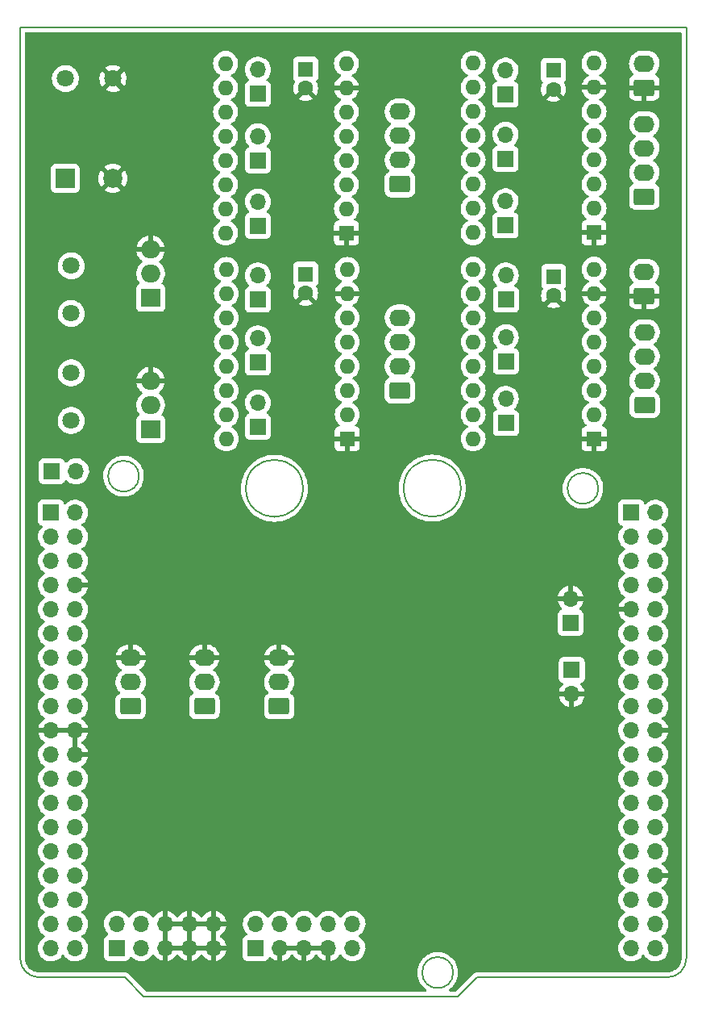
<source format=gbr>
%TF.GenerationSoftware,KiCad,Pcbnew,6.0.5-a6ca702e91~116~ubuntu20.04.1*%
%TF.CreationDate,2022-07-23T16:54:03+02:00*%
%TF.ProjectId,nucleo_expansion,6e75636c-656f-45f6-9578-70616e73696f,v1.0*%
%TF.SameCoordinates,Original*%
%TF.FileFunction,Copper,L2,Bot*%
%TF.FilePolarity,Positive*%
%FSLAX46Y46*%
G04 Gerber Fmt 4.6, Leading zero omitted, Abs format (unit mm)*
G04 Created by KiCad (PCBNEW 6.0.5-a6ca702e91~116~ubuntu20.04.1) date 2022-07-23 16:54:03*
%MOMM*%
%LPD*%
G01*
G04 APERTURE LIST*
G04 Aperture macros list*
%AMRoundRect*
0 Rectangle with rounded corners*
0 $1 Rounding radius*
0 $2 $3 $4 $5 $6 $7 $8 $9 X,Y pos of 4 corners*
0 Add a 4 corners polygon primitive as box body*
4,1,4,$2,$3,$4,$5,$6,$7,$8,$9,$2,$3,0*
0 Add four circle primitives for the rounded corners*
1,1,$1+$1,$2,$3*
1,1,$1+$1,$4,$5*
1,1,$1+$1,$6,$7*
1,1,$1+$1,$8,$9*
0 Add four rect primitives between the rounded corners*
20,1,$1+$1,$2,$3,$4,$5,0*
20,1,$1+$1,$4,$5,$6,$7,0*
20,1,$1+$1,$6,$7,$8,$9,0*
20,1,$1+$1,$8,$9,$2,$3,0*%
G04 Aperture macros list end*
%TA.AperFunction,Profile*%
%ADD10C,0.150000*%
%TD*%
%TA.AperFunction,ComponentPad*%
%ADD11RoundRect,0.250000X0.845000X-0.620000X0.845000X0.620000X-0.845000X0.620000X-0.845000X-0.620000X0*%
%TD*%
%TA.AperFunction,ComponentPad*%
%ADD12O,2.190000X1.740000*%
%TD*%
%TA.AperFunction,ComponentPad*%
%ADD13R,1.700000X1.700000*%
%TD*%
%TA.AperFunction,ComponentPad*%
%ADD14O,1.700000X1.700000*%
%TD*%
%TA.AperFunction,ComponentPad*%
%ADD15R,1.600000X1.600000*%
%TD*%
%TA.AperFunction,ComponentPad*%
%ADD16O,1.600000X1.600000*%
%TD*%
%TA.AperFunction,ComponentPad*%
%ADD17C,1.600000*%
%TD*%
%TA.AperFunction,ComponentPad*%
%ADD18R,2.000000X1.905000*%
%TD*%
%TA.AperFunction,ComponentPad*%
%ADD19O,2.000000X1.905000*%
%TD*%
%TA.AperFunction,ComponentPad*%
%ADD20C,1.803400*%
%TD*%
%TA.AperFunction,ComponentPad*%
%ADD21R,2.000000X2.000000*%
%TD*%
%TA.AperFunction,ComponentPad*%
%ADD22C,2.000000*%
%TD*%
%TA.AperFunction,ViaPad*%
%ADD23C,1.700000*%
%TD*%
G04 APERTURE END LIST*
D10*
X200000000Y-20320000D02*
X130000000Y-20320000D01*
X159720000Y-68690000D02*
G75*
G03*
X159720000Y-68690000I-3000000J0D01*
G01*
X143000000Y-122000000D02*
X176000000Y-122000000D01*
X198000000Y-120000000D02*
G75*
G03*
X200000000Y-118000000I0J2000000D01*
G01*
X176000000Y-122000000D02*
X178000000Y-120000000D01*
X200000000Y-118000000D02*
X200000000Y-20320000D01*
X190750000Y-68700000D02*
G75*
G03*
X190750000Y-68700000I-1620000J0D01*
G01*
X130000000Y-118000000D02*
X130000000Y-20320000D01*
X142490000Y-67420000D02*
G75*
G03*
X142490000Y-67420000I-1620000J0D01*
G01*
X141000000Y-120000000D02*
X143000000Y-122000000D01*
X132000000Y-120000000D02*
X141000000Y-120000000D01*
X130000000Y-118000000D02*
G75*
G03*
X132000000Y-120000000I2000000J0D01*
G01*
X178000000Y-120000000D02*
X198000000Y-120000000D01*
X176300000Y-68680000D02*
G75*
G03*
X176300000Y-68680000I-3000000J0D01*
G01*
X175500000Y-119500000D02*
G75*
G03*
X175500000Y-119500000I-1630000J0D01*
G01*
D11*
%TO.P,J28,1,Pin_1*%
%TO.N,Y_END*%
X141625000Y-91560000D03*
D12*
%TO.P,J28,2,Pin_2*%
%TO.N,+3V3*%
X141625000Y-89020000D03*
%TO.P,J28,3,Pin_3*%
%TO.N,GND*%
X141625000Y-86480000D03*
%TD*%
D11*
%TO.P,J13,1,Pin_1*%
%TO.N,/Z_1A*%
X195580000Y-38100000D03*
D12*
%TO.P,J13,2,Pin_2*%
%TO.N,/Z_1B*%
X195580000Y-35560000D03*
%TO.P,J13,3,Pin_3*%
%TO.N,/Z_2A*%
X195580000Y-33020000D03*
%TO.P,J13,4,Pin_4*%
%TO.N,/Z_2B*%
X195580000Y-30480000D03*
%TD*%
D13*
%TO.P,J9,1,Pin_1*%
%TO.N,+3V3*%
X181003200Y-27396200D03*
D14*
%TO.P,J9,2,Pin_2*%
%TO.N,/Z_MS1*%
X181003200Y-24856200D03*
%TD*%
D11*
%TO.P,J27,1,Pin_1*%
%TO.N,X_END*%
X149362000Y-91560000D03*
D12*
%TO.P,J27,2,Pin_2*%
%TO.N,+3V3*%
X149362000Y-89020000D03*
%TO.P,J27,3,Pin_3*%
%TO.N,GND*%
X149362000Y-86480000D03*
%TD*%
D15*
%TO.P,A4,1,GND*%
%TO.N,GND*%
X164290000Y-41903000D03*
D16*
%TO.P,A4,2,VDD*%
%TO.N,+3V3*%
X164290000Y-39363000D03*
%TO.P,A4,3,1B*%
%TO.N,/E_1B*%
X164290000Y-36823000D03*
%TO.P,A4,4,1A*%
%TO.N,/E_1A*%
X164290000Y-34283000D03*
%TO.P,A4,5,2A*%
%TO.N,/E_2A*%
X164290000Y-31743000D03*
%TO.P,A4,6,2B*%
%TO.N,/E_2B*%
X164290000Y-29203000D03*
%TO.P,A4,7,GND*%
%TO.N,GND*%
X164290000Y-26663000D03*
%TO.P,A4,8,VMOT*%
%TO.N,+12V*%
X164290000Y-24123000D03*
%TO.P,A4,9,~{ENABLE}*%
%TO.N,~{E_EN}*%
X151590000Y-24123000D03*
%TO.P,A4,10,MS1*%
%TO.N,/E_MS1*%
X151590000Y-26663000D03*
%TO.P,A4,11,MS2*%
%TO.N,/E_MS2*%
X151590000Y-29203000D03*
%TO.P,A4,12,MS3*%
%TO.N,/E_MS3*%
X151590000Y-31743000D03*
%TO.P,A4,13,~{RESET}*%
%TO.N,/~{E_RST}*%
X151590000Y-34283000D03*
%TO.P,A4,14,~{SLEEP}*%
X151590000Y-36823000D03*
%TO.P,A4,15,STEP*%
%TO.N,E_STEP*%
X151590000Y-39363000D03*
%TO.P,A4,16,DIR*%
%TO.N,E_DIR*%
X151590000Y-41903000D03*
%TD*%
D13*
%TO.P,J18,1,Pin_1*%
%TO.N,E_THERM*%
X187960000Y-87757000D03*
D14*
%TO.P,J18,2,Pin_2*%
%TO.N,GND*%
X187960000Y-90297000D03*
%TD*%
D13*
%TO.P,J3,1,Pin_1*%
%TO.N,+3V3*%
X154973000Y-62235000D03*
D14*
%TO.P,J3,2,Pin_2*%
%TO.N,/X_MS3*%
X154973000Y-59695000D03*
%TD*%
D15*
%TO.P,C4,1*%
%TO.N,+12V*%
X159994000Y-24727000D03*
D17*
%TO.P,C4,2*%
%TO.N,GND*%
X159994000Y-26727000D03*
%TD*%
D11*
%TO.P,J16,1,Pin_1*%
%TO.N,/E_1A*%
X169908000Y-36794200D03*
D12*
%TO.P,J16,2,Pin_2*%
%TO.N,/E_1B*%
X169908000Y-34254200D03*
%TO.P,J16,3,Pin_3*%
%TO.N,/E_2A*%
X169908000Y-31714200D03*
%TO.P,J16,4,Pin_4*%
%TO.N,/E_2B*%
X169908000Y-29174200D03*
%TD*%
D11*
%TO.P,J22,1,Pin_1*%
%TO.N,GND*%
X195580000Y-26670000D03*
D12*
%TO.P,J22,2,Pin_2*%
%TO.N,+12V*%
X195580000Y-24130000D03*
%TD*%
D13*
%TO.P,J2,1,Pin_1*%
%TO.N,+3V3*%
X181023200Y-61847000D03*
D14*
%TO.P,J2,2,Pin_2*%
%TO.N,/Y_MS3*%
X181023200Y-59307000D03*
%TD*%
D11*
%TO.P,J14,1,Pin_1*%
%TO.N,/Y_1A*%
X195600000Y-59944000D03*
D12*
%TO.P,J14,2,Pin_2*%
%TO.N,/Y_1B*%
X195600000Y-57404000D03*
%TO.P,J14,3,Pin_3*%
%TO.N,/Y_2A*%
X195600000Y-54864000D03*
%TO.P,J14,4,Pin_4*%
%TO.N,/Y_2B*%
X195600000Y-52324000D03*
%TD*%
D18*
%TO.P,Q2,1,D*%
%TO.N,/E_HEAT_D*%
X143716000Y-62484000D03*
D19*
%TO.P,Q2,2,G*%
%TO.N,/E_HEAT_G*%
X143716000Y-59944000D03*
%TO.P,Q2,3,S*%
%TO.N,GND*%
X143716000Y-57404000D03*
%TD*%
D18*
%TO.P,Q3,1,D*%
%TO.N,/B_HEAT_D*%
X143716000Y-48700001D03*
D19*
%TO.P,Q3,2,G*%
%TO.N,/B_HEAT_G*%
X143716000Y-46160001D03*
%TO.P,Q3,3,S*%
%TO.N,GND*%
X143716000Y-43620001D03*
%TD*%
D13*
%TO.P,J8,1,Pin_1*%
%TO.N,+3V3*%
X154973000Y-34288000D03*
D14*
%TO.P,J8,2,Pin_2*%
%TO.N,/E_MS2*%
X154973000Y-31748000D03*
%TD*%
D13*
%TO.P,J10,1,Pin_1*%
%TO.N,+3V3*%
X181023200Y-48893000D03*
D14*
%TO.P,J10,2,Pin_2*%
%TO.N,/Y_MS1*%
X181023200Y-46353000D03*
%TD*%
D20*
%TO.P,J20,1,Pin_1*%
%TO.N,+12V*%
X134756500Y-25702701D03*
%TO.P,J20,2,Pin_2*%
%TO.N,GND*%
X139756500Y-25702701D03*
%TD*%
D13*
%TO.P,J12,1,Pin_1*%
%TO.N,+3V3*%
X154973000Y-27303000D03*
D14*
%TO.P,J12,2,Pin_2*%
%TO.N,/E_MS1*%
X154973000Y-24763000D03*
%TD*%
D13*
%TO.P,J5,1,Pin_1*%
%TO.N,+3V3*%
X181003200Y-34132200D03*
D14*
%TO.P,J5,2,Pin_2*%
%TO.N,/Z_MS2*%
X181003200Y-31592200D03*
%TD*%
D13*
%TO.P,J21,1,Pin_1*%
%TO.N,ENC_A*%
X140160000Y-116940000D03*
D14*
%TO.P,J21,2,Pin_2*%
%TO.N,ENC_B*%
X140160000Y-114400000D03*
%TO.P,J21,3,Pin_3*%
%TO.N,ENC_OK*%
X142700000Y-116940000D03*
%TO.P,J21,4,Pin_4*%
%TO.N,STOP*%
X142700000Y-114400000D03*
%TO.P,J21,5,Pin_5*%
%TO.N,GND*%
X145240000Y-116940000D03*
%TO.P,J21,6,Pin_6*%
X145240000Y-114400000D03*
%TO.P,J21,7,Pin_7*%
X147780000Y-116940000D03*
%TO.P,J21,8,Pin_8*%
X147780000Y-114400000D03*
%TO.P,J21,9,Pin_9*%
X150320000Y-116940000D03*
%TO.P,J21,10,Pin_10*%
X150320000Y-114400000D03*
%TD*%
D21*
%TO.P,C7,1*%
%TO.N,+12V*%
X134744323Y-36180000D03*
D22*
%TO.P,C7,2*%
%TO.N,GND*%
X139744323Y-36180000D03*
%TD*%
D15*
%TO.P,A1,1,GND*%
%TO.N,GND*%
X190294200Y-41867200D03*
D16*
%TO.P,A1,2,VDD*%
%TO.N,+3V3*%
X190294200Y-39327200D03*
%TO.P,A1,3,1B*%
%TO.N,/Z_1B*%
X190294200Y-36787200D03*
%TO.P,A1,4,1A*%
%TO.N,/Z_1A*%
X190294200Y-34247200D03*
%TO.P,A1,5,2A*%
%TO.N,/Z_2A*%
X190294200Y-31707200D03*
%TO.P,A1,6,2B*%
%TO.N,/Z_2B*%
X190294200Y-29167200D03*
%TO.P,A1,7,GND*%
%TO.N,GND*%
X190294200Y-26627200D03*
%TO.P,A1,8,VMOT*%
%TO.N,+12V*%
X190294200Y-24087200D03*
%TO.P,A1,9,~{ENABLE}*%
%TO.N,~{Z_EN}*%
X177594200Y-24087200D03*
%TO.P,A1,10,MS1*%
%TO.N,/Z_MS1*%
X177594200Y-26627200D03*
%TO.P,A1,11,MS2*%
%TO.N,/Z_MS2*%
X177594200Y-29167200D03*
%TO.P,A1,12,MS3*%
%TO.N,/Z_MS3*%
X177594200Y-31707200D03*
%TO.P,A1,13,~{RESET}*%
%TO.N,/~{Z_RST}*%
X177594200Y-34247200D03*
%TO.P,A1,14,~{SLEEP}*%
X177594200Y-36787200D03*
%TO.P,A1,15,STEP*%
%TO.N,Z_STEP*%
X177594200Y-39327200D03*
%TO.P,A1,16,DIR*%
%TO.N,Z_DIR*%
X177594200Y-41867200D03*
%TD*%
D20*
%TO.P,J24,1,Pin_1*%
%TO.N,/B_HEAT_D*%
X135361701Y-50346500D03*
%TO.P,J24,2,Pin_2*%
%TO.N,+12V*%
X135361701Y-45346500D03*
%TD*%
D13*
%TO.P,J26,1,Pin_1*%
%TO.N,+12V*%
X133345000Y-66903600D03*
D14*
%TO.P,J26,2,Pin_2*%
%TO.N,VIN*%
X135885000Y-66903600D03*
%TD*%
D13*
%TO.P,J7,1,Pin_1*%
%TO.N,+3V3*%
X154973000Y-55499000D03*
D14*
%TO.P,J7,2,Pin_2*%
%TO.N,/X_MS2*%
X154973000Y-52959000D03*
%TD*%
D13*
%TO.P,J19,1,Pin_1*%
%TO.N,B_THERM*%
X187833000Y-82809000D03*
D14*
%TO.P,J19,2,Pin_2*%
%TO.N,GND*%
X187833000Y-80269000D03*
%TD*%
D15*
%TO.P,C2,1*%
%TO.N,+12V*%
X186056200Y-46460888D03*
D17*
%TO.P,C2,2*%
%TO.N,GND*%
X186056200Y-48460888D03*
%TD*%
D15*
%TO.P,C1,1*%
%TO.N,+12V*%
X186036200Y-24837200D03*
D17*
%TO.P,C1,2*%
%TO.N,GND*%
X186036200Y-26837200D03*
%TD*%
D15*
%TO.P,A2,1,GND*%
%TO.N,GND*%
X190304200Y-63493000D03*
D16*
%TO.P,A2,2,VDD*%
%TO.N,+3V3*%
X190304200Y-60953000D03*
%TO.P,A2,3,1B*%
%TO.N,/Y_1B*%
X190304200Y-58413000D03*
%TO.P,A2,4,1A*%
%TO.N,/Y_1A*%
X190304200Y-55873000D03*
%TO.P,A2,5,2A*%
%TO.N,/Y_2A*%
X190304200Y-53333000D03*
%TO.P,A2,6,2B*%
%TO.N,/Y_2B*%
X190304200Y-50793000D03*
%TO.P,A2,7,GND*%
%TO.N,GND*%
X190304200Y-48253000D03*
%TO.P,A2,8,VMOT*%
%TO.N,+12V*%
X190304200Y-45713000D03*
%TO.P,A2,9,~{ENABLE}*%
%TO.N,~{Y_EN}*%
X177604200Y-45713000D03*
%TO.P,A2,10,MS1*%
%TO.N,/Y_MS1*%
X177604200Y-48253000D03*
%TO.P,A2,11,MS2*%
%TO.N,/Y_MS2*%
X177604200Y-50793000D03*
%TO.P,A2,12,MS3*%
%TO.N,/Y_MS3*%
X177604200Y-53333000D03*
%TO.P,A2,13,~{RESET}*%
%TO.N,/~{Y_RST}*%
X177604200Y-55873000D03*
%TO.P,A2,14,~{SLEEP}*%
X177604200Y-58413000D03*
%TO.P,A2,15,STEP*%
%TO.N,Y_STEP*%
X177604200Y-60953000D03*
%TO.P,A2,16,DIR*%
%TO.N,Y_DIR*%
X177604200Y-63493000D03*
%TD*%
D13*
%TO.P,J4,1,Pin_1*%
%TO.N,+3V3*%
X154973000Y-41146000D03*
D14*
%TO.P,J4,2,Pin_2*%
%TO.N,/E_MS3*%
X154973000Y-38606000D03*
%TD*%
D11*
%TO.P,J15,1,Pin_1*%
%TO.N,/X_1A*%
X169908000Y-58413000D03*
D12*
%TO.P,J15,2,Pin_2*%
%TO.N,/X_1B*%
X169908000Y-55873000D03*
%TO.P,J15,3,Pin_3*%
%TO.N,/X_2A*%
X169908000Y-53333000D03*
%TO.P,J15,4,Pin_4*%
%TO.N,/X_2B*%
X169908000Y-50793000D03*
%TD*%
D20*
%TO.P,J23,1,Pin_1*%
%TO.N,/E_HEAT_D*%
X135361701Y-61580000D03*
%TO.P,J23,2,Pin_2*%
%TO.N,+12V*%
X135361701Y-56580000D03*
%TD*%
D15*
%TO.P,A3,1,GND*%
%TO.N,GND*%
X164371000Y-63500000D03*
D16*
%TO.P,A3,2,VDD*%
%TO.N,+3V3*%
X164371000Y-60960000D03*
%TO.P,A3,3,1B*%
%TO.N,/X_1B*%
X164371000Y-58420000D03*
%TO.P,A3,4,1A*%
%TO.N,/X_1A*%
X164371000Y-55880000D03*
%TO.P,A3,5,2A*%
%TO.N,/X_2A*%
X164371000Y-53340000D03*
%TO.P,A3,6,2B*%
%TO.N,/X_2B*%
X164371000Y-50800000D03*
%TO.P,A3,7,GND*%
%TO.N,GND*%
X164371000Y-48260000D03*
%TO.P,A3,8,VMOT*%
%TO.N,+12V*%
X164371000Y-45720000D03*
%TO.P,A3,9,~{ENABLE}*%
%TO.N,~{X_EN}*%
X151671000Y-45720000D03*
%TO.P,A3,10,MS1*%
%TO.N,/X_MS1*%
X151671000Y-48260000D03*
%TO.P,A3,11,MS2*%
%TO.N,/X_MS2*%
X151671000Y-50800000D03*
%TO.P,A3,12,MS3*%
%TO.N,/X_MS3*%
X151671000Y-53340000D03*
%TO.P,A3,13,~{RESET}*%
%TO.N,/~{X_RST}*%
X151671000Y-55880000D03*
%TO.P,A3,14,~{SLEEP}*%
X151671000Y-58420000D03*
%TO.P,A3,15,STEP*%
%TO.N,X_STEP*%
X151671000Y-60960000D03*
%TO.P,A3,16,DIR*%
%TO.N,X_DIR*%
X151671000Y-63500000D03*
%TD*%
D13*
%TO.P,J11,1,Pin_1*%
%TO.N,+3V3*%
X154973000Y-48895000D03*
D14*
%TO.P,J11,2,Pin_2*%
%TO.N,/X_MS1*%
X154973000Y-46355000D03*
%TD*%
D11*
%TO.P,J32,1,Pin_1*%
%TO.N,GND*%
X195580000Y-48514000D03*
D12*
%TO.P,J32,2,Pin_2*%
%TO.N,+12V*%
X195580000Y-45974000D03*
%TD*%
D13*
%TO.P,J17,1,Pin_1*%
%TO.N,+5V*%
X154765000Y-116940000D03*
D14*
%TO.P,J17,2,Pin_2*%
%TO.N,RS*%
X154765000Y-114400000D03*
%TO.P,J17,3,Pin_3*%
%TO.N,GND*%
X157305000Y-116940000D03*
%TO.P,J17,4,Pin_4*%
%TO.N,D3*%
X157305000Y-114400000D03*
%TO.P,J17,5,Pin_5*%
%TO.N,GND*%
X159845000Y-116940000D03*
%TO.P,J17,6,Pin_6*%
%TO.N,D2*%
X159845000Y-114400000D03*
%TO.P,J17,7,Pin_7*%
%TO.N,GND*%
X162385000Y-116940000D03*
%TO.P,J17,8,Pin_8*%
%TO.N,D1*%
X162385000Y-114400000D03*
%TO.P,J17,9,Pin_9*%
%TO.N,LCD_EN*%
X164925000Y-116940000D03*
%TO.P,J17,10,Pin_10*%
%TO.N,D0*%
X164925000Y-114400000D03*
%TD*%
D15*
%TO.P,C3,1*%
%TO.N,+12V*%
X159994000Y-46227000D03*
D17*
%TO.P,C3,2*%
%TO.N,GND*%
X159994000Y-48227000D03*
%TD*%
D13*
%TO.P,J6,1,Pin_1*%
%TO.N,+3V3*%
X181023200Y-55370000D03*
D14*
%TO.P,J6,2,Pin_2*%
%TO.N,/Y_MS2*%
X181023200Y-52830000D03*
%TD*%
D13*
%TO.P,J1,1,Pin_1*%
%TO.N,+3V3*%
X181003200Y-41117200D03*
D14*
%TO.P,J1,2,Pin_2*%
%TO.N,/Z_MS3*%
X181003200Y-38577200D03*
%TD*%
D11*
%TO.P,J29,1,Pin_1*%
%TO.N,Z_END*%
X157226000Y-91560000D03*
D12*
%TO.P,J29,2,Pin_2*%
%TO.N,+3V3*%
X157226000Y-89020000D03*
%TO.P,J29,3,Pin_3*%
%TO.N,GND*%
X157226000Y-86480000D03*
%TD*%
D13*
%TO.P,CN7,1,Pin_1*%
%TO.N,unconnected-(CN7-Pad1)*%
X133250000Y-71240000D03*
D14*
%TO.P,CN7,2,Pin_2*%
%TO.N,~{E_HEAT}*%
X135790000Y-71240000D03*
%TO.P,CN7,3,Pin_3*%
%TO.N,unconnected-(CN7-Pad3)*%
X133250000Y-73780000D03*
%TO.P,CN7,4,Pin_4*%
%TO.N,~{B_HEAT}*%
X135790000Y-73780000D03*
%TO.P,CN7,5,Pin_5*%
%TO.N,+3V3*%
X133250000Y-76320000D03*
%TO.P,CN7,6,Pin_6*%
%TO.N,unconnected-(CN7-Pad6)*%
X135790000Y-76320000D03*
%TO.P,CN7,7,Pin_7*%
%TO.N,unconnected-(CN7-Pad7)*%
X133250000Y-78860000D03*
%TO.P,CN7,8,Pin_8*%
%TO.N,GND*%
X135790000Y-78860000D03*
%TO.P,CN7,9,Pin_9*%
%TO.N,unconnected-(CN7-Pad9)*%
X133250000Y-81400000D03*
%TO.P,CN7,10,Pin_10*%
%TO.N,unconnected-(CN7-Pad10)*%
X135790000Y-81400000D03*
%TO.P,CN7,11,Pin_11*%
%TO.N,unconnected-(CN7-Pad11)*%
X133250000Y-83940000D03*
%TO.P,CN7,12,Pin_12*%
%TO.N,+3V3*%
X135790000Y-83940000D03*
%TO.P,CN7,13,Pin_13*%
%TO.N,unconnected-(CN7-Pad13)*%
X133250000Y-86480000D03*
%TO.P,CN7,14,Pin_14*%
%TO.N,unconnected-(CN7-Pad14)*%
X135790000Y-86480000D03*
%TO.P,CN7,15,Pin_15*%
%TO.N,unconnected-(CN7-Pad15)*%
X133250000Y-89020000D03*
%TO.P,CN7,16,Pin_16*%
%TO.N,+3V3*%
X135790000Y-89020000D03*
%TO.P,CN7,17,Pin_17*%
%TO.N,unconnected-(CN7-Pad17)*%
X133250000Y-91560000D03*
%TO.P,CN7,18,Pin_18*%
%TO.N,+5V*%
X135790000Y-91560000D03*
%TO.P,CN7,19,Pin_19*%
%TO.N,GND*%
X133250000Y-94100000D03*
%TO.P,CN7,20,Pin_20*%
X135790000Y-94100000D03*
%TO.P,CN7,21,Pin_21*%
%TO.N,unconnected-(CN7-Pad21)*%
X133250000Y-96640000D03*
%TO.P,CN7,22,Pin_22*%
%TO.N,GND*%
X135790000Y-96640000D03*
%TO.P,CN7,23,Pin_23*%
%TO.N,unconnected-(CN7-Pad23)*%
X133250000Y-99180000D03*
%TO.P,CN7,24,Pin_24*%
%TO.N,VIN*%
X135790000Y-99180000D03*
%TO.P,CN7,25,Pin_25*%
%TO.N,unconnected-(CN7-Pad25)*%
X133250000Y-101720000D03*
%TO.P,CN7,26,Pin_26*%
%TO.N,unconnected-(CN7-Pad26)*%
X135790000Y-101720000D03*
%TO.P,CN7,27,Pin_27*%
%TO.N,unconnected-(CN7-Pad27)*%
X133250000Y-104260000D03*
%TO.P,CN7,28,Pin_28*%
%TO.N,Y_END*%
X135790000Y-104260000D03*
%TO.P,CN7,29,Pin_29*%
%TO.N,unconnected-(CN7-Pad29)*%
X133250000Y-106800000D03*
%TO.P,CN7,30,Pin_30*%
%TO.N,X_END*%
X135790000Y-106800000D03*
%TO.P,CN7,31,Pin_31*%
%TO.N,RS*%
X133250000Y-109340000D03*
%TO.P,CN7,32,Pin_32*%
%TO.N,Z_END*%
X135790000Y-109340000D03*
%TO.P,CN7,33,Pin_33*%
%TO.N,+3V3*%
X133250000Y-111880000D03*
%TO.P,CN7,34,Pin_34*%
%TO.N,STOP*%
X135790000Y-111880000D03*
%TO.P,CN7,35,Pin_35*%
%TO.N,unconnected-(CN7-Pad35)*%
X133250000Y-114420000D03*
%TO.P,CN7,36,Pin_36*%
%TO.N,ENC_B*%
X135790000Y-114420000D03*
%TO.P,CN7,37,Pin_37*%
%TO.N,ENC_OK*%
X133250000Y-116960000D03*
%TO.P,CN7,38,Pin_38*%
%TO.N,ENC_A*%
X135790000Y-116960000D03*
%TD*%
D13*
%TO.P,CN10,1,Pin_1*%
%TO.N,Z_DIR*%
X194210000Y-71240000D03*
D14*
%TO.P,CN10,2,Pin_2*%
%TO.N,~{Y_EN}*%
X196750000Y-71240000D03*
%TO.P,CN10,3,Pin_3*%
%TO.N,Z_STEP*%
X194210000Y-73780000D03*
%TO.P,CN10,4,Pin_4*%
%TO.N,Y_STEP*%
X196750000Y-73780000D03*
%TO.P,CN10,5,Pin_5*%
%TO.N,~{Z_EN}*%
X194210000Y-76320000D03*
%TO.P,CN10,6,Pin_6*%
%TO.N,Y_DIR*%
X196750000Y-76320000D03*
%TO.P,CN10,7,Pin_7*%
%TO.N,+3.3VA*%
X194210000Y-78860000D03*
%TO.P,CN10,8,Pin_8*%
%TO.N,unconnected-(CN10-Pad8)*%
X196750000Y-78860000D03*
%TO.P,CN10,9,Pin_9*%
%TO.N,GND*%
X194210000Y-81400000D03*
%TO.P,CN10,10,Pin_10*%
%TO.N,unconnected-(CN10-Pad10)*%
X196750000Y-81400000D03*
%TO.P,CN10,11,Pin_11*%
%TO.N,unconnected-(CN10-Pad11)*%
X194210000Y-83940000D03*
%TO.P,CN10,12,Pin_12*%
%TO.N,unconnected-(CN10-Pad12)*%
X196750000Y-83940000D03*
%TO.P,CN10,13,Pin_13*%
%TO.N,B_THERM*%
X194210000Y-86480000D03*
%TO.P,CN10,14,Pin_14*%
%TO.N,unconnected-(CN10-Pad14)*%
X196750000Y-86480000D03*
%TO.P,CN10,15,Pin_15*%
%TO.N,E_THERM*%
X194210000Y-89020000D03*
%TO.P,CN10,16,Pin_16*%
%TO.N,unconnected-(CN10-Pad16)*%
X196750000Y-89020000D03*
%TO.P,CN10,17,Pin_17*%
%TO.N,X_STEP*%
X194210000Y-91560000D03*
%TO.P,CN10,18,Pin_18*%
%TO.N,unconnected-(CN10-Pad18)*%
X196750000Y-91560000D03*
%TO.P,CN10,19,Pin_19*%
%TO.N,X_DIR*%
X194210000Y-94100000D03*
%TO.P,CN10,20,Pin_20*%
%TO.N,GND*%
X196750000Y-94100000D03*
%TO.P,CN10,21,Pin_21*%
%TO.N,E_DIR*%
X194210000Y-96640000D03*
%TO.P,CN10,22,Pin_22*%
%TO.N,~{X_EN}*%
X196750000Y-96640000D03*
%TO.P,CN10,23,Pin_23*%
%TO.N,~{E_EN}*%
X194210000Y-99180000D03*
%TO.P,CN10,24,Pin_24*%
%TO.N,E_STEP*%
X196750000Y-99180000D03*
%TO.P,CN10,25,Pin_25*%
%TO.N,SCLK*%
X194210000Y-101720000D03*
%TO.P,CN10,26,Pin_26*%
%TO.N,MOSI*%
X196750000Y-101720000D03*
%TO.P,CN10,27,Pin_27*%
%TO.N,~{CS}*%
X194210000Y-104260000D03*
%TO.P,CN10,28,Pin_28*%
%TO.N,MISO*%
X196750000Y-104260000D03*
%TO.P,CN10,29,Pin_29*%
%TO.N,D3*%
X194210000Y-106800000D03*
%TO.P,CN10,30,Pin_30*%
%TO.N,LCD_EN*%
X196750000Y-106800000D03*
%TO.P,CN10,31,Pin_31*%
%TO.N,D2*%
X194210000Y-109340000D03*
%TO.P,CN10,32,Pin_32*%
%TO.N,GND*%
X196750000Y-109340000D03*
%TO.P,CN10,33,Pin_33*%
%TO.N,D1*%
X194210000Y-111880000D03*
%TO.P,CN10,34,Pin_34*%
%TO.N,D0*%
X196750000Y-111880000D03*
%TO.P,CN10,35,Pin_35*%
%TO.N,unconnected-(CN10-Pad35)*%
X194210000Y-114420000D03*
%TO.P,CN10,36,Pin_36*%
%TO.N,unconnected-(CN10-Pad36)*%
X196750000Y-114420000D03*
%TO.P,CN10,37,Pin_37*%
%TO.N,unconnected-(CN10-Pad37)*%
X194210000Y-116960000D03*
%TO.P,CN10,38,Pin_38*%
%TO.N,unconnected-(CN10-Pad38)*%
X196750000Y-116960000D03*
%TD*%
D23*
%TO.N,GND*%
X157480000Y-108585000D03*
X149860000Y-103505000D03*
X167640000Y-108585000D03*
X160020000Y-103505000D03*
X152400000Y-98425000D03*
X157480000Y-98425000D03*
X162560000Y-108585000D03*
X165100000Y-103505000D03*
X154940000Y-103505000D03*
X152400000Y-108585000D03*
X162560000Y-98425000D03*
%TD*%
%TA.AperFunction,Conductor*%
%TO.N,GND*%
G36*
X199433621Y-20848502D02*
G01*
X199480114Y-20902158D01*
X199491500Y-20954500D01*
X199491500Y-117950633D01*
X199490000Y-117970018D01*
X199487690Y-117984851D01*
X199487690Y-117984855D01*
X199486309Y-117993724D01*
X199488136Y-118007693D01*
X199488304Y-118008976D01*
X199489047Y-118034302D01*
X199478146Y-118186731D01*
X199476962Y-118203279D01*
X199474404Y-118221064D01*
X199452644Y-118321097D01*
X199433001Y-118411392D01*
X199427937Y-118428641D01*
X199359864Y-118611150D01*
X199352396Y-118627502D01*
X199259048Y-118798458D01*
X199249328Y-118813582D01*
X199132598Y-118969514D01*
X199120825Y-118983100D01*
X198983100Y-119120825D01*
X198969514Y-119132598D01*
X198813582Y-119249328D01*
X198798458Y-119259048D01*
X198627502Y-119352396D01*
X198611150Y-119359864D01*
X198428641Y-119427937D01*
X198411393Y-119433001D01*
X198221064Y-119474404D01*
X198203285Y-119476961D01*
X198041395Y-119488540D01*
X198023435Y-119487793D01*
X198015155Y-119487692D01*
X198006276Y-119486309D01*
X197974714Y-119490436D01*
X197958379Y-119491500D01*
X178071073Y-119491500D01*
X178058944Y-119490145D01*
X178058905Y-119490627D01*
X178049954Y-119489907D01*
X178041200Y-119487926D01*
X177989168Y-119491154D01*
X177987492Y-119491258D01*
X177979690Y-119491500D01*
X177963487Y-119491500D01*
X177954571Y-119492777D01*
X177953122Y-119492984D01*
X177943072Y-119494013D01*
X177905215Y-119496362D01*
X177895823Y-119496945D01*
X177887379Y-119499993D01*
X177884492Y-119500591D01*
X177867510Y-119504826D01*
X177864704Y-119505647D01*
X177855813Y-119506920D01*
X177812708Y-119526519D01*
X177803349Y-119530328D01*
X177767265Y-119543355D01*
X177767260Y-119543358D01*
X177758819Y-119546405D01*
X177751571Y-119551700D01*
X177748966Y-119553085D01*
X177733877Y-119561901D01*
X177731386Y-119563494D01*
X177723218Y-119567208D01*
X177687345Y-119598118D01*
X177679445Y-119604390D01*
X177668447Y-119612425D01*
X177657472Y-119623400D01*
X177650624Y-119629758D01*
X177619676Y-119656424D01*
X177619672Y-119656429D01*
X177612873Y-119662287D01*
X177607991Y-119669819D01*
X177602538Y-119676070D01*
X177592946Y-119687926D01*
X175826278Y-121454595D01*
X175763966Y-121488620D01*
X175737183Y-121491500D01*
X175160859Y-121491500D01*
X175092738Y-121471498D01*
X175046245Y-121417842D01*
X175036141Y-121347568D01*
X175065635Y-121282988D01*
X175083113Y-121266346D01*
X175300900Y-121095579D01*
X175300904Y-121095575D01*
X175304279Y-121092929D01*
X175507194Y-120883537D01*
X175509727Y-120880089D01*
X175509731Y-120880084D01*
X175677276Y-120651998D01*
X175679814Y-120648543D01*
X175818945Y-120392297D01*
X175922011Y-120119539D01*
X175987107Y-119835317D01*
X176013027Y-119544890D01*
X176013180Y-119530328D01*
X176013471Y-119502485D01*
X176013497Y-119500000D01*
X176011967Y-119477554D01*
X175993957Y-119213371D01*
X175993956Y-119213365D01*
X175993665Y-119209094D01*
X175977824Y-119132598D01*
X175935405Y-118927768D01*
X175934536Y-118923571D01*
X175837204Y-118648715D01*
X175723616Y-118428641D01*
X175705436Y-118393418D01*
X175705436Y-118393417D01*
X175703471Y-118389611D01*
X175692694Y-118374276D01*
X175538277Y-118154564D01*
X175538276Y-118154563D01*
X175535810Y-118151054D01*
X175337325Y-117937458D01*
X175333025Y-117933938D01*
X175215974Y-117838134D01*
X175111687Y-117752776D01*
X175059411Y-117720741D01*
X174866724Y-117602661D01*
X174866716Y-117602657D01*
X174863074Y-117600425D01*
X174859157Y-117598706D01*
X174859154Y-117598704D01*
X174741364Y-117546998D01*
X174596084Y-117483225D01*
X174591956Y-117482049D01*
X174591953Y-117482048D01*
X174503518Y-117456857D01*
X174315658Y-117403344D01*
X174311416Y-117402740D01*
X174311410Y-117402739D01*
X174064787Y-117367639D01*
X174026986Y-117362259D01*
X173873866Y-117361458D01*
X173739695Y-117360755D01*
X173739689Y-117360755D01*
X173735409Y-117360733D01*
X173731165Y-117361292D01*
X173731161Y-117361292D01*
X173646599Y-117372425D01*
X173446322Y-117398792D01*
X173442182Y-117399925D01*
X173442180Y-117399925D01*
X173425380Y-117404521D01*
X173165075Y-117475732D01*
X173161127Y-117477416D01*
X172900825Y-117588444D01*
X172900821Y-117588446D01*
X172896873Y-117590130D01*
X172803474Y-117646028D01*
X172650359Y-117737665D01*
X172650355Y-117737668D01*
X172646677Y-117739869D01*
X172419118Y-117922178D01*
X172373720Y-117970018D01*
X172242883Y-118107892D01*
X172218407Y-118133684D01*
X172048258Y-118370472D01*
X171911818Y-118628161D01*
X171875278Y-118728010D01*
X171815577Y-118891152D01*
X171811613Y-118901983D01*
X171749498Y-119186871D01*
X171743818Y-119259048D01*
X171727165Y-119470643D01*
X171727164Y-119470643D01*
X171727165Y-119470646D01*
X171726621Y-119477554D01*
X171726868Y-119481838D01*
X171726868Y-119481839D01*
X171727241Y-119488304D01*
X171743405Y-119768651D01*
X171744230Y-119772856D01*
X171744231Y-119772864D01*
X171756484Y-119835317D01*
X171799541Y-120054778D01*
X171800928Y-120058828D01*
X171800929Y-120058833D01*
X171823087Y-120123551D01*
X171893989Y-120330638D01*
X172025002Y-120591129D01*
X172027428Y-120594658D01*
X172027431Y-120594664D01*
X172066836Y-120651998D01*
X172190155Y-120831428D01*
X172386393Y-121047091D01*
X172610084Y-121234126D01*
X172613720Y-121236407D01*
X172613723Y-121236409D01*
X172649357Y-121258763D01*
X172696435Y-121311906D01*
X172707307Y-121382065D01*
X172678523Y-121446965D01*
X172619221Y-121486000D01*
X172582401Y-121491500D01*
X143262818Y-121491500D01*
X143194697Y-121471498D01*
X143173723Y-121454595D01*
X141409823Y-119690696D01*
X141402200Y-119681156D01*
X141401832Y-119681470D01*
X141396014Y-119674634D01*
X141391224Y-119667042D01*
X141350875Y-119631407D01*
X141345188Y-119626061D01*
X141333745Y-119614618D01*
X141325370Y-119608341D01*
X141317541Y-119601967D01*
X141282049Y-119570622D01*
X141273926Y-119566808D01*
X141271438Y-119565174D01*
X141256477Y-119556186D01*
X141253892Y-119554771D01*
X141246705Y-119549384D01*
X141202357Y-119532759D01*
X141193040Y-119528832D01*
X141158326Y-119512534D01*
X141150200Y-119508719D01*
X141141331Y-119507338D01*
X141138498Y-119506472D01*
X141121611Y-119502042D01*
X141118726Y-119501408D01*
X141110316Y-119498255D01*
X141081158Y-119496088D01*
X141063094Y-119494746D01*
X141053048Y-119493592D01*
X141044425Y-119492249D01*
X141044422Y-119492249D01*
X141039614Y-119491500D01*
X141024094Y-119491500D01*
X141014757Y-119491154D01*
X140986402Y-119489047D01*
X140965059Y-119487461D01*
X140956280Y-119489335D01*
X140948022Y-119489898D01*
X140932839Y-119491500D01*
X132049367Y-119491500D01*
X132029982Y-119490000D01*
X132015149Y-119487690D01*
X132015145Y-119487690D01*
X132006276Y-119486309D01*
X131991019Y-119488304D01*
X131965698Y-119489047D01*
X131796715Y-119476961D01*
X131778936Y-119474404D01*
X131588607Y-119433001D01*
X131571359Y-119427937D01*
X131388850Y-119359864D01*
X131372498Y-119352396D01*
X131201542Y-119259048D01*
X131186418Y-119249328D01*
X131030486Y-119132598D01*
X131016900Y-119120825D01*
X130879175Y-118983100D01*
X130867402Y-118969514D01*
X130750672Y-118813582D01*
X130740952Y-118798458D01*
X130647604Y-118627502D01*
X130640136Y-118611150D01*
X130572063Y-118428641D01*
X130566999Y-118411392D01*
X130547356Y-118321097D01*
X130525596Y-118221064D01*
X130523038Y-118203278D01*
X130520743Y-118171181D01*
X130511719Y-118045011D01*
X130512805Y-118022245D01*
X130512334Y-118022203D01*
X130512770Y-118017345D01*
X130513576Y-118012552D01*
X130513729Y-118000000D01*
X130509773Y-117972376D01*
X130508500Y-117954514D01*
X130508500Y-116926695D01*
X131887251Y-116926695D01*
X131887548Y-116931848D01*
X131887548Y-116931851D01*
X131893011Y-117026590D01*
X131900110Y-117149715D01*
X131901247Y-117154761D01*
X131901248Y-117154767D01*
X131921119Y-117242939D01*
X131949222Y-117367639D01*
X132033266Y-117574616D01*
X132071607Y-117637183D01*
X132147291Y-117760688D01*
X132149987Y-117765088D01*
X132296250Y-117933938D01*
X132468126Y-118076632D01*
X132661000Y-118189338D01*
X132869692Y-118269030D01*
X132874760Y-118270061D01*
X132874763Y-118270062D01*
X132981339Y-118291745D01*
X133088597Y-118313567D01*
X133093772Y-118313757D01*
X133093774Y-118313757D01*
X133306673Y-118321564D01*
X133306677Y-118321564D01*
X133311837Y-118321753D01*
X133316957Y-118321097D01*
X133316959Y-118321097D01*
X133528288Y-118294025D01*
X133528289Y-118294025D01*
X133533416Y-118293368D01*
X133548072Y-118288971D01*
X133742429Y-118230661D01*
X133742434Y-118230659D01*
X133747384Y-118229174D01*
X133947994Y-118130896D01*
X134129860Y-118001173D01*
X134288096Y-117843489D01*
X134302468Y-117823489D01*
X134418453Y-117662077D01*
X134419776Y-117663028D01*
X134466645Y-117619857D01*
X134536580Y-117607625D01*
X134602026Y-117635144D01*
X134629875Y-117666994D01*
X134689987Y-117765088D01*
X134836250Y-117933938D01*
X135008126Y-118076632D01*
X135201000Y-118189338D01*
X135409692Y-118269030D01*
X135414760Y-118270061D01*
X135414763Y-118270062D01*
X135521339Y-118291745D01*
X135628597Y-118313567D01*
X135633772Y-118313757D01*
X135633774Y-118313757D01*
X135846673Y-118321564D01*
X135846677Y-118321564D01*
X135851837Y-118321753D01*
X135856957Y-118321097D01*
X135856959Y-118321097D01*
X136068288Y-118294025D01*
X136068289Y-118294025D01*
X136073416Y-118293368D01*
X136088072Y-118288971D01*
X136282429Y-118230661D01*
X136282434Y-118230659D01*
X136287384Y-118229174D01*
X136487994Y-118130896D01*
X136669860Y-118001173D01*
X136828096Y-117843489D01*
X136842468Y-117823489D01*
X136955435Y-117666277D01*
X136958453Y-117662077D01*
X136970631Y-117637438D01*
X137055136Y-117466453D01*
X137055137Y-117466451D01*
X137057430Y-117461811D01*
X137122370Y-117248069D01*
X137151529Y-117026590D01*
X137153156Y-116960000D01*
X137134852Y-116737361D01*
X137080431Y-116520702D01*
X136991354Y-116315840D01*
X136870014Y-116128277D01*
X136719670Y-115963051D01*
X136715619Y-115959852D01*
X136715615Y-115959848D01*
X136548414Y-115827800D01*
X136548410Y-115827798D01*
X136544359Y-115824598D01*
X136503053Y-115801796D01*
X136453084Y-115751364D01*
X136438312Y-115681921D01*
X136463428Y-115615516D01*
X136490780Y-115588909D01*
X136542079Y-115552318D01*
X136669860Y-115461173D01*
X136828096Y-115303489D01*
X136842468Y-115283489D01*
X136955435Y-115126277D01*
X136958453Y-115122077D01*
X136965908Y-115106994D01*
X137055136Y-114926453D01*
X137055137Y-114926451D01*
X137057430Y-114921811D01*
X137122370Y-114708069D01*
X137151529Y-114486590D01*
X137153156Y-114420000D01*
X137148774Y-114366695D01*
X138797251Y-114366695D01*
X138797548Y-114371848D01*
X138797548Y-114371851D01*
X138803011Y-114466590D01*
X138810110Y-114589715D01*
X138811247Y-114594761D01*
X138811248Y-114594767D01*
X138825449Y-114657778D01*
X138859222Y-114807639D01*
X138943266Y-115014616D01*
X138983246Y-115079857D01*
X139057291Y-115200688D01*
X139059987Y-115205088D01*
X139206250Y-115373938D01*
X139210230Y-115377242D01*
X139214981Y-115381187D01*
X139254616Y-115440090D01*
X139256113Y-115511071D01*
X139218997Y-115571593D01*
X139178725Y-115596112D01*
X139138638Y-115611140D01*
X139063295Y-115639385D01*
X138946739Y-115726739D01*
X138859385Y-115843295D01*
X138808255Y-115979684D01*
X138801500Y-116041866D01*
X138801500Y-117838134D01*
X138808255Y-117900316D01*
X138859385Y-118036705D01*
X138946739Y-118153261D01*
X139063295Y-118240615D01*
X139199684Y-118291745D01*
X139261866Y-118298500D01*
X141058134Y-118298500D01*
X141120316Y-118291745D01*
X141256705Y-118240615D01*
X141373261Y-118153261D01*
X141460615Y-118036705D01*
X141472553Y-118004860D01*
X141504598Y-117919382D01*
X141547240Y-117862618D01*
X141613802Y-117837918D01*
X141683150Y-117853126D01*
X141717817Y-117881114D01*
X141746250Y-117913938D01*
X141918126Y-118056632D01*
X142111000Y-118169338D01*
X142115825Y-118171180D01*
X142115826Y-118171181D01*
X142163375Y-118189338D01*
X142319692Y-118249030D01*
X142324760Y-118250061D01*
X142324763Y-118250062D01*
X142419862Y-118269410D01*
X142538597Y-118293567D01*
X142543772Y-118293757D01*
X142543774Y-118293757D01*
X142756673Y-118301564D01*
X142756677Y-118301564D01*
X142761837Y-118301753D01*
X142766957Y-118301097D01*
X142766959Y-118301097D01*
X142978288Y-118274025D01*
X142978289Y-118274025D01*
X142983416Y-118273368D01*
X142988366Y-118271883D01*
X143192429Y-118210661D01*
X143192434Y-118210659D01*
X143197384Y-118209174D01*
X143397994Y-118110896D01*
X143579860Y-117981173D01*
X143738096Y-117823489D01*
X143799767Y-117737665D01*
X143868453Y-117642077D01*
X143869640Y-117642930D01*
X143916960Y-117599362D01*
X143986897Y-117587145D01*
X144052338Y-117614678D01*
X144080166Y-117646511D01*
X144137694Y-117740388D01*
X144143777Y-117748699D01*
X144283213Y-117909667D01*
X144290580Y-117916883D01*
X144454434Y-118052916D01*
X144462881Y-118058831D01*
X144646756Y-118166279D01*
X144656042Y-118170729D01*
X144855001Y-118246703D01*
X144864899Y-118249579D01*
X144968250Y-118270606D01*
X144982299Y-118269410D01*
X144986000Y-118259065D01*
X144986000Y-118258517D01*
X145494000Y-118258517D01*
X145498064Y-118272359D01*
X145511478Y-118274393D01*
X145518184Y-118273534D01*
X145528262Y-118271392D01*
X145732255Y-118210191D01*
X145741842Y-118206433D01*
X145933095Y-118112739D01*
X145941945Y-118107464D01*
X146115328Y-117983792D01*
X146123200Y-117977139D01*
X146274052Y-117826812D01*
X146280730Y-117818965D01*
X146408022Y-117641819D01*
X146409147Y-117642627D01*
X146456669Y-117598876D01*
X146526607Y-117586661D01*
X146592046Y-117614197D01*
X146619870Y-117646028D01*
X146677690Y-117740383D01*
X146683777Y-117748699D01*
X146823213Y-117909667D01*
X146830580Y-117916883D01*
X146994434Y-118052916D01*
X147002881Y-118058831D01*
X147186756Y-118166279D01*
X147196042Y-118170729D01*
X147395001Y-118246703D01*
X147404899Y-118249579D01*
X147508250Y-118270606D01*
X147522299Y-118269410D01*
X147526000Y-118259065D01*
X147526000Y-118258517D01*
X148034000Y-118258517D01*
X148038064Y-118272359D01*
X148051478Y-118274393D01*
X148058184Y-118273534D01*
X148068262Y-118271392D01*
X148272255Y-118210191D01*
X148281842Y-118206433D01*
X148473095Y-118112739D01*
X148481945Y-118107464D01*
X148655328Y-117983792D01*
X148663200Y-117977139D01*
X148814052Y-117826812D01*
X148820730Y-117818965D01*
X148948022Y-117641819D01*
X148949147Y-117642627D01*
X148996669Y-117598876D01*
X149066607Y-117586661D01*
X149132046Y-117614197D01*
X149159870Y-117646028D01*
X149217690Y-117740383D01*
X149223777Y-117748699D01*
X149363213Y-117909667D01*
X149370580Y-117916883D01*
X149534434Y-118052916D01*
X149542881Y-118058831D01*
X149726756Y-118166279D01*
X149736042Y-118170729D01*
X149935001Y-118246703D01*
X149944899Y-118249579D01*
X150048250Y-118270606D01*
X150062299Y-118269410D01*
X150066000Y-118259065D01*
X150066000Y-118258517D01*
X150574000Y-118258517D01*
X150578064Y-118272359D01*
X150591478Y-118274393D01*
X150598184Y-118273534D01*
X150608262Y-118271392D01*
X150812255Y-118210191D01*
X150821842Y-118206433D01*
X151013095Y-118112739D01*
X151021945Y-118107464D01*
X151195328Y-117983792D01*
X151203200Y-117977139D01*
X151354052Y-117826812D01*
X151360730Y-117818965D01*
X151485003Y-117646020D01*
X151490313Y-117637183D01*
X151584670Y-117446267D01*
X151588469Y-117436672D01*
X151650377Y-117232910D01*
X151652555Y-117222837D01*
X151653986Y-117211962D01*
X151651775Y-117197778D01*
X151638617Y-117194000D01*
X150592115Y-117194000D01*
X150576876Y-117198475D01*
X150575671Y-117199865D01*
X150574000Y-117207548D01*
X150574000Y-118258517D01*
X150066000Y-118258517D01*
X150066000Y-117212115D01*
X150061525Y-117196876D01*
X150060135Y-117195671D01*
X150052452Y-117194000D01*
X148052115Y-117194000D01*
X148036876Y-117198475D01*
X148035671Y-117199865D01*
X148034000Y-117207548D01*
X148034000Y-118258517D01*
X147526000Y-118258517D01*
X147526000Y-117212115D01*
X147521525Y-117196876D01*
X147520135Y-117195671D01*
X147512452Y-117194000D01*
X145512115Y-117194000D01*
X145496876Y-117198475D01*
X145495671Y-117199865D01*
X145494000Y-117207548D01*
X145494000Y-118258517D01*
X144986000Y-118258517D01*
X144986000Y-116667885D01*
X145494000Y-116667885D01*
X145498475Y-116683124D01*
X145499865Y-116684329D01*
X145507548Y-116686000D01*
X147507885Y-116686000D01*
X147523124Y-116681525D01*
X147524329Y-116680135D01*
X147526000Y-116672452D01*
X147526000Y-116667885D01*
X148034000Y-116667885D01*
X148038475Y-116683124D01*
X148039865Y-116684329D01*
X148047548Y-116686000D01*
X150047885Y-116686000D01*
X150063124Y-116681525D01*
X150064329Y-116680135D01*
X150066000Y-116672452D01*
X150066000Y-116667885D01*
X150574000Y-116667885D01*
X150578475Y-116683124D01*
X150579865Y-116684329D01*
X150587548Y-116686000D01*
X151638344Y-116686000D01*
X151651875Y-116682027D01*
X151653180Y-116672947D01*
X151611214Y-116505875D01*
X151607894Y-116496124D01*
X151522972Y-116300814D01*
X151518105Y-116291739D01*
X151402426Y-116112926D01*
X151396136Y-116104757D01*
X151252806Y-115947240D01*
X151245273Y-115940215D01*
X151078139Y-115808222D01*
X151069552Y-115802517D01*
X151032116Y-115781851D01*
X150982146Y-115731419D01*
X150967374Y-115661976D01*
X150992490Y-115595571D01*
X151019842Y-115568964D01*
X151195327Y-115443792D01*
X151203200Y-115437139D01*
X151354052Y-115286812D01*
X151360730Y-115278965D01*
X151485003Y-115106020D01*
X151490313Y-115097183D01*
X151584670Y-114906267D01*
X151588469Y-114896672D01*
X151650377Y-114692910D01*
X151652555Y-114682837D01*
X151653986Y-114671962D01*
X151651775Y-114657778D01*
X151638617Y-114654000D01*
X150592115Y-114654000D01*
X150576876Y-114658475D01*
X150575671Y-114659865D01*
X150574000Y-114667548D01*
X150574000Y-116667885D01*
X150066000Y-116667885D01*
X150066000Y-114672115D01*
X150061525Y-114656876D01*
X150060135Y-114655671D01*
X150052452Y-114654000D01*
X148052115Y-114654000D01*
X148036876Y-114658475D01*
X148035671Y-114659865D01*
X148034000Y-114667548D01*
X148034000Y-116667885D01*
X147526000Y-116667885D01*
X147526000Y-114672115D01*
X147521525Y-114656876D01*
X147520135Y-114655671D01*
X147512452Y-114654000D01*
X145512115Y-114654000D01*
X145496876Y-114658475D01*
X145495671Y-114659865D01*
X145494000Y-114667548D01*
X145494000Y-116667885D01*
X144986000Y-116667885D01*
X144986000Y-114366695D01*
X153402251Y-114366695D01*
X153402548Y-114371848D01*
X153402548Y-114371851D01*
X153408011Y-114466590D01*
X153415110Y-114589715D01*
X153416247Y-114594761D01*
X153416248Y-114594767D01*
X153430449Y-114657778D01*
X153464222Y-114807639D01*
X153548266Y-115014616D01*
X153588246Y-115079857D01*
X153662291Y-115200688D01*
X153664987Y-115205088D01*
X153811250Y-115373938D01*
X153815230Y-115377242D01*
X153819981Y-115381187D01*
X153859616Y-115440090D01*
X153861113Y-115511071D01*
X153823997Y-115571593D01*
X153783725Y-115596112D01*
X153743638Y-115611140D01*
X153668295Y-115639385D01*
X153551739Y-115726739D01*
X153464385Y-115843295D01*
X153413255Y-115979684D01*
X153406500Y-116041866D01*
X153406500Y-117838134D01*
X153413255Y-117900316D01*
X153464385Y-118036705D01*
X153551739Y-118153261D01*
X153668295Y-118240615D01*
X153804684Y-118291745D01*
X153866866Y-118298500D01*
X155663134Y-118298500D01*
X155725316Y-118291745D01*
X155861705Y-118240615D01*
X155978261Y-118153261D01*
X156065615Y-118036705D01*
X156077553Y-118004860D01*
X156109798Y-117918848D01*
X156152440Y-117862084D01*
X156219001Y-117837384D01*
X156288350Y-117852592D01*
X156323017Y-117880580D01*
X156348218Y-117909673D01*
X156355580Y-117916883D01*
X156519434Y-118052916D01*
X156527881Y-118058831D01*
X156711756Y-118166279D01*
X156721042Y-118170729D01*
X156920001Y-118246703D01*
X156929899Y-118249579D01*
X157033250Y-118270606D01*
X157047299Y-118269410D01*
X157051000Y-118259065D01*
X157051000Y-118258517D01*
X157559000Y-118258517D01*
X157563064Y-118272359D01*
X157576478Y-118274393D01*
X157583184Y-118273534D01*
X157593262Y-118271392D01*
X157797255Y-118210191D01*
X157806842Y-118206433D01*
X157998095Y-118112739D01*
X158006945Y-118107464D01*
X158180328Y-117983792D01*
X158188200Y-117977139D01*
X158339052Y-117826812D01*
X158345730Y-117818965D01*
X158473022Y-117641819D01*
X158474147Y-117642627D01*
X158521669Y-117598876D01*
X158591607Y-117586661D01*
X158657046Y-117614197D01*
X158684870Y-117646028D01*
X158742690Y-117740383D01*
X158748777Y-117748699D01*
X158888213Y-117909667D01*
X158895580Y-117916883D01*
X159059434Y-118052916D01*
X159067881Y-118058831D01*
X159251756Y-118166279D01*
X159261042Y-118170729D01*
X159460001Y-118246703D01*
X159469899Y-118249579D01*
X159573250Y-118270606D01*
X159587299Y-118269410D01*
X159591000Y-118259065D01*
X159591000Y-118258517D01*
X160099000Y-118258517D01*
X160103064Y-118272359D01*
X160116478Y-118274393D01*
X160123184Y-118273534D01*
X160133262Y-118271392D01*
X160337255Y-118210191D01*
X160346842Y-118206433D01*
X160538095Y-118112739D01*
X160546945Y-118107464D01*
X160720328Y-117983792D01*
X160728200Y-117977139D01*
X160879052Y-117826812D01*
X160885730Y-117818965D01*
X161013022Y-117641819D01*
X161014147Y-117642627D01*
X161061669Y-117598876D01*
X161131607Y-117586661D01*
X161197046Y-117614197D01*
X161224870Y-117646028D01*
X161282690Y-117740383D01*
X161288777Y-117748699D01*
X161428213Y-117909667D01*
X161435580Y-117916883D01*
X161599434Y-118052916D01*
X161607881Y-118058831D01*
X161791756Y-118166279D01*
X161801042Y-118170729D01*
X162000001Y-118246703D01*
X162009899Y-118249579D01*
X162113250Y-118270606D01*
X162127299Y-118269410D01*
X162131000Y-118259065D01*
X162131000Y-117212115D01*
X162126525Y-117196876D01*
X162125135Y-117195671D01*
X162117452Y-117194000D01*
X160117115Y-117194000D01*
X160101876Y-117198475D01*
X160100671Y-117199865D01*
X160099000Y-117207548D01*
X160099000Y-118258517D01*
X159591000Y-118258517D01*
X159591000Y-117212115D01*
X159586525Y-117196876D01*
X159585135Y-117195671D01*
X159577452Y-117194000D01*
X157577115Y-117194000D01*
X157561876Y-117198475D01*
X157560671Y-117199865D01*
X157559000Y-117207548D01*
X157559000Y-118258517D01*
X157051000Y-118258517D01*
X157051000Y-116812000D01*
X157071002Y-116743879D01*
X157124658Y-116697386D01*
X157177000Y-116686000D01*
X162513000Y-116686000D01*
X162581121Y-116706002D01*
X162627614Y-116759658D01*
X162639000Y-116812000D01*
X162639000Y-118258517D01*
X162643064Y-118272359D01*
X162656478Y-118274393D01*
X162663184Y-118273534D01*
X162673262Y-118271392D01*
X162877255Y-118210191D01*
X162886842Y-118206433D01*
X163078095Y-118112739D01*
X163086945Y-118107464D01*
X163260328Y-117983792D01*
X163268200Y-117977139D01*
X163419052Y-117826812D01*
X163425730Y-117818965D01*
X163553022Y-117641819D01*
X163554279Y-117642722D01*
X163601373Y-117599362D01*
X163671311Y-117587145D01*
X163736751Y-117614678D01*
X163764579Y-117646511D01*
X163824987Y-117745088D01*
X163971250Y-117913938D01*
X164143126Y-118056632D01*
X164336000Y-118169338D01*
X164340825Y-118171180D01*
X164340826Y-118171181D01*
X164388375Y-118189338D01*
X164544692Y-118249030D01*
X164549760Y-118250061D01*
X164549763Y-118250062D01*
X164644862Y-118269410D01*
X164763597Y-118293567D01*
X164768772Y-118293757D01*
X164768774Y-118293757D01*
X164981673Y-118301564D01*
X164981677Y-118301564D01*
X164986837Y-118301753D01*
X164991957Y-118301097D01*
X164991959Y-118301097D01*
X165203288Y-118274025D01*
X165203289Y-118274025D01*
X165208416Y-118273368D01*
X165213366Y-118271883D01*
X165417429Y-118210661D01*
X165417434Y-118210659D01*
X165422384Y-118209174D01*
X165622994Y-118110896D01*
X165804860Y-117981173D01*
X165963096Y-117823489D01*
X166024767Y-117737665D01*
X166090435Y-117646277D01*
X166093453Y-117642077D01*
X166096880Y-117635144D01*
X166190136Y-117446453D01*
X166190137Y-117446451D01*
X166192430Y-117441811D01*
X166257370Y-117228069D01*
X166286529Y-117006590D01*
X166287585Y-116963365D01*
X166288074Y-116943365D01*
X166288074Y-116943361D01*
X166288156Y-116940000D01*
X166287062Y-116926695D01*
X192847251Y-116926695D01*
X192847548Y-116931848D01*
X192847548Y-116931851D01*
X192853011Y-117026590D01*
X192860110Y-117149715D01*
X192861247Y-117154761D01*
X192861248Y-117154767D01*
X192881119Y-117242939D01*
X192909222Y-117367639D01*
X192993266Y-117574616D01*
X193031607Y-117637183D01*
X193107291Y-117760688D01*
X193109987Y-117765088D01*
X193256250Y-117933938D01*
X193428126Y-118076632D01*
X193621000Y-118189338D01*
X193829692Y-118269030D01*
X193834760Y-118270061D01*
X193834763Y-118270062D01*
X193941339Y-118291745D01*
X194048597Y-118313567D01*
X194053772Y-118313757D01*
X194053774Y-118313757D01*
X194266673Y-118321564D01*
X194266677Y-118321564D01*
X194271837Y-118321753D01*
X194276957Y-118321097D01*
X194276959Y-118321097D01*
X194488288Y-118294025D01*
X194488289Y-118294025D01*
X194493416Y-118293368D01*
X194508072Y-118288971D01*
X194702429Y-118230661D01*
X194702434Y-118230659D01*
X194707384Y-118229174D01*
X194907994Y-118130896D01*
X195089860Y-118001173D01*
X195248096Y-117843489D01*
X195262468Y-117823489D01*
X195378453Y-117662077D01*
X195379776Y-117663028D01*
X195426645Y-117619857D01*
X195496580Y-117607625D01*
X195562026Y-117635144D01*
X195589875Y-117666994D01*
X195649987Y-117765088D01*
X195796250Y-117933938D01*
X195968126Y-118076632D01*
X196161000Y-118189338D01*
X196369692Y-118269030D01*
X196374760Y-118270061D01*
X196374763Y-118270062D01*
X196481339Y-118291745D01*
X196588597Y-118313567D01*
X196593772Y-118313757D01*
X196593774Y-118313757D01*
X196806673Y-118321564D01*
X196806677Y-118321564D01*
X196811837Y-118321753D01*
X196816957Y-118321097D01*
X196816959Y-118321097D01*
X197028288Y-118294025D01*
X197028289Y-118294025D01*
X197033416Y-118293368D01*
X197048072Y-118288971D01*
X197242429Y-118230661D01*
X197242434Y-118230659D01*
X197247384Y-118229174D01*
X197447994Y-118130896D01*
X197629860Y-118001173D01*
X197788096Y-117843489D01*
X197802468Y-117823489D01*
X197915435Y-117666277D01*
X197918453Y-117662077D01*
X197930631Y-117637438D01*
X198015136Y-117466453D01*
X198015137Y-117466451D01*
X198017430Y-117461811D01*
X198082370Y-117248069D01*
X198111529Y-117026590D01*
X198113156Y-116960000D01*
X198094852Y-116737361D01*
X198040431Y-116520702D01*
X197951354Y-116315840D01*
X197830014Y-116128277D01*
X197679670Y-115963051D01*
X197675619Y-115959852D01*
X197675615Y-115959848D01*
X197508414Y-115827800D01*
X197508410Y-115827798D01*
X197504359Y-115824598D01*
X197463053Y-115801796D01*
X197413084Y-115751364D01*
X197398312Y-115681921D01*
X197423428Y-115615516D01*
X197450780Y-115588909D01*
X197502079Y-115552318D01*
X197629860Y-115461173D01*
X197788096Y-115303489D01*
X197802468Y-115283489D01*
X197915435Y-115126277D01*
X197918453Y-115122077D01*
X197925908Y-115106994D01*
X198015136Y-114926453D01*
X198015137Y-114926451D01*
X198017430Y-114921811D01*
X198082370Y-114708069D01*
X198111529Y-114486590D01*
X198113156Y-114420000D01*
X198094852Y-114197361D01*
X198040431Y-113980702D01*
X197951354Y-113775840D01*
X197830014Y-113588277D01*
X197679670Y-113423051D01*
X197675619Y-113419852D01*
X197675615Y-113419848D01*
X197508414Y-113287800D01*
X197508410Y-113287798D01*
X197504359Y-113284598D01*
X197463053Y-113261796D01*
X197413084Y-113211364D01*
X197398312Y-113141921D01*
X197423428Y-113075516D01*
X197450780Y-113048909D01*
X197494603Y-113017650D01*
X197629860Y-112921173D01*
X197788096Y-112763489D01*
X197847594Y-112680689D01*
X197915435Y-112586277D01*
X197918453Y-112582077D01*
X197939320Y-112539857D01*
X198015136Y-112386453D01*
X198015137Y-112386451D01*
X198017430Y-112381811D01*
X198082370Y-112168069D01*
X198111529Y-111946590D01*
X198113156Y-111880000D01*
X198094852Y-111657361D01*
X198040431Y-111440702D01*
X197951354Y-111235840D01*
X197830014Y-111048277D01*
X197679670Y-110883051D01*
X197675619Y-110879852D01*
X197675615Y-110879848D01*
X197508414Y-110747800D01*
X197508410Y-110747798D01*
X197504359Y-110744598D01*
X197462569Y-110721529D01*
X197412598Y-110671097D01*
X197397826Y-110601654D01*
X197422942Y-110535248D01*
X197450294Y-110508641D01*
X197625328Y-110383792D01*
X197633200Y-110377139D01*
X197784052Y-110226812D01*
X197790730Y-110218965D01*
X197915003Y-110046020D01*
X197920313Y-110037183D01*
X198014670Y-109846267D01*
X198018469Y-109836672D01*
X198080377Y-109632910D01*
X198082555Y-109622837D01*
X198083986Y-109611962D01*
X198081775Y-109597778D01*
X198068617Y-109594000D01*
X196622000Y-109594000D01*
X196553879Y-109573998D01*
X196507386Y-109520342D01*
X196496000Y-109468000D01*
X196496000Y-109212000D01*
X196516002Y-109143879D01*
X196569658Y-109097386D01*
X196622000Y-109086000D01*
X198068344Y-109086000D01*
X198081875Y-109082027D01*
X198083180Y-109072947D01*
X198041214Y-108905875D01*
X198037894Y-108896124D01*
X197952972Y-108700814D01*
X197948105Y-108691739D01*
X197832426Y-108512926D01*
X197826136Y-108504757D01*
X197682806Y-108347240D01*
X197675273Y-108340215D01*
X197508139Y-108208222D01*
X197499556Y-108202520D01*
X197462602Y-108182120D01*
X197412631Y-108131687D01*
X197397859Y-108062245D01*
X197422975Y-107995839D01*
X197450327Y-107969232D01*
X197473797Y-107952491D01*
X197629860Y-107841173D01*
X197788096Y-107683489D01*
X197847594Y-107600689D01*
X197915435Y-107506277D01*
X197918453Y-107502077D01*
X197939320Y-107459857D01*
X198015136Y-107306453D01*
X198015137Y-107306451D01*
X198017430Y-107301811D01*
X198082370Y-107088069D01*
X198111529Y-106866590D01*
X198113156Y-106800000D01*
X198094852Y-106577361D01*
X198040431Y-106360702D01*
X197951354Y-106155840D01*
X197830014Y-105968277D01*
X197679670Y-105803051D01*
X197675619Y-105799852D01*
X197675615Y-105799848D01*
X197508414Y-105667800D01*
X197508410Y-105667798D01*
X197504359Y-105664598D01*
X197463053Y-105641796D01*
X197413084Y-105591364D01*
X197398312Y-105521921D01*
X197423428Y-105455516D01*
X197450780Y-105428909D01*
X197494603Y-105397650D01*
X197629860Y-105301173D01*
X197788096Y-105143489D01*
X197847594Y-105060689D01*
X197915435Y-104966277D01*
X197918453Y-104962077D01*
X197939320Y-104919857D01*
X198015136Y-104766453D01*
X198015137Y-104766451D01*
X198017430Y-104761811D01*
X198082370Y-104548069D01*
X198111529Y-104326590D01*
X198113156Y-104260000D01*
X198094852Y-104037361D01*
X198040431Y-103820702D01*
X197951354Y-103615840D01*
X197830014Y-103428277D01*
X197679670Y-103263051D01*
X197675619Y-103259852D01*
X197675615Y-103259848D01*
X197508414Y-103127800D01*
X197508410Y-103127798D01*
X197504359Y-103124598D01*
X197463053Y-103101796D01*
X197413084Y-103051364D01*
X197398312Y-102981921D01*
X197423428Y-102915516D01*
X197450780Y-102888909D01*
X197494603Y-102857650D01*
X197629860Y-102761173D01*
X197788096Y-102603489D01*
X197847594Y-102520689D01*
X197915435Y-102426277D01*
X197918453Y-102422077D01*
X197939320Y-102379857D01*
X198015136Y-102226453D01*
X198015137Y-102226451D01*
X198017430Y-102221811D01*
X198082370Y-102008069D01*
X198111529Y-101786590D01*
X198113156Y-101720000D01*
X198094852Y-101497361D01*
X198040431Y-101280702D01*
X197951354Y-101075840D01*
X197830014Y-100888277D01*
X197679670Y-100723051D01*
X197675619Y-100719852D01*
X197675615Y-100719848D01*
X197508414Y-100587800D01*
X197508410Y-100587798D01*
X197504359Y-100584598D01*
X197463053Y-100561796D01*
X197413084Y-100511364D01*
X197398312Y-100441921D01*
X197423428Y-100375516D01*
X197450780Y-100348909D01*
X197494603Y-100317650D01*
X197629860Y-100221173D01*
X197788096Y-100063489D01*
X197847594Y-99980689D01*
X197915435Y-99886277D01*
X197918453Y-99882077D01*
X197939320Y-99839857D01*
X198015136Y-99686453D01*
X198015137Y-99686451D01*
X198017430Y-99681811D01*
X198082370Y-99468069D01*
X198111529Y-99246590D01*
X198113156Y-99180000D01*
X198094852Y-98957361D01*
X198040431Y-98740702D01*
X197951354Y-98535840D01*
X197830014Y-98348277D01*
X197679670Y-98183051D01*
X197675619Y-98179852D01*
X197675615Y-98179848D01*
X197508414Y-98047800D01*
X197508410Y-98047798D01*
X197504359Y-98044598D01*
X197463053Y-98021796D01*
X197413084Y-97971364D01*
X197398312Y-97901921D01*
X197423428Y-97835516D01*
X197450780Y-97808909D01*
X197494603Y-97777650D01*
X197629860Y-97681173D01*
X197788096Y-97523489D01*
X197847594Y-97440689D01*
X197915435Y-97346277D01*
X197918453Y-97342077D01*
X197931995Y-97314678D01*
X198015136Y-97146453D01*
X198015137Y-97146451D01*
X198017430Y-97141811D01*
X198082370Y-96928069D01*
X198111529Y-96706590D01*
X198113156Y-96640000D01*
X198094852Y-96417361D01*
X198040431Y-96200702D01*
X197951354Y-95995840D01*
X197830014Y-95808277D01*
X197679670Y-95643051D01*
X197675619Y-95639852D01*
X197675615Y-95639848D01*
X197508414Y-95507800D01*
X197508410Y-95507798D01*
X197504359Y-95504598D01*
X197462569Y-95481529D01*
X197412598Y-95431097D01*
X197397826Y-95361654D01*
X197422942Y-95295248D01*
X197450294Y-95268641D01*
X197625328Y-95143792D01*
X197633200Y-95137139D01*
X197784052Y-94986812D01*
X197790730Y-94978965D01*
X197915003Y-94806020D01*
X197920313Y-94797183D01*
X198014670Y-94606267D01*
X198018469Y-94596672D01*
X198080377Y-94392910D01*
X198082555Y-94382837D01*
X198083986Y-94371962D01*
X198081775Y-94357778D01*
X198068617Y-94354000D01*
X196622000Y-94354000D01*
X196553879Y-94333998D01*
X196507386Y-94280342D01*
X196496000Y-94228000D01*
X196496000Y-93972000D01*
X196516002Y-93903879D01*
X196569658Y-93857386D01*
X196622000Y-93846000D01*
X198068344Y-93846000D01*
X198081875Y-93842027D01*
X198083180Y-93832947D01*
X198041214Y-93665875D01*
X198037894Y-93656124D01*
X197952972Y-93460814D01*
X197948105Y-93451739D01*
X197832426Y-93272926D01*
X197826136Y-93264757D01*
X197682806Y-93107240D01*
X197675273Y-93100215D01*
X197508139Y-92968222D01*
X197499556Y-92962520D01*
X197462602Y-92942120D01*
X197412631Y-92891687D01*
X197397859Y-92822245D01*
X197422975Y-92755839D01*
X197450327Y-92729232D01*
X197473797Y-92712491D01*
X197629860Y-92601173D01*
X197788096Y-92443489D01*
X197847594Y-92360689D01*
X197915435Y-92266277D01*
X197918453Y-92262077D01*
X197932503Y-92233650D01*
X198015136Y-92066453D01*
X198015137Y-92066451D01*
X198017430Y-92061811D01*
X198082370Y-91848069D01*
X198111529Y-91626590D01*
X198112088Y-91603703D01*
X198113074Y-91563365D01*
X198113074Y-91563361D01*
X198113156Y-91560000D01*
X198094852Y-91337361D01*
X198040431Y-91120702D01*
X197951354Y-90915840D01*
X197866800Y-90785139D01*
X197832822Y-90732617D01*
X197832820Y-90732614D01*
X197830014Y-90728277D01*
X197679670Y-90563051D01*
X197675619Y-90559852D01*
X197675615Y-90559848D01*
X197508414Y-90427800D01*
X197508410Y-90427798D01*
X197504359Y-90424598D01*
X197463053Y-90401796D01*
X197413084Y-90351364D01*
X197398312Y-90281921D01*
X197423428Y-90215516D01*
X197450780Y-90188909D01*
X197494603Y-90157650D01*
X197629860Y-90061173D01*
X197651502Y-90039607D01*
X197754745Y-89936724D01*
X197788096Y-89903489D01*
X197847594Y-89820689D01*
X197915435Y-89726277D01*
X197918453Y-89722077D01*
X197939320Y-89679857D01*
X198015136Y-89526453D01*
X198015137Y-89526451D01*
X198017430Y-89521811D01*
X198082370Y-89308069D01*
X198111529Y-89086590D01*
X198113156Y-89020000D01*
X198094852Y-88797361D01*
X198040431Y-88580702D01*
X197951354Y-88375840D01*
X197843690Y-88209417D01*
X197832822Y-88192617D01*
X197832820Y-88192614D01*
X197830014Y-88188277D01*
X197679670Y-88023051D01*
X197675619Y-88019852D01*
X197675615Y-88019848D01*
X197508414Y-87887800D01*
X197508410Y-87887798D01*
X197504359Y-87884598D01*
X197463053Y-87861796D01*
X197413084Y-87811364D01*
X197398312Y-87741921D01*
X197423428Y-87675516D01*
X197450780Y-87648909D01*
X197496401Y-87616368D01*
X197629860Y-87521173D01*
X197788096Y-87363489D01*
X197834524Y-87298878D01*
X197915435Y-87186277D01*
X197918453Y-87182077D01*
X197939320Y-87139857D01*
X198015136Y-86986453D01*
X198015137Y-86986451D01*
X198017430Y-86981811D01*
X198082370Y-86768069D01*
X198111529Y-86546590D01*
X198113156Y-86480000D01*
X198094852Y-86257361D01*
X198040431Y-86040702D01*
X197951354Y-85835840D01*
X197830014Y-85648277D01*
X197679670Y-85483051D01*
X197675619Y-85479852D01*
X197675615Y-85479848D01*
X197508414Y-85347800D01*
X197508410Y-85347798D01*
X197504359Y-85344598D01*
X197463053Y-85321796D01*
X197413084Y-85271364D01*
X197398312Y-85201921D01*
X197423428Y-85135516D01*
X197450780Y-85108909D01*
X197494603Y-85077650D01*
X197629860Y-84981173D01*
X197788096Y-84823489D01*
X197847594Y-84740689D01*
X197915435Y-84646277D01*
X197918453Y-84642077D01*
X197939320Y-84599857D01*
X198015136Y-84446453D01*
X198015137Y-84446451D01*
X198017430Y-84441811D01*
X198082370Y-84228069D01*
X198111529Y-84006590D01*
X198113156Y-83940000D01*
X198094852Y-83717361D01*
X198040431Y-83500702D01*
X197951354Y-83295840D01*
X197830014Y-83108277D01*
X197679670Y-82943051D01*
X197675619Y-82939852D01*
X197675615Y-82939848D01*
X197508414Y-82807800D01*
X197508410Y-82807798D01*
X197504359Y-82804598D01*
X197463053Y-82781796D01*
X197413084Y-82731364D01*
X197398312Y-82661921D01*
X197423428Y-82595516D01*
X197450780Y-82568909D01*
X197494603Y-82537650D01*
X197629860Y-82441173D01*
X197788096Y-82283489D01*
X197847594Y-82200689D01*
X197915435Y-82106277D01*
X197918453Y-82102077D01*
X197931995Y-82074678D01*
X198015136Y-81906453D01*
X198015137Y-81906451D01*
X198017430Y-81901811D01*
X198082370Y-81688069D01*
X198111529Y-81466590D01*
X198113156Y-81400000D01*
X198094852Y-81177361D01*
X198040431Y-80960702D01*
X197951354Y-80755840D01*
X197830014Y-80568277D01*
X197679670Y-80403051D01*
X197675619Y-80399852D01*
X197675615Y-80399848D01*
X197508414Y-80267800D01*
X197508410Y-80267798D01*
X197504359Y-80264598D01*
X197463053Y-80241796D01*
X197413084Y-80191364D01*
X197398312Y-80121921D01*
X197423428Y-80055516D01*
X197450780Y-80028909D01*
X197495676Y-79996885D01*
X197629860Y-79901173D01*
X197788096Y-79743489D01*
X197847594Y-79660689D01*
X197915435Y-79566277D01*
X197918453Y-79562077D01*
X197931995Y-79534678D01*
X198015136Y-79366453D01*
X198015137Y-79366451D01*
X198017430Y-79361811D01*
X198082370Y-79148069D01*
X198111529Y-78926590D01*
X198113156Y-78860000D01*
X198094852Y-78637361D01*
X198040431Y-78420702D01*
X197951354Y-78215840D01*
X197830014Y-78028277D01*
X197679670Y-77863051D01*
X197675619Y-77859852D01*
X197675615Y-77859848D01*
X197508414Y-77727800D01*
X197508410Y-77727798D01*
X197504359Y-77724598D01*
X197463053Y-77701796D01*
X197413084Y-77651364D01*
X197398312Y-77581921D01*
X197423428Y-77515516D01*
X197450780Y-77488909D01*
X197494603Y-77457650D01*
X197629860Y-77361173D01*
X197788096Y-77203489D01*
X197847594Y-77120689D01*
X197915435Y-77026277D01*
X197918453Y-77022077D01*
X197939320Y-76979857D01*
X198015136Y-76826453D01*
X198015137Y-76826451D01*
X198017430Y-76821811D01*
X198082370Y-76608069D01*
X198111529Y-76386590D01*
X198113156Y-76320000D01*
X198094852Y-76097361D01*
X198040431Y-75880702D01*
X197951354Y-75675840D01*
X197830014Y-75488277D01*
X197679670Y-75323051D01*
X197675619Y-75319852D01*
X197675615Y-75319848D01*
X197508414Y-75187800D01*
X197508410Y-75187798D01*
X197504359Y-75184598D01*
X197463053Y-75161796D01*
X197413084Y-75111364D01*
X197398312Y-75041921D01*
X197423428Y-74975516D01*
X197450780Y-74948909D01*
X197494603Y-74917650D01*
X197629860Y-74821173D01*
X197788096Y-74663489D01*
X197847594Y-74580689D01*
X197915435Y-74486277D01*
X197918453Y-74482077D01*
X197939320Y-74439857D01*
X198015136Y-74286453D01*
X198015137Y-74286451D01*
X198017430Y-74281811D01*
X198082370Y-74068069D01*
X198111529Y-73846590D01*
X198113156Y-73780000D01*
X198094852Y-73557361D01*
X198040431Y-73340702D01*
X197951354Y-73135840D01*
X197830014Y-72948277D01*
X197679670Y-72783051D01*
X197675619Y-72779852D01*
X197675615Y-72779848D01*
X197508414Y-72647800D01*
X197508410Y-72647798D01*
X197504359Y-72644598D01*
X197463053Y-72621796D01*
X197413084Y-72571364D01*
X197398312Y-72501921D01*
X197423428Y-72435516D01*
X197450780Y-72408909D01*
X197494603Y-72377650D01*
X197629860Y-72281173D01*
X197788096Y-72123489D01*
X197918453Y-71942077D01*
X197938875Y-71900757D01*
X198015136Y-71746453D01*
X198015137Y-71746451D01*
X198017430Y-71741811D01*
X198082370Y-71528069D01*
X198111529Y-71306590D01*
X198111725Y-71298558D01*
X198113074Y-71243365D01*
X198113074Y-71243361D01*
X198113156Y-71240000D01*
X198094852Y-71017361D01*
X198040431Y-70800702D01*
X197951354Y-70595840D01*
X197864708Y-70461906D01*
X197832822Y-70412617D01*
X197832820Y-70412614D01*
X197830014Y-70408277D01*
X197679670Y-70243051D01*
X197675619Y-70239852D01*
X197675615Y-70239848D01*
X197508414Y-70107800D01*
X197508410Y-70107798D01*
X197504359Y-70104598D01*
X197308789Y-69996638D01*
X197303920Y-69994914D01*
X197303916Y-69994912D01*
X197103087Y-69923795D01*
X197103083Y-69923794D01*
X197098212Y-69922069D01*
X197093119Y-69921162D01*
X197093116Y-69921161D01*
X196883373Y-69883800D01*
X196883367Y-69883799D01*
X196878284Y-69882894D01*
X196804452Y-69881992D01*
X196660081Y-69880228D01*
X196660079Y-69880228D01*
X196654911Y-69880165D01*
X196434091Y-69913955D01*
X196221756Y-69983357D01*
X196023607Y-70086507D01*
X196019474Y-70089610D01*
X196019471Y-70089612D01*
X195849100Y-70217530D01*
X195844965Y-70220635D01*
X195780465Y-70288131D01*
X195764283Y-70305064D01*
X195702759Y-70340494D01*
X195631846Y-70337037D01*
X195574060Y-70295791D01*
X195555207Y-70262243D01*
X195513767Y-70151703D01*
X195510615Y-70143295D01*
X195423261Y-70026739D01*
X195306705Y-69939385D01*
X195170316Y-69888255D01*
X195108134Y-69881500D01*
X193311866Y-69881500D01*
X193249684Y-69888255D01*
X193113295Y-69939385D01*
X192996739Y-70026739D01*
X192909385Y-70143295D01*
X192858255Y-70279684D01*
X192851500Y-70341866D01*
X192851500Y-72138134D01*
X192858255Y-72200316D01*
X192909385Y-72336705D01*
X192996739Y-72453261D01*
X193113295Y-72540615D01*
X193121704Y-72543767D01*
X193121705Y-72543768D01*
X193230451Y-72584535D01*
X193287216Y-72627176D01*
X193311916Y-72693738D01*
X193296709Y-72763087D01*
X193277316Y-72789568D01*
X193150629Y-72922138D01*
X193024743Y-73106680D01*
X192930688Y-73309305D01*
X192870989Y-73524570D01*
X192847251Y-73746695D01*
X192847548Y-73751848D01*
X192847548Y-73751851D01*
X192853011Y-73846590D01*
X192860110Y-73969715D01*
X192861247Y-73974761D01*
X192861248Y-73974767D01*
X192881119Y-74062939D01*
X192909222Y-74187639D01*
X192993266Y-74394616D01*
X193044019Y-74477438D01*
X193107291Y-74580688D01*
X193109987Y-74585088D01*
X193256250Y-74753938D01*
X193428126Y-74896632D01*
X193498595Y-74937811D01*
X193501445Y-74939476D01*
X193550169Y-74991114D01*
X193563240Y-75060897D01*
X193536509Y-75126669D01*
X193496055Y-75160027D01*
X193483607Y-75166507D01*
X193479474Y-75169610D01*
X193479471Y-75169612D01*
X193455247Y-75187800D01*
X193304965Y-75300635D01*
X193150629Y-75462138D01*
X193024743Y-75646680D01*
X192930688Y-75849305D01*
X192870989Y-76064570D01*
X192847251Y-76286695D01*
X192847548Y-76291848D01*
X192847548Y-76291851D01*
X192853011Y-76386590D01*
X192860110Y-76509715D01*
X192861247Y-76514761D01*
X192861248Y-76514767D01*
X192881119Y-76602939D01*
X192909222Y-76727639D01*
X192993266Y-76934616D01*
X193044019Y-77017438D01*
X193107291Y-77120688D01*
X193109987Y-77125088D01*
X193256250Y-77293938D01*
X193428126Y-77436632D01*
X193498595Y-77477811D01*
X193501445Y-77479476D01*
X193550169Y-77531114D01*
X193563240Y-77600897D01*
X193536509Y-77666669D01*
X193496055Y-77700027D01*
X193483607Y-77706507D01*
X193479474Y-77709610D01*
X193479471Y-77709612D01*
X193455247Y-77727800D01*
X193304965Y-77840635D01*
X193150629Y-78002138D01*
X193024743Y-78186680D01*
X192930688Y-78389305D01*
X192870989Y-78604570D01*
X192847251Y-78826695D01*
X192847548Y-78831848D01*
X192847548Y-78831851D01*
X192856552Y-78988000D01*
X192860110Y-79049715D01*
X192861247Y-79054761D01*
X192861248Y-79054767D01*
X192874494Y-79113542D01*
X192909222Y-79267639D01*
X192993266Y-79474616D01*
X193043863Y-79557183D01*
X193107291Y-79660688D01*
X193109987Y-79665088D01*
X193256250Y-79833938D01*
X193428126Y-79976632D01*
X193486127Y-80010525D01*
X193501955Y-80019774D01*
X193550679Y-80071412D01*
X193563750Y-80141195D01*
X193537019Y-80206967D01*
X193496562Y-80240327D01*
X193488457Y-80244546D01*
X193479738Y-80250036D01*
X193309433Y-80377905D01*
X193301726Y-80384748D01*
X193154590Y-80538717D01*
X193148104Y-80546727D01*
X193028098Y-80722649D01*
X193023000Y-80731623D01*
X192933338Y-80924783D01*
X192929775Y-80934470D01*
X192874389Y-81134183D01*
X192875912Y-81142607D01*
X192888292Y-81146000D01*
X194338000Y-81146000D01*
X194406121Y-81166002D01*
X194452614Y-81219658D01*
X194464000Y-81272000D01*
X194464000Y-81528000D01*
X194443998Y-81596121D01*
X194390342Y-81642614D01*
X194338000Y-81654000D01*
X192893225Y-81654000D01*
X192879694Y-81657973D01*
X192878257Y-81667966D01*
X192908565Y-81802446D01*
X192911645Y-81812275D01*
X192991770Y-82009603D01*
X192996413Y-82018794D01*
X193107694Y-82200388D01*
X193113777Y-82208699D01*
X193253213Y-82369667D01*
X193260580Y-82376883D01*
X193424434Y-82512916D01*
X193432881Y-82518831D01*
X193501969Y-82559203D01*
X193550693Y-82610842D01*
X193563764Y-82680625D01*
X193537033Y-82746396D01*
X193496584Y-82779752D01*
X193483607Y-82786507D01*
X193479474Y-82789610D01*
X193479471Y-82789612D01*
X193455247Y-82807800D01*
X193304965Y-82920635D01*
X193150629Y-83082138D01*
X193024743Y-83266680D01*
X192930688Y-83469305D01*
X192870989Y-83684570D01*
X192847251Y-83906695D01*
X192847548Y-83911848D01*
X192847548Y-83911851D01*
X192858951Y-84109615D01*
X192860110Y-84129715D01*
X192861247Y-84134761D01*
X192861248Y-84134767D01*
X192867103Y-84160745D01*
X192909222Y-84347639D01*
X192993266Y-84554616D01*
X193044019Y-84637438D01*
X193107291Y-84740688D01*
X193109987Y-84745088D01*
X193256250Y-84913938D01*
X193428126Y-85056632D01*
X193498595Y-85097811D01*
X193501445Y-85099476D01*
X193550169Y-85151114D01*
X193563240Y-85220897D01*
X193536509Y-85286669D01*
X193496055Y-85320027D01*
X193483607Y-85326507D01*
X193479474Y-85329610D01*
X193479471Y-85329612D01*
X193309100Y-85457530D01*
X193304965Y-85460635D01*
X193150629Y-85622138D01*
X193024743Y-85806680D01*
X192930688Y-86009305D01*
X192870989Y-86224570D01*
X192847251Y-86446695D01*
X192847548Y-86451848D01*
X192847548Y-86451851D01*
X192859567Y-86660295D01*
X192860110Y-86669715D01*
X192861247Y-86674761D01*
X192861248Y-86674767D01*
X192874597Y-86734000D01*
X192909222Y-86887639D01*
X192993266Y-87094616D01*
X193044019Y-87177438D01*
X193107291Y-87280688D01*
X193109987Y-87285088D01*
X193256250Y-87453938D01*
X193428126Y-87596632D01*
X193472211Y-87622393D01*
X193501445Y-87639476D01*
X193550169Y-87691114D01*
X193563240Y-87760897D01*
X193536509Y-87826669D01*
X193496055Y-87860027D01*
X193483607Y-87866507D01*
X193479474Y-87869610D01*
X193479471Y-87869612D01*
X193378426Y-87945479D01*
X193304965Y-88000635D01*
X193150629Y-88162138D01*
X193147720Y-88166403D01*
X193147714Y-88166411D01*
X193121489Y-88204856D01*
X193024743Y-88346680D01*
X193009003Y-88380590D01*
X192951442Y-88504595D01*
X192930688Y-88549305D01*
X192870989Y-88764570D01*
X192847251Y-88986695D01*
X192847548Y-88991848D01*
X192847548Y-88991851D01*
X192854288Y-89108745D01*
X192860110Y-89209715D01*
X192861247Y-89214761D01*
X192861248Y-89214767D01*
X192881980Y-89306759D01*
X192909222Y-89427639D01*
X192947461Y-89521811D01*
X192990833Y-89628623D01*
X192993266Y-89634616D01*
X193044019Y-89717438D01*
X193107291Y-89820688D01*
X193109987Y-89825088D01*
X193256250Y-89993938D01*
X193428126Y-90136632D01*
X193468398Y-90160165D01*
X193501445Y-90179476D01*
X193550169Y-90231114D01*
X193563240Y-90300897D01*
X193536509Y-90366669D01*
X193496055Y-90400027D01*
X193483607Y-90406507D01*
X193479474Y-90409610D01*
X193479471Y-90409612D01*
X193410340Y-90461517D01*
X193304965Y-90540635D01*
X193150629Y-90702138D01*
X193024743Y-90886680D01*
X192930688Y-91089305D01*
X192870989Y-91304570D01*
X192847251Y-91526695D01*
X192847548Y-91531848D01*
X192847548Y-91531851D01*
X192853000Y-91626410D01*
X192860110Y-91749715D01*
X192861247Y-91754761D01*
X192861248Y-91754767D01*
X192881119Y-91842939D01*
X192909222Y-91967639D01*
X192993266Y-92174616D01*
X193044019Y-92257438D01*
X193107291Y-92360688D01*
X193109987Y-92365088D01*
X193256250Y-92533938D01*
X193428126Y-92676632D01*
X193498595Y-92717811D01*
X193501445Y-92719476D01*
X193550169Y-92771114D01*
X193563240Y-92840897D01*
X193536509Y-92906669D01*
X193496055Y-92940027D01*
X193483607Y-92946507D01*
X193479474Y-92949610D01*
X193479471Y-92949612D01*
X193455247Y-92967800D01*
X193304965Y-93080635D01*
X193150629Y-93242138D01*
X193147715Y-93246410D01*
X193147714Y-93246411D01*
X193135404Y-93264457D01*
X193024743Y-93426680D01*
X192930688Y-93629305D01*
X192870989Y-93844570D01*
X192847251Y-94066695D01*
X192860110Y-94289715D01*
X192861247Y-94294761D01*
X192861248Y-94294767D01*
X192875449Y-94357778D01*
X192909222Y-94507639D01*
X192993266Y-94714616D01*
X193020686Y-94759362D01*
X193107104Y-94900383D01*
X193109987Y-94905088D01*
X193256250Y-95073938D01*
X193428126Y-95216632D01*
X193498595Y-95257811D01*
X193501445Y-95259476D01*
X193550169Y-95311114D01*
X193563240Y-95380897D01*
X193536509Y-95446669D01*
X193496055Y-95480027D01*
X193483607Y-95486507D01*
X193479474Y-95489610D01*
X193479471Y-95489612D01*
X193455247Y-95507800D01*
X193304965Y-95620635D01*
X193150629Y-95782138D01*
X193024743Y-95966680D01*
X192930688Y-96169305D01*
X192870989Y-96384570D01*
X192847251Y-96606695D01*
X192847548Y-96611848D01*
X192847548Y-96611851D01*
X192853011Y-96706590D01*
X192860110Y-96829715D01*
X192861247Y-96834761D01*
X192861248Y-96834767D01*
X192874597Y-96894000D01*
X192909222Y-97047639D01*
X192993266Y-97254616D01*
X193043863Y-97337183D01*
X193107291Y-97440688D01*
X193109987Y-97445088D01*
X193256250Y-97613938D01*
X193428126Y-97756632D01*
X193498595Y-97797811D01*
X193501445Y-97799476D01*
X193550169Y-97851114D01*
X193563240Y-97920897D01*
X193536509Y-97986669D01*
X193496055Y-98020027D01*
X193483607Y-98026507D01*
X193479474Y-98029610D01*
X193479471Y-98029612D01*
X193455247Y-98047800D01*
X193304965Y-98160635D01*
X193150629Y-98322138D01*
X193024743Y-98506680D01*
X192930688Y-98709305D01*
X192870989Y-98924570D01*
X192847251Y-99146695D01*
X192847548Y-99151848D01*
X192847548Y-99151851D01*
X192853011Y-99246590D01*
X192860110Y-99369715D01*
X192861247Y-99374761D01*
X192861248Y-99374767D01*
X192881119Y-99462939D01*
X192909222Y-99587639D01*
X192993266Y-99794616D01*
X193044019Y-99877438D01*
X193107291Y-99980688D01*
X193109987Y-99985088D01*
X193256250Y-100153938D01*
X193428126Y-100296632D01*
X193498595Y-100337811D01*
X193501445Y-100339476D01*
X193550169Y-100391114D01*
X193563240Y-100460897D01*
X193536509Y-100526669D01*
X193496055Y-100560027D01*
X193483607Y-100566507D01*
X193479474Y-100569610D01*
X193479471Y-100569612D01*
X193455247Y-100587800D01*
X193304965Y-100700635D01*
X193150629Y-100862138D01*
X193024743Y-101046680D01*
X192930688Y-101249305D01*
X192870989Y-101464570D01*
X192847251Y-101686695D01*
X192847548Y-101691848D01*
X192847548Y-101691851D01*
X192853011Y-101786590D01*
X192860110Y-101909715D01*
X192861247Y-101914761D01*
X192861248Y-101914767D01*
X192881119Y-102002939D01*
X192909222Y-102127639D01*
X192993266Y-102334616D01*
X193044019Y-102417438D01*
X193107291Y-102520688D01*
X193109987Y-102525088D01*
X193256250Y-102693938D01*
X193428126Y-102836632D01*
X193498595Y-102877811D01*
X193501445Y-102879476D01*
X193550169Y-102931114D01*
X193563240Y-103000897D01*
X193536509Y-103066669D01*
X193496055Y-103100027D01*
X193483607Y-103106507D01*
X193479474Y-103109610D01*
X193479471Y-103109612D01*
X193455247Y-103127800D01*
X193304965Y-103240635D01*
X193150629Y-103402138D01*
X193024743Y-103586680D01*
X192930688Y-103789305D01*
X192870989Y-104004570D01*
X192847251Y-104226695D01*
X192847548Y-104231848D01*
X192847548Y-104231851D01*
X192853011Y-104326590D01*
X192860110Y-104449715D01*
X192861247Y-104454761D01*
X192861248Y-104454767D01*
X192881119Y-104542939D01*
X192909222Y-104667639D01*
X192993266Y-104874616D01*
X193044019Y-104957438D01*
X193107291Y-105060688D01*
X193109987Y-105065088D01*
X193256250Y-105233938D01*
X193428126Y-105376632D01*
X193498595Y-105417811D01*
X193501445Y-105419476D01*
X193550169Y-105471114D01*
X193563240Y-105540897D01*
X193536509Y-105606669D01*
X193496055Y-105640027D01*
X193483607Y-105646507D01*
X193479474Y-105649610D01*
X193479471Y-105649612D01*
X193455247Y-105667800D01*
X193304965Y-105780635D01*
X193150629Y-105942138D01*
X193024743Y-106126680D01*
X192930688Y-106329305D01*
X192870989Y-106544570D01*
X192847251Y-106766695D01*
X192847548Y-106771848D01*
X192847548Y-106771851D01*
X192853011Y-106866590D01*
X192860110Y-106989715D01*
X192861247Y-106994761D01*
X192861248Y-106994767D01*
X192881119Y-107082939D01*
X192909222Y-107207639D01*
X192993266Y-107414616D01*
X193044019Y-107497438D01*
X193107291Y-107600688D01*
X193109987Y-107605088D01*
X193256250Y-107773938D01*
X193428126Y-107916632D01*
X193498595Y-107957811D01*
X193501445Y-107959476D01*
X193550169Y-108011114D01*
X193563240Y-108080897D01*
X193536509Y-108146669D01*
X193496055Y-108180027D01*
X193483607Y-108186507D01*
X193479474Y-108189610D01*
X193479471Y-108189612D01*
X193455247Y-108207800D01*
X193304965Y-108320635D01*
X193150629Y-108482138D01*
X193024743Y-108666680D01*
X192930688Y-108869305D01*
X192870989Y-109084570D01*
X192847251Y-109306695D01*
X192847548Y-109311848D01*
X192847548Y-109311851D01*
X192853011Y-109406590D01*
X192860110Y-109529715D01*
X192861247Y-109534761D01*
X192861248Y-109534767D01*
X192874597Y-109594000D01*
X192909222Y-109747639D01*
X192993266Y-109954616D01*
X193043863Y-110037183D01*
X193107291Y-110140688D01*
X193109987Y-110145088D01*
X193256250Y-110313938D01*
X193428126Y-110456632D01*
X193498595Y-110497811D01*
X193501445Y-110499476D01*
X193550169Y-110551114D01*
X193563240Y-110620897D01*
X193536509Y-110686669D01*
X193496055Y-110720027D01*
X193483607Y-110726507D01*
X193479474Y-110729610D01*
X193479471Y-110729612D01*
X193455247Y-110747800D01*
X193304965Y-110860635D01*
X193150629Y-111022138D01*
X193024743Y-111206680D01*
X192930688Y-111409305D01*
X192870989Y-111624570D01*
X192847251Y-111846695D01*
X192847548Y-111851848D01*
X192847548Y-111851851D01*
X192853011Y-111946590D01*
X192860110Y-112069715D01*
X192861247Y-112074761D01*
X192861248Y-112074767D01*
X192881119Y-112162939D01*
X192909222Y-112287639D01*
X192993266Y-112494616D01*
X193044019Y-112577438D01*
X193107291Y-112680688D01*
X193109987Y-112685088D01*
X193256250Y-112853938D01*
X193428126Y-112996632D01*
X193498595Y-113037811D01*
X193501445Y-113039476D01*
X193550169Y-113091114D01*
X193563240Y-113160897D01*
X193536509Y-113226669D01*
X193496055Y-113260027D01*
X193483607Y-113266507D01*
X193479474Y-113269610D01*
X193479471Y-113269612D01*
X193309100Y-113397530D01*
X193304965Y-113400635D01*
X193301393Y-113404373D01*
X193173313Y-113538401D01*
X193150629Y-113562138D01*
X193024743Y-113746680D01*
X193009003Y-113780590D01*
X192939972Y-113929305D01*
X192930688Y-113949305D01*
X192870989Y-114164570D01*
X192847251Y-114386695D01*
X192847548Y-114391848D01*
X192847548Y-114391851D01*
X192853011Y-114486590D01*
X192860110Y-114609715D01*
X192861247Y-114614761D01*
X192861248Y-114614767D01*
X192881119Y-114702939D01*
X192909222Y-114827639D01*
X192993266Y-115034616D01*
X193031607Y-115097183D01*
X193107291Y-115220688D01*
X193109987Y-115225088D01*
X193256250Y-115393938D01*
X193428126Y-115536632D01*
X193486762Y-115570896D01*
X193501445Y-115579476D01*
X193550169Y-115631114D01*
X193563240Y-115700897D01*
X193536509Y-115766669D01*
X193496055Y-115800027D01*
X193483607Y-115806507D01*
X193479474Y-115809610D01*
X193479471Y-115809612D01*
X193309100Y-115937530D01*
X193304965Y-115940635D01*
X193252257Y-115995791D01*
X193173313Y-116078401D01*
X193150629Y-116102138D01*
X193024743Y-116286680D01*
X193009003Y-116320590D01*
X192939972Y-116469305D01*
X192930688Y-116489305D01*
X192870989Y-116704570D01*
X192847251Y-116926695D01*
X166287062Y-116926695D01*
X166269852Y-116717361D01*
X166215431Y-116500702D01*
X166126354Y-116295840D01*
X166086906Y-116234862D01*
X166007822Y-116112617D01*
X166007820Y-116112614D01*
X166005014Y-116108277D01*
X165854670Y-115943051D01*
X165850619Y-115939852D01*
X165850615Y-115939848D01*
X165683414Y-115807800D01*
X165683410Y-115807798D01*
X165679359Y-115804598D01*
X165638053Y-115781796D01*
X165588084Y-115731364D01*
X165573312Y-115661921D01*
X165598428Y-115595516D01*
X165625780Y-115568909D01*
X165675664Y-115533327D01*
X165804860Y-115441173D01*
X165963096Y-115283489D01*
X166022594Y-115200689D01*
X166090435Y-115106277D01*
X166093453Y-115102077D01*
X166096880Y-115095144D01*
X166190136Y-114906453D01*
X166190137Y-114906451D01*
X166192430Y-114901811D01*
X166257370Y-114688069D01*
X166286529Y-114466590D01*
X166287585Y-114423365D01*
X166288074Y-114403365D01*
X166288074Y-114403361D01*
X166288156Y-114400000D01*
X166269852Y-114177361D01*
X166215431Y-113960702D01*
X166126354Y-113755840D01*
X166086906Y-113694862D01*
X166007822Y-113572617D01*
X166007820Y-113572614D01*
X166005014Y-113568277D01*
X165854670Y-113403051D01*
X165850619Y-113399852D01*
X165850615Y-113399848D01*
X165683414Y-113267800D01*
X165683410Y-113267798D01*
X165679359Y-113264598D01*
X165643028Y-113244542D01*
X165582925Y-113211364D01*
X165483789Y-113156638D01*
X165478920Y-113154914D01*
X165478916Y-113154912D01*
X165278087Y-113083795D01*
X165278083Y-113083794D01*
X165273212Y-113082069D01*
X165268119Y-113081162D01*
X165268116Y-113081161D01*
X165058373Y-113043800D01*
X165058367Y-113043799D01*
X165053284Y-113042894D01*
X164979452Y-113041992D01*
X164835081Y-113040228D01*
X164835079Y-113040228D01*
X164829911Y-113040165D01*
X164609091Y-113073955D01*
X164396756Y-113143357D01*
X164198607Y-113246507D01*
X164194474Y-113249610D01*
X164194471Y-113249612D01*
X164024100Y-113377530D01*
X164019965Y-113380635D01*
X163865629Y-113542138D01*
X163758201Y-113699621D01*
X163703293Y-113744621D01*
X163632768Y-113752792D01*
X163569021Y-113721538D01*
X163548324Y-113697054D01*
X163467822Y-113572617D01*
X163467820Y-113572614D01*
X163465014Y-113568277D01*
X163314670Y-113403051D01*
X163310619Y-113399852D01*
X163310615Y-113399848D01*
X163143414Y-113267800D01*
X163143410Y-113267798D01*
X163139359Y-113264598D01*
X163103028Y-113244542D01*
X163042925Y-113211364D01*
X162943789Y-113156638D01*
X162938920Y-113154914D01*
X162938916Y-113154912D01*
X162738087Y-113083795D01*
X162738083Y-113083794D01*
X162733212Y-113082069D01*
X162728119Y-113081162D01*
X162728116Y-113081161D01*
X162518373Y-113043800D01*
X162518367Y-113043799D01*
X162513284Y-113042894D01*
X162439452Y-113041992D01*
X162295081Y-113040228D01*
X162295079Y-113040228D01*
X162289911Y-113040165D01*
X162069091Y-113073955D01*
X161856756Y-113143357D01*
X161658607Y-113246507D01*
X161654474Y-113249610D01*
X161654471Y-113249612D01*
X161484100Y-113377530D01*
X161479965Y-113380635D01*
X161325629Y-113542138D01*
X161218201Y-113699621D01*
X161163293Y-113744621D01*
X161092768Y-113752792D01*
X161029021Y-113721538D01*
X161008324Y-113697054D01*
X160927822Y-113572617D01*
X160927820Y-113572614D01*
X160925014Y-113568277D01*
X160774670Y-113403051D01*
X160770619Y-113399852D01*
X160770615Y-113399848D01*
X160603414Y-113267800D01*
X160603410Y-113267798D01*
X160599359Y-113264598D01*
X160563028Y-113244542D01*
X160502925Y-113211364D01*
X160403789Y-113156638D01*
X160398920Y-113154914D01*
X160398916Y-113154912D01*
X160198087Y-113083795D01*
X160198083Y-113083794D01*
X160193212Y-113082069D01*
X160188119Y-113081162D01*
X160188116Y-113081161D01*
X159978373Y-113043800D01*
X159978367Y-113043799D01*
X159973284Y-113042894D01*
X159899452Y-113041992D01*
X159755081Y-113040228D01*
X159755079Y-113040228D01*
X159749911Y-113040165D01*
X159529091Y-113073955D01*
X159316756Y-113143357D01*
X159118607Y-113246507D01*
X159114474Y-113249610D01*
X159114471Y-113249612D01*
X158944100Y-113377530D01*
X158939965Y-113380635D01*
X158785629Y-113542138D01*
X158678201Y-113699621D01*
X158623293Y-113744621D01*
X158552768Y-113752792D01*
X158489021Y-113721538D01*
X158468324Y-113697054D01*
X158387822Y-113572617D01*
X158387820Y-113572614D01*
X158385014Y-113568277D01*
X158234670Y-113403051D01*
X158230619Y-113399852D01*
X158230615Y-113399848D01*
X158063414Y-113267800D01*
X158063410Y-113267798D01*
X158059359Y-113264598D01*
X158023028Y-113244542D01*
X157962925Y-113211364D01*
X157863789Y-113156638D01*
X157858920Y-113154914D01*
X157858916Y-113154912D01*
X157658087Y-113083795D01*
X157658083Y-113083794D01*
X157653212Y-113082069D01*
X157648119Y-113081162D01*
X157648116Y-113081161D01*
X157438373Y-113043800D01*
X157438367Y-113043799D01*
X157433284Y-113042894D01*
X157359452Y-113041992D01*
X157215081Y-113040228D01*
X157215079Y-113040228D01*
X157209911Y-113040165D01*
X156989091Y-113073955D01*
X156776756Y-113143357D01*
X156578607Y-113246507D01*
X156574474Y-113249610D01*
X156574471Y-113249612D01*
X156404100Y-113377530D01*
X156399965Y-113380635D01*
X156245629Y-113542138D01*
X156138201Y-113699621D01*
X156083293Y-113744621D01*
X156012768Y-113752792D01*
X155949021Y-113721538D01*
X155928324Y-113697054D01*
X155847822Y-113572617D01*
X155847820Y-113572614D01*
X155845014Y-113568277D01*
X155694670Y-113403051D01*
X155690619Y-113399852D01*
X155690615Y-113399848D01*
X155523414Y-113267800D01*
X155523410Y-113267798D01*
X155519359Y-113264598D01*
X155483028Y-113244542D01*
X155422925Y-113211364D01*
X155323789Y-113156638D01*
X155318920Y-113154914D01*
X155318916Y-113154912D01*
X155118087Y-113083795D01*
X155118083Y-113083794D01*
X155113212Y-113082069D01*
X155108119Y-113081162D01*
X155108116Y-113081161D01*
X154898373Y-113043800D01*
X154898367Y-113043799D01*
X154893284Y-113042894D01*
X154819452Y-113041992D01*
X154675081Y-113040228D01*
X154675079Y-113040228D01*
X154669911Y-113040165D01*
X154449091Y-113073955D01*
X154236756Y-113143357D01*
X154038607Y-113246507D01*
X154034474Y-113249610D01*
X154034471Y-113249612D01*
X153864100Y-113377530D01*
X153859965Y-113380635D01*
X153705629Y-113542138D01*
X153702720Y-113546403D01*
X153702714Y-113546411D01*
X153617556Y-113671249D01*
X153579743Y-113726680D01*
X153485688Y-113929305D01*
X153425989Y-114144570D01*
X153402251Y-114366695D01*
X144986000Y-114366695D01*
X144986000Y-114127885D01*
X145494000Y-114127885D01*
X145498475Y-114143124D01*
X145499865Y-114144329D01*
X145507548Y-114146000D01*
X147507885Y-114146000D01*
X147523124Y-114141525D01*
X147524329Y-114140135D01*
X147526000Y-114132452D01*
X147526000Y-114127885D01*
X148034000Y-114127885D01*
X148038475Y-114143124D01*
X148039865Y-114144329D01*
X148047548Y-114146000D01*
X150047885Y-114146000D01*
X150063124Y-114141525D01*
X150064329Y-114140135D01*
X150066000Y-114132452D01*
X150066000Y-114127885D01*
X150574000Y-114127885D01*
X150578475Y-114143124D01*
X150579865Y-114144329D01*
X150587548Y-114146000D01*
X151638344Y-114146000D01*
X151651875Y-114142027D01*
X151653180Y-114132947D01*
X151611214Y-113965875D01*
X151607894Y-113956124D01*
X151522972Y-113760814D01*
X151518105Y-113751739D01*
X151402426Y-113572926D01*
X151396136Y-113564757D01*
X151252806Y-113407240D01*
X151245273Y-113400215D01*
X151078139Y-113268222D01*
X151069552Y-113262517D01*
X150883117Y-113159599D01*
X150873705Y-113155369D01*
X150672959Y-113084280D01*
X150662988Y-113081646D01*
X150591837Y-113068972D01*
X150578540Y-113070432D01*
X150574000Y-113084989D01*
X150574000Y-114127885D01*
X150066000Y-114127885D01*
X150066000Y-113083102D01*
X150062082Y-113069758D01*
X150047806Y-113067771D01*
X150009324Y-113073660D01*
X149999288Y-113076051D01*
X149796868Y-113142212D01*
X149787359Y-113146209D01*
X149598463Y-113244542D01*
X149589738Y-113250036D01*
X149419433Y-113377905D01*
X149411726Y-113384748D01*
X149264590Y-113538717D01*
X149258104Y-113546727D01*
X149153193Y-113700521D01*
X149098282Y-113745524D01*
X149027757Y-113753695D01*
X148964010Y-113722441D01*
X148943313Y-113697957D01*
X148862427Y-113572926D01*
X148856136Y-113564757D01*
X148712806Y-113407240D01*
X148705273Y-113400215D01*
X148538139Y-113268222D01*
X148529552Y-113262517D01*
X148343117Y-113159599D01*
X148333705Y-113155369D01*
X148132959Y-113084280D01*
X148122988Y-113081646D01*
X148051837Y-113068972D01*
X148038540Y-113070432D01*
X148034000Y-113084989D01*
X148034000Y-114127885D01*
X147526000Y-114127885D01*
X147526000Y-113083102D01*
X147522082Y-113069758D01*
X147507806Y-113067771D01*
X147469324Y-113073660D01*
X147459288Y-113076051D01*
X147256868Y-113142212D01*
X147247359Y-113146209D01*
X147058463Y-113244542D01*
X147049738Y-113250036D01*
X146879433Y-113377905D01*
X146871726Y-113384748D01*
X146724590Y-113538717D01*
X146718104Y-113546727D01*
X146613193Y-113700521D01*
X146558282Y-113745524D01*
X146487757Y-113753695D01*
X146424010Y-113722441D01*
X146403313Y-113697957D01*
X146322427Y-113572926D01*
X146316136Y-113564757D01*
X146172806Y-113407240D01*
X146165273Y-113400215D01*
X145998139Y-113268222D01*
X145989552Y-113262517D01*
X145803117Y-113159599D01*
X145793705Y-113155369D01*
X145592959Y-113084280D01*
X145582988Y-113081646D01*
X145511837Y-113068972D01*
X145498540Y-113070432D01*
X145494000Y-113084989D01*
X145494000Y-114127885D01*
X144986000Y-114127885D01*
X144986000Y-113083102D01*
X144982082Y-113069758D01*
X144967806Y-113067771D01*
X144929324Y-113073660D01*
X144919288Y-113076051D01*
X144716868Y-113142212D01*
X144707359Y-113146209D01*
X144518463Y-113244542D01*
X144509738Y-113250036D01*
X144339433Y-113377905D01*
X144331726Y-113384748D01*
X144184590Y-113538717D01*
X144178109Y-113546722D01*
X144073498Y-113700074D01*
X144018587Y-113745076D01*
X143948062Y-113753247D01*
X143884315Y-113721993D01*
X143863618Y-113697509D01*
X143782822Y-113572617D01*
X143782820Y-113572614D01*
X143780014Y-113568277D01*
X143629670Y-113403051D01*
X143625619Y-113399852D01*
X143625615Y-113399848D01*
X143458414Y-113267800D01*
X143458410Y-113267798D01*
X143454359Y-113264598D01*
X143418028Y-113244542D01*
X143357925Y-113211364D01*
X143258789Y-113156638D01*
X143253920Y-113154914D01*
X143253916Y-113154912D01*
X143053087Y-113083795D01*
X143053083Y-113083794D01*
X143048212Y-113082069D01*
X143043119Y-113081162D01*
X143043116Y-113081161D01*
X142833373Y-113043800D01*
X142833367Y-113043799D01*
X142828284Y-113042894D01*
X142754452Y-113041992D01*
X142610081Y-113040228D01*
X142610079Y-113040228D01*
X142604911Y-113040165D01*
X142384091Y-113073955D01*
X142171756Y-113143357D01*
X141973607Y-113246507D01*
X141969474Y-113249610D01*
X141969471Y-113249612D01*
X141799100Y-113377530D01*
X141794965Y-113380635D01*
X141640629Y-113542138D01*
X141533201Y-113699621D01*
X141478293Y-113744621D01*
X141407768Y-113752792D01*
X141344021Y-113721538D01*
X141323324Y-113697054D01*
X141242822Y-113572617D01*
X141242820Y-113572614D01*
X141240014Y-113568277D01*
X141089670Y-113403051D01*
X141085619Y-113399852D01*
X141085615Y-113399848D01*
X140918414Y-113267800D01*
X140918410Y-113267798D01*
X140914359Y-113264598D01*
X140878028Y-113244542D01*
X140817925Y-113211364D01*
X140718789Y-113156638D01*
X140713920Y-113154914D01*
X140713916Y-113154912D01*
X140513087Y-113083795D01*
X140513083Y-113083794D01*
X140508212Y-113082069D01*
X140503119Y-113081162D01*
X140503116Y-113081161D01*
X140293373Y-113043800D01*
X140293367Y-113043799D01*
X140288284Y-113042894D01*
X140214452Y-113041992D01*
X140070081Y-113040228D01*
X140070079Y-113040228D01*
X140064911Y-113040165D01*
X139844091Y-113073955D01*
X139631756Y-113143357D01*
X139433607Y-113246507D01*
X139429474Y-113249610D01*
X139429471Y-113249612D01*
X139259100Y-113377530D01*
X139254965Y-113380635D01*
X139100629Y-113542138D01*
X139097720Y-113546403D01*
X139097714Y-113546411D01*
X139012556Y-113671249D01*
X138974743Y-113726680D01*
X138880688Y-113929305D01*
X138820989Y-114144570D01*
X138797251Y-114366695D01*
X137148774Y-114366695D01*
X137134852Y-114197361D01*
X137080431Y-113980702D01*
X136991354Y-113775840D01*
X136870014Y-113588277D01*
X136719670Y-113423051D01*
X136715619Y-113419852D01*
X136715615Y-113419848D01*
X136548414Y-113287800D01*
X136548410Y-113287798D01*
X136544359Y-113284598D01*
X136503053Y-113261796D01*
X136453084Y-113211364D01*
X136438312Y-113141921D01*
X136463428Y-113075516D01*
X136490780Y-113048909D01*
X136534603Y-113017650D01*
X136669860Y-112921173D01*
X136828096Y-112763489D01*
X136887594Y-112680689D01*
X136955435Y-112586277D01*
X136958453Y-112582077D01*
X136979320Y-112539857D01*
X137055136Y-112386453D01*
X137055137Y-112386451D01*
X137057430Y-112381811D01*
X137122370Y-112168069D01*
X137151529Y-111946590D01*
X137153156Y-111880000D01*
X137134852Y-111657361D01*
X137080431Y-111440702D01*
X136991354Y-111235840D01*
X136870014Y-111048277D01*
X136719670Y-110883051D01*
X136715619Y-110879852D01*
X136715615Y-110879848D01*
X136548414Y-110747800D01*
X136548410Y-110747798D01*
X136544359Y-110744598D01*
X136503053Y-110721796D01*
X136453084Y-110671364D01*
X136438312Y-110601921D01*
X136463428Y-110535516D01*
X136490780Y-110508909D01*
X136534603Y-110477650D01*
X136669860Y-110381173D01*
X136828096Y-110223489D01*
X136887594Y-110140689D01*
X136955435Y-110046277D01*
X136958453Y-110042077D01*
X136971995Y-110014678D01*
X137055136Y-109846453D01*
X137055137Y-109846451D01*
X137057430Y-109841811D01*
X137122370Y-109628069D01*
X137151529Y-109406590D01*
X137153156Y-109340000D01*
X137134852Y-109117361D01*
X137080431Y-108900702D01*
X136991354Y-108695840D01*
X136870014Y-108508277D01*
X136719670Y-108343051D01*
X136715619Y-108339852D01*
X136715615Y-108339848D01*
X136548414Y-108207800D01*
X136548410Y-108207798D01*
X136544359Y-108204598D01*
X136503053Y-108181796D01*
X136453084Y-108131364D01*
X136438312Y-108061921D01*
X136463428Y-107995516D01*
X136490780Y-107968909D01*
X136534603Y-107937650D01*
X136669860Y-107841173D01*
X136828096Y-107683489D01*
X136887594Y-107600689D01*
X136955435Y-107506277D01*
X136958453Y-107502077D01*
X136979320Y-107459857D01*
X137055136Y-107306453D01*
X137055137Y-107306451D01*
X137057430Y-107301811D01*
X137122370Y-107088069D01*
X137151529Y-106866590D01*
X137153156Y-106800000D01*
X137134852Y-106577361D01*
X137080431Y-106360702D01*
X136991354Y-106155840D01*
X136870014Y-105968277D01*
X136719670Y-105803051D01*
X136715619Y-105799852D01*
X136715615Y-105799848D01*
X136548414Y-105667800D01*
X136548410Y-105667798D01*
X136544359Y-105664598D01*
X136503053Y-105641796D01*
X136453084Y-105591364D01*
X136438312Y-105521921D01*
X136463428Y-105455516D01*
X136490780Y-105428909D01*
X136534603Y-105397650D01*
X136669860Y-105301173D01*
X136828096Y-105143489D01*
X136887594Y-105060689D01*
X136955435Y-104966277D01*
X136958453Y-104962077D01*
X136979320Y-104919857D01*
X137055136Y-104766453D01*
X137055137Y-104766451D01*
X137057430Y-104761811D01*
X137122370Y-104548069D01*
X137151529Y-104326590D01*
X137153156Y-104260000D01*
X137134852Y-104037361D01*
X137080431Y-103820702D01*
X136991354Y-103615840D01*
X136870014Y-103428277D01*
X136719670Y-103263051D01*
X136715619Y-103259852D01*
X136715615Y-103259848D01*
X136548414Y-103127800D01*
X136548410Y-103127798D01*
X136544359Y-103124598D01*
X136503053Y-103101796D01*
X136453084Y-103051364D01*
X136438312Y-102981921D01*
X136463428Y-102915516D01*
X136490780Y-102888909D01*
X136534603Y-102857650D01*
X136669860Y-102761173D01*
X136828096Y-102603489D01*
X136887594Y-102520689D01*
X136955435Y-102426277D01*
X136958453Y-102422077D01*
X136979320Y-102379857D01*
X137055136Y-102226453D01*
X137055137Y-102226451D01*
X137057430Y-102221811D01*
X137122370Y-102008069D01*
X137151529Y-101786590D01*
X137153156Y-101720000D01*
X137134852Y-101497361D01*
X137080431Y-101280702D01*
X136991354Y-101075840D01*
X136870014Y-100888277D01*
X136719670Y-100723051D01*
X136715619Y-100719852D01*
X136715615Y-100719848D01*
X136548414Y-100587800D01*
X136548410Y-100587798D01*
X136544359Y-100584598D01*
X136503053Y-100561796D01*
X136453084Y-100511364D01*
X136438312Y-100441921D01*
X136463428Y-100375516D01*
X136490780Y-100348909D01*
X136534603Y-100317650D01*
X136669860Y-100221173D01*
X136828096Y-100063489D01*
X136887594Y-99980689D01*
X136955435Y-99886277D01*
X136958453Y-99882077D01*
X136979320Y-99839857D01*
X137055136Y-99686453D01*
X137055137Y-99686451D01*
X137057430Y-99681811D01*
X137122370Y-99468069D01*
X137151529Y-99246590D01*
X137153156Y-99180000D01*
X137134852Y-98957361D01*
X137080431Y-98740702D01*
X136991354Y-98535840D01*
X136870014Y-98348277D01*
X136719670Y-98183051D01*
X136715619Y-98179852D01*
X136715615Y-98179848D01*
X136548414Y-98047800D01*
X136548410Y-98047798D01*
X136544359Y-98044598D01*
X136502569Y-98021529D01*
X136452598Y-97971097D01*
X136437826Y-97901654D01*
X136462942Y-97835248D01*
X136490294Y-97808641D01*
X136665328Y-97683792D01*
X136673200Y-97677139D01*
X136824052Y-97526812D01*
X136830730Y-97518965D01*
X136955003Y-97346020D01*
X136960313Y-97337183D01*
X137054670Y-97146267D01*
X137058469Y-97136672D01*
X137120377Y-96932910D01*
X137122555Y-96922837D01*
X137123986Y-96911962D01*
X137121775Y-96897778D01*
X137108617Y-96894000D01*
X135662000Y-96894000D01*
X135593879Y-96873998D01*
X135547386Y-96820342D01*
X135536000Y-96768000D01*
X135536000Y-96367885D01*
X136044000Y-96367885D01*
X136048475Y-96383124D01*
X136049865Y-96384329D01*
X136057548Y-96386000D01*
X137108344Y-96386000D01*
X137121875Y-96382027D01*
X137123180Y-96372947D01*
X137081214Y-96205875D01*
X137077894Y-96196124D01*
X136992972Y-96000814D01*
X136988105Y-95991739D01*
X136872426Y-95812926D01*
X136866136Y-95804757D01*
X136722806Y-95647240D01*
X136715273Y-95640215D01*
X136548139Y-95508222D01*
X136539552Y-95502517D01*
X136502116Y-95481851D01*
X136452146Y-95431419D01*
X136437374Y-95361976D01*
X136462490Y-95295571D01*
X136489842Y-95268964D01*
X136665327Y-95143792D01*
X136673200Y-95137139D01*
X136824052Y-94986812D01*
X136830730Y-94978965D01*
X136955003Y-94806020D01*
X136960313Y-94797183D01*
X137054670Y-94606267D01*
X137058469Y-94596672D01*
X137120377Y-94392910D01*
X137122555Y-94382837D01*
X137123986Y-94371962D01*
X137121775Y-94357778D01*
X137108617Y-94354000D01*
X136062115Y-94354000D01*
X136046876Y-94358475D01*
X136045671Y-94359865D01*
X136044000Y-94367548D01*
X136044000Y-96367885D01*
X135536000Y-96367885D01*
X135536000Y-94372115D01*
X135531525Y-94356876D01*
X135530135Y-94355671D01*
X135522452Y-94354000D01*
X131933225Y-94354000D01*
X131919694Y-94357973D01*
X131918257Y-94367966D01*
X131948565Y-94502446D01*
X131951645Y-94512275D01*
X132031770Y-94709603D01*
X132036413Y-94718794D01*
X132147694Y-94900388D01*
X132153777Y-94908699D01*
X132293213Y-95069667D01*
X132300580Y-95076883D01*
X132464434Y-95212916D01*
X132472881Y-95218831D01*
X132541969Y-95259203D01*
X132590693Y-95310842D01*
X132603764Y-95380625D01*
X132577033Y-95446396D01*
X132536584Y-95479752D01*
X132523607Y-95486507D01*
X132519474Y-95489610D01*
X132519471Y-95489612D01*
X132495247Y-95507800D01*
X132344965Y-95620635D01*
X132190629Y-95782138D01*
X132064743Y-95966680D01*
X131970688Y-96169305D01*
X131910989Y-96384570D01*
X131887251Y-96606695D01*
X131887548Y-96611848D01*
X131887548Y-96611851D01*
X131893011Y-96706590D01*
X131900110Y-96829715D01*
X131901247Y-96834761D01*
X131901248Y-96834767D01*
X131914597Y-96894000D01*
X131949222Y-97047639D01*
X132033266Y-97254616D01*
X132083863Y-97337183D01*
X132147291Y-97440688D01*
X132149987Y-97445088D01*
X132296250Y-97613938D01*
X132468126Y-97756632D01*
X132538595Y-97797811D01*
X132541445Y-97799476D01*
X132590169Y-97851114D01*
X132603240Y-97920897D01*
X132576509Y-97986669D01*
X132536055Y-98020027D01*
X132523607Y-98026507D01*
X132519474Y-98029610D01*
X132519471Y-98029612D01*
X132495247Y-98047800D01*
X132344965Y-98160635D01*
X132190629Y-98322138D01*
X132064743Y-98506680D01*
X131970688Y-98709305D01*
X131910989Y-98924570D01*
X131887251Y-99146695D01*
X131887548Y-99151848D01*
X131887548Y-99151851D01*
X131893011Y-99246590D01*
X131900110Y-99369715D01*
X131901247Y-99374761D01*
X131901248Y-99374767D01*
X131921119Y-99462939D01*
X131949222Y-99587639D01*
X132033266Y-99794616D01*
X132084019Y-99877438D01*
X132147291Y-99980688D01*
X132149987Y-99985088D01*
X132296250Y-100153938D01*
X132468126Y-100296632D01*
X132538595Y-100337811D01*
X132541445Y-100339476D01*
X132590169Y-100391114D01*
X132603240Y-100460897D01*
X132576509Y-100526669D01*
X132536055Y-100560027D01*
X132523607Y-100566507D01*
X132519474Y-100569610D01*
X132519471Y-100569612D01*
X132495247Y-100587800D01*
X132344965Y-100700635D01*
X132190629Y-100862138D01*
X132064743Y-101046680D01*
X131970688Y-101249305D01*
X131910989Y-101464570D01*
X131887251Y-101686695D01*
X131887548Y-101691848D01*
X131887548Y-101691851D01*
X131893011Y-101786590D01*
X131900110Y-101909715D01*
X131901247Y-101914761D01*
X131901248Y-101914767D01*
X131921119Y-102002939D01*
X131949222Y-102127639D01*
X132033266Y-102334616D01*
X132084019Y-102417438D01*
X132147291Y-102520688D01*
X132149987Y-102525088D01*
X132296250Y-102693938D01*
X132468126Y-102836632D01*
X132538595Y-102877811D01*
X132541445Y-102879476D01*
X132590169Y-102931114D01*
X132603240Y-103000897D01*
X132576509Y-103066669D01*
X132536055Y-103100027D01*
X132523607Y-103106507D01*
X132519474Y-103109610D01*
X132519471Y-103109612D01*
X132495247Y-103127800D01*
X132344965Y-103240635D01*
X132190629Y-103402138D01*
X132064743Y-103586680D01*
X131970688Y-103789305D01*
X131910989Y-104004570D01*
X131887251Y-104226695D01*
X131887548Y-104231848D01*
X131887548Y-104231851D01*
X131893011Y-104326590D01*
X131900110Y-104449715D01*
X131901247Y-104454761D01*
X131901248Y-104454767D01*
X131921119Y-104542939D01*
X131949222Y-104667639D01*
X132033266Y-104874616D01*
X132084019Y-104957438D01*
X132147291Y-105060688D01*
X132149987Y-105065088D01*
X132296250Y-105233938D01*
X132468126Y-105376632D01*
X132538595Y-105417811D01*
X132541445Y-105419476D01*
X132590169Y-105471114D01*
X132603240Y-105540897D01*
X132576509Y-105606669D01*
X132536055Y-105640027D01*
X132523607Y-105646507D01*
X132519474Y-105649610D01*
X132519471Y-105649612D01*
X132495247Y-105667800D01*
X132344965Y-105780635D01*
X132190629Y-105942138D01*
X132064743Y-106126680D01*
X131970688Y-106329305D01*
X131910989Y-106544570D01*
X131887251Y-106766695D01*
X131887548Y-106771848D01*
X131887548Y-106771851D01*
X131893011Y-106866590D01*
X131900110Y-106989715D01*
X131901247Y-106994761D01*
X131901248Y-106994767D01*
X131921119Y-107082939D01*
X131949222Y-107207639D01*
X132033266Y-107414616D01*
X132084019Y-107497438D01*
X132147291Y-107600688D01*
X132149987Y-107605088D01*
X132296250Y-107773938D01*
X132468126Y-107916632D01*
X132538595Y-107957811D01*
X132541445Y-107959476D01*
X132590169Y-108011114D01*
X132603240Y-108080897D01*
X132576509Y-108146669D01*
X132536055Y-108180027D01*
X132523607Y-108186507D01*
X132519474Y-108189610D01*
X132519471Y-108189612D01*
X132495247Y-108207800D01*
X132344965Y-108320635D01*
X132190629Y-108482138D01*
X132064743Y-108666680D01*
X131970688Y-108869305D01*
X131910989Y-109084570D01*
X131887251Y-109306695D01*
X131887548Y-109311848D01*
X131887548Y-109311851D01*
X131893011Y-109406590D01*
X131900110Y-109529715D01*
X131901247Y-109534761D01*
X131901248Y-109534767D01*
X131914597Y-109594000D01*
X131949222Y-109747639D01*
X132033266Y-109954616D01*
X132083863Y-110037183D01*
X132147291Y-110140688D01*
X132149987Y-110145088D01*
X132296250Y-110313938D01*
X132468126Y-110456632D01*
X132538595Y-110497811D01*
X132541445Y-110499476D01*
X132590169Y-110551114D01*
X132603240Y-110620897D01*
X132576509Y-110686669D01*
X132536055Y-110720027D01*
X132523607Y-110726507D01*
X132519474Y-110729610D01*
X132519471Y-110729612D01*
X132495247Y-110747800D01*
X132344965Y-110860635D01*
X132190629Y-111022138D01*
X132064743Y-111206680D01*
X131970688Y-111409305D01*
X131910989Y-111624570D01*
X131887251Y-111846695D01*
X131887548Y-111851848D01*
X131887548Y-111851851D01*
X131893011Y-111946590D01*
X131900110Y-112069715D01*
X131901247Y-112074761D01*
X131901248Y-112074767D01*
X131921119Y-112162939D01*
X131949222Y-112287639D01*
X132033266Y-112494616D01*
X132084019Y-112577438D01*
X132147291Y-112680688D01*
X132149987Y-112685088D01*
X132296250Y-112853938D01*
X132468126Y-112996632D01*
X132538595Y-113037811D01*
X132541445Y-113039476D01*
X132590169Y-113091114D01*
X132603240Y-113160897D01*
X132576509Y-113226669D01*
X132536055Y-113260027D01*
X132523607Y-113266507D01*
X132519474Y-113269610D01*
X132519471Y-113269612D01*
X132349100Y-113397530D01*
X132344965Y-113400635D01*
X132341393Y-113404373D01*
X132213313Y-113538401D01*
X132190629Y-113562138D01*
X132064743Y-113746680D01*
X132049003Y-113780590D01*
X131979972Y-113929305D01*
X131970688Y-113949305D01*
X131910989Y-114164570D01*
X131887251Y-114386695D01*
X131887548Y-114391848D01*
X131887548Y-114391851D01*
X131893011Y-114486590D01*
X131900110Y-114609715D01*
X131901247Y-114614761D01*
X131901248Y-114614767D01*
X131921119Y-114702939D01*
X131949222Y-114827639D01*
X132033266Y-115034616D01*
X132071607Y-115097183D01*
X132147291Y-115220688D01*
X132149987Y-115225088D01*
X132296250Y-115393938D01*
X132468126Y-115536632D01*
X132526762Y-115570896D01*
X132541445Y-115579476D01*
X132590169Y-115631114D01*
X132603240Y-115700897D01*
X132576509Y-115766669D01*
X132536055Y-115800027D01*
X132523607Y-115806507D01*
X132519474Y-115809610D01*
X132519471Y-115809612D01*
X132349100Y-115937530D01*
X132344965Y-115940635D01*
X132292257Y-115995791D01*
X132213313Y-116078401D01*
X132190629Y-116102138D01*
X132064743Y-116286680D01*
X132049003Y-116320590D01*
X131979972Y-116469305D01*
X131970688Y-116489305D01*
X131910989Y-116704570D01*
X131887251Y-116926695D01*
X130508500Y-116926695D01*
X130508500Y-91526695D01*
X131887251Y-91526695D01*
X131887548Y-91531848D01*
X131887548Y-91531851D01*
X131893000Y-91626410D01*
X131900110Y-91749715D01*
X131901247Y-91754761D01*
X131901248Y-91754767D01*
X131921119Y-91842939D01*
X131949222Y-91967639D01*
X132033266Y-92174616D01*
X132084019Y-92257438D01*
X132147291Y-92360688D01*
X132149987Y-92365088D01*
X132296250Y-92533938D01*
X132468126Y-92676632D01*
X132541445Y-92719476D01*
X132541955Y-92719774D01*
X132590679Y-92771412D01*
X132603750Y-92841195D01*
X132577019Y-92906967D01*
X132536562Y-92940327D01*
X132528457Y-92944546D01*
X132519738Y-92950036D01*
X132349433Y-93077905D01*
X132341726Y-93084748D01*
X132194590Y-93238717D01*
X132188104Y-93246727D01*
X132068098Y-93422649D01*
X132063000Y-93431623D01*
X131973338Y-93624783D01*
X131969775Y-93634470D01*
X131914389Y-93834183D01*
X131915912Y-93842607D01*
X131928292Y-93846000D01*
X137108344Y-93846000D01*
X137121875Y-93842027D01*
X137123180Y-93832947D01*
X137081214Y-93665875D01*
X137077894Y-93656124D01*
X136992972Y-93460814D01*
X136988105Y-93451739D01*
X136872426Y-93272926D01*
X136866136Y-93264757D01*
X136722806Y-93107240D01*
X136715273Y-93100215D01*
X136548139Y-92968222D01*
X136539556Y-92962520D01*
X136502602Y-92942120D01*
X136452631Y-92891687D01*
X136437859Y-92822245D01*
X136462975Y-92755839D01*
X136490327Y-92729232D01*
X136513797Y-92712491D01*
X136669860Y-92601173D01*
X136828096Y-92443489D01*
X136887594Y-92360689D01*
X136955435Y-92266277D01*
X136958453Y-92262077D01*
X136972503Y-92233650D01*
X137055136Y-92066453D01*
X137055137Y-92066451D01*
X137057430Y-92061811D01*
X137122370Y-91848069D01*
X137151529Y-91626590D01*
X137152088Y-91603703D01*
X137153074Y-91563365D01*
X137153074Y-91563361D01*
X137153156Y-91560000D01*
X137134852Y-91337361D01*
X137080431Y-91120702D01*
X136991354Y-90915840D01*
X136906800Y-90785139D01*
X136872822Y-90732617D01*
X136872820Y-90732614D01*
X136870014Y-90728277D01*
X136719670Y-90563051D01*
X136715619Y-90559852D01*
X136715615Y-90559848D01*
X136548414Y-90427800D01*
X136548410Y-90427798D01*
X136544359Y-90424598D01*
X136503053Y-90401796D01*
X136453084Y-90351364D01*
X136438312Y-90281921D01*
X136463428Y-90215516D01*
X136490780Y-90188909D01*
X136534603Y-90157650D01*
X136669860Y-90061173D01*
X136691502Y-90039607D01*
X136794745Y-89936724D01*
X136828096Y-89903489D01*
X136887594Y-89820689D01*
X136955435Y-89726277D01*
X136958453Y-89722077D01*
X136979320Y-89679857D01*
X137055136Y-89526453D01*
X137055137Y-89526451D01*
X137057430Y-89521811D01*
X137122370Y-89308069D01*
X137151529Y-89086590D01*
X137153156Y-89020000D01*
X137147798Y-88954829D01*
X140018052Y-88954829D01*
X140018252Y-88960158D01*
X140018252Y-88960160D01*
X140020625Y-89023365D01*
X140026828Y-89188604D01*
X140074868Y-89417559D01*
X140160797Y-89635146D01*
X140174552Y-89657814D01*
X140278425Y-89828990D01*
X140282159Y-89835144D01*
X140435483Y-90011834D01*
X140468648Y-90039027D01*
X140472770Y-90042407D01*
X140512764Y-90101067D01*
X140514695Y-90172038D01*
X140477950Y-90232786D01*
X140455610Y-90247733D01*
X140456054Y-90248450D01*
X140305652Y-90341522D01*
X140180695Y-90466697D01*
X140176855Y-90472927D01*
X140176854Y-90472928D01*
X140117658Y-90568962D01*
X140087885Y-90617262D01*
X140032203Y-90785139D01*
X140031503Y-90791975D01*
X140031502Y-90791978D01*
X140027091Y-90835031D01*
X140021500Y-90889600D01*
X140021500Y-92230400D01*
X140021837Y-92233646D01*
X140021837Y-92233650D01*
X140025223Y-92266277D01*
X140032474Y-92336166D01*
X140034655Y-92342702D01*
X140034655Y-92342704D01*
X140042123Y-92365088D01*
X140088450Y-92503946D01*
X140181522Y-92654348D01*
X140306697Y-92779305D01*
X140312927Y-92783145D01*
X140312928Y-92783146D01*
X140450090Y-92867694D01*
X140457262Y-92872115D01*
X140515296Y-92891364D01*
X140618611Y-92925632D01*
X140618613Y-92925632D01*
X140625139Y-92927797D01*
X140631975Y-92928497D01*
X140631978Y-92928498D01*
X140675031Y-92932909D01*
X140729600Y-92938500D01*
X142520400Y-92938500D01*
X142523646Y-92938163D01*
X142523650Y-92938163D01*
X142619308Y-92928238D01*
X142619312Y-92928237D01*
X142626166Y-92927526D01*
X142632702Y-92925345D01*
X142632704Y-92925345D01*
X142764806Y-92881272D01*
X142793946Y-92871550D01*
X142944348Y-92778478D01*
X143069305Y-92653303D01*
X143142883Y-92533938D01*
X143158275Y-92508968D01*
X143158276Y-92508966D01*
X143162115Y-92502738D01*
X143217797Y-92334861D01*
X143228500Y-92230400D01*
X143228500Y-90889600D01*
X143225123Y-90857054D01*
X143218238Y-90790692D01*
X143218237Y-90790688D01*
X143217526Y-90783834D01*
X143161550Y-90616054D01*
X143068478Y-90465652D01*
X142943303Y-90340695D01*
X142792738Y-90247885D01*
X142794062Y-90245738D01*
X142749710Y-90206688D01*
X142730248Y-90138411D01*
X142750788Y-90070451D01*
X142769272Y-90048239D01*
X142882306Y-89940410D01*
X142882316Y-89940398D01*
X142886168Y-89936724D01*
X143025813Y-89749035D01*
X143037020Y-89726994D01*
X143129420Y-89545256D01*
X143129420Y-89545255D01*
X143131838Y-89540500D01*
X143201210Y-89317083D01*
X143218239Y-89188604D01*
X143231248Y-89090455D01*
X143231248Y-89090451D01*
X143231948Y-89085171D01*
X143229502Y-89020000D01*
X143227055Y-88954829D01*
X147755052Y-88954829D01*
X147755252Y-88960158D01*
X147755252Y-88960160D01*
X147757625Y-89023365D01*
X147763828Y-89188604D01*
X147811868Y-89417559D01*
X147897797Y-89635146D01*
X147911552Y-89657814D01*
X148015425Y-89828990D01*
X148019159Y-89835144D01*
X148172483Y-90011834D01*
X148205648Y-90039027D01*
X148209770Y-90042407D01*
X148249764Y-90101067D01*
X148251695Y-90172038D01*
X148214950Y-90232786D01*
X148192610Y-90247733D01*
X148193054Y-90248450D01*
X148042652Y-90341522D01*
X147917695Y-90466697D01*
X147913855Y-90472927D01*
X147913854Y-90472928D01*
X147854658Y-90568962D01*
X147824885Y-90617262D01*
X147769203Y-90785139D01*
X147768503Y-90791975D01*
X147768502Y-90791978D01*
X147764091Y-90835031D01*
X147758500Y-90889600D01*
X147758500Y-92230400D01*
X147758837Y-92233646D01*
X147758837Y-92233650D01*
X147762223Y-92266277D01*
X147769474Y-92336166D01*
X147771655Y-92342702D01*
X147771655Y-92342704D01*
X147779123Y-92365088D01*
X147825450Y-92503946D01*
X147918522Y-92654348D01*
X148043697Y-92779305D01*
X148049927Y-92783145D01*
X148049928Y-92783146D01*
X148187090Y-92867694D01*
X148194262Y-92872115D01*
X148252296Y-92891364D01*
X148355611Y-92925632D01*
X148355613Y-92925632D01*
X148362139Y-92927797D01*
X148368975Y-92928497D01*
X148368978Y-92928498D01*
X148412031Y-92932909D01*
X148466600Y-92938500D01*
X150257400Y-92938500D01*
X150260646Y-92938163D01*
X150260650Y-92938163D01*
X150356308Y-92928238D01*
X150356312Y-92928237D01*
X150363166Y-92927526D01*
X150369702Y-92925345D01*
X150369704Y-92925345D01*
X150501806Y-92881272D01*
X150530946Y-92871550D01*
X150681348Y-92778478D01*
X150806305Y-92653303D01*
X150879883Y-92533938D01*
X150895275Y-92508968D01*
X150895276Y-92508966D01*
X150899115Y-92502738D01*
X150954797Y-92334861D01*
X150965500Y-92230400D01*
X150965500Y-90889600D01*
X150962123Y-90857054D01*
X150955238Y-90790692D01*
X150955237Y-90790688D01*
X150954526Y-90783834D01*
X150898550Y-90616054D01*
X150805478Y-90465652D01*
X150680303Y-90340695D01*
X150529738Y-90247885D01*
X150531062Y-90245738D01*
X150486710Y-90206688D01*
X150467248Y-90138411D01*
X150487788Y-90070451D01*
X150506272Y-90048239D01*
X150619306Y-89940410D01*
X150619316Y-89940398D01*
X150623168Y-89936724D01*
X150762813Y-89749035D01*
X150774020Y-89726994D01*
X150866420Y-89545256D01*
X150866420Y-89545255D01*
X150868838Y-89540500D01*
X150938210Y-89317083D01*
X150955239Y-89188604D01*
X150968248Y-89090455D01*
X150968248Y-89090451D01*
X150968948Y-89085171D01*
X150966502Y-89020000D01*
X150964055Y-88954829D01*
X155619052Y-88954829D01*
X155619252Y-88960158D01*
X155619252Y-88960160D01*
X155621625Y-89023365D01*
X155627828Y-89188604D01*
X155675868Y-89417559D01*
X155761797Y-89635146D01*
X155775552Y-89657814D01*
X155879425Y-89828990D01*
X155883159Y-89835144D01*
X156036483Y-90011834D01*
X156069648Y-90039027D01*
X156073770Y-90042407D01*
X156113764Y-90101067D01*
X156115695Y-90172038D01*
X156078950Y-90232786D01*
X156056610Y-90247733D01*
X156057054Y-90248450D01*
X155906652Y-90341522D01*
X155781695Y-90466697D01*
X155777855Y-90472927D01*
X155777854Y-90472928D01*
X155718658Y-90568962D01*
X155688885Y-90617262D01*
X155633203Y-90785139D01*
X155632503Y-90791975D01*
X155632502Y-90791978D01*
X155628091Y-90835031D01*
X155622500Y-90889600D01*
X155622500Y-92230400D01*
X155622837Y-92233646D01*
X155622837Y-92233650D01*
X155626223Y-92266277D01*
X155633474Y-92336166D01*
X155635655Y-92342702D01*
X155635655Y-92342704D01*
X155643123Y-92365088D01*
X155689450Y-92503946D01*
X155782522Y-92654348D01*
X155907697Y-92779305D01*
X155913927Y-92783145D01*
X155913928Y-92783146D01*
X156051090Y-92867694D01*
X156058262Y-92872115D01*
X156116296Y-92891364D01*
X156219611Y-92925632D01*
X156219613Y-92925632D01*
X156226139Y-92927797D01*
X156232975Y-92928497D01*
X156232978Y-92928498D01*
X156276031Y-92932909D01*
X156330600Y-92938500D01*
X158121400Y-92938500D01*
X158124646Y-92938163D01*
X158124650Y-92938163D01*
X158220308Y-92928238D01*
X158220312Y-92928237D01*
X158227166Y-92927526D01*
X158233702Y-92925345D01*
X158233704Y-92925345D01*
X158365806Y-92881272D01*
X158394946Y-92871550D01*
X158545348Y-92778478D01*
X158670305Y-92653303D01*
X158743883Y-92533938D01*
X158759275Y-92508968D01*
X158759276Y-92508966D01*
X158763115Y-92502738D01*
X158818797Y-92334861D01*
X158829500Y-92230400D01*
X158829500Y-90889600D01*
X158826123Y-90857054D01*
X158819238Y-90790692D01*
X158819237Y-90790688D01*
X158818526Y-90783834D01*
X158762550Y-90616054D01*
X158730936Y-90564966D01*
X186628257Y-90564966D01*
X186658565Y-90699446D01*
X186661645Y-90709275D01*
X186741770Y-90906603D01*
X186746413Y-90915794D01*
X186857694Y-91097388D01*
X186863777Y-91105699D01*
X187003213Y-91266667D01*
X187010580Y-91273883D01*
X187174434Y-91409916D01*
X187182881Y-91415831D01*
X187366756Y-91523279D01*
X187376042Y-91527729D01*
X187575001Y-91603703D01*
X187584899Y-91606579D01*
X187688250Y-91627606D01*
X187702299Y-91626410D01*
X187706000Y-91616065D01*
X187706000Y-91615517D01*
X188214000Y-91615517D01*
X188218064Y-91629359D01*
X188231478Y-91631393D01*
X188238184Y-91630534D01*
X188248262Y-91628392D01*
X188452255Y-91567191D01*
X188461842Y-91563433D01*
X188653095Y-91469739D01*
X188661945Y-91464464D01*
X188835328Y-91340792D01*
X188843200Y-91334139D01*
X188994052Y-91183812D01*
X189000730Y-91175965D01*
X189125003Y-91003020D01*
X189130313Y-90994183D01*
X189224670Y-90803267D01*
X189228469Y-90793672D01*
X189290377Y-90589910D01*
X189292555Y-90579837D01*
X189293986Y-90568962D01*
X189291775Y-90554778D01*
X189278617Y-90551000D01*
X188232115Y-90551000D01*
X188216876Y-90555475D01*
X188215671Y-90556865D01*
X188214000Y-90564548D01*
X188214000Y-91615517D01*
X187706000Y-91615517D01*
X187706000Y-90569115D01*
X187701525Y-90553876D01*
X187700135Y-90552671D01*
X187692452Y-90551000D01*
X186643225Y-90551000D01*
X186629694Y-90554973D01*
X186628257Y-90564966D01*
X158730936Y-90564966D01*
X158669478Y-90465652D01*
X158544303Y-90340695D01*
X158393738Y-90247885D01*
X158395062Y-90245738D01*
X158350710Y-90206688D01*
X158331248Y-90138411D01*
X158351788Y-90070451D01*
X158370272Y-90048239D01*
X158483306Y-89940410D01*
X158483316Y-89940398D01*
X158487168Y-89936724D01*
X158626813Y-89749035D01*
X158638020Y-89726994D01*
X158730420Y-89545256D01*
X158730420Y-89545255D01*
X158732838Y-89540500D01*
X158802210Y-89317083D01*
X158819239Y-89188604D01*
X158832248Y-89090455D01*
X158832248Y-89090451D01*
X158832948Y-89085171D01*
X158830502Y-89020000D01*
X158824372Y-88856727D01*
X158824172Y-88851396D01*
X158798324Y-88728205D01*
X158782992Y-88655134D01*
X186601500Y-88655134D01*
X186608255Y-88717316D01*
X186659385Y-88853705D01*
X186746739Y-88970261D01*
X186863295Y-89057615D01*
X186871704Y-89060767D01*
X186871705Y-89060768D01*
X186980960Y-89101726D01*
X187037725Y-89144367D01*
X187062425Y-89210929D01*
X187047218Y-89280278D01*
X187027825Y-89306759D01*
X186904590Y-89435717D01*
X186898104Y-89443727D01*
X186778098Y-89619649D01*
X186773000Y-89628623D01*
X186683338Y-89821783D01*
X186679775Y-89831470D01*
X186624389Y-90031183D01*
X186625912Y-90039607D01*
X186638292Y-90043000D01*
X189278344Y-90043000D01*
X189291875Y-90039027D01*
X189293180Y-90029947D01*
X189251214Y-89862875D01*
X189247894Y-89853124D01*
X189162972Y-89657814D01*
X189158105Y-89648739D01*
X189042426Y-89469926D01*
X189036136Y-89461757D01*
X188892293Y-89303677D01*
X188861241Y-89239831D01*
X188869635Y-89169333D01*
X188914812Y-89114564D01*
X188941256Y-89100895D01*
X189048297Y-89060767D01*
X189056705Y-89057615D01*
X189173261Y-88970261D01*
X189260615Y-88853705D01*
X189311745Y-88717316D01*
X189318500Y-88655134D01*
X189318500Y-86858866D01*
X189311745Y-86796684D01*
X189260615Y-86660295D01*
X189173261Y-86543739D01*
X189056705Y-86456385D01*
X188920316Y-86405255D01*
X188858134Y-86398500D01*
X187061866Y-86398500D01*
X186999684Y-86405255D01*
X186863295Y-86456385D01*
X186746739Y-86543739D01*
X186659385Y-86660295D01*
X186608255Y-86796684D01*
X186601500Y-86858866D01*
X186601500Y-88655134D01*
X158782992Y-88655134D01*
X158777229Y-88627668D01*
X158777228Y-88627665D01*
X158776132Y-88622441D01*
X158690203Y-88404854D01*
X158651782Y-88341538D01*
X158571609Y-88209417D01*
X158571607Y-88209414D01*
X158568841Y-88204856D01*
X158415517Y-88028166D01*
X158234614Y-87879835D01*
X158229978Y-87877196D01*
X158229975Y-87877194D01*
X158196999Y-87858423D01*
X158147693Y-87807341D01*
X158133831Y-87737711D01*
X158159814Y-87671640D01*
X158188964Y-87644401D01*
X158313155Y-87560790D01*
X158321441Y-87554129D01*
X158482930Y-87400076D01*
X158489979Y-87392108D01*
X158623203Y-87213048D01*
X158628802Y-87204018D01*
X158729953Y-87005069D01*
X158733956Y-86995208D01*
X158800138Y-86782071D01*
X158802420Y-86771691D01*
X158805036Y-86751957D01*
X158802840Y-86737793D01*
X158789655Y-86734000D01*
X155664373Y-86734000D01*
X155650842Y-86737973D01*
X155649317Y-86748580D01*
X155675252Y-86872188D01*
X155678312Y-86882384D01*
X155760284Y-87089952D01*
X155765018Y-87099489D01*
X155880796Y-87290285D01*
X155887062Y-87298878D01*
X156033333Y-87467441D01*
X156040964Y-87474861D01*
X156213542Y-87616368D01*
X156222309Y-87622393D01*
X156254978Y-87640989D01*
X156304285Y-87692071D01*
X156318146Y-87761702D01*
X156292163Y-87827773D01*
X156263013Y-87855011D01*
X156219066Y-87884598D01*
X156134104Y-87941798D01*
X155964832Y-88103276D01*
X155825187Y-88290965D01*
X155822771Y-88295716D01*
X155822769Y-88295720D01*
X155764756Y-88409823D01*
X155719162Y-88499500D01*
X155649790Y-88722917D01*
X155649089Y-88728204D01*
X155649089Y-88728205D01*
X155631503Y-88860891D01*
X155619052Y-88954829D01*
X150964055Y-88954829D01*
X150960372Y-88856727D01*
X150960172Y-88851396D01*
X150934324Y-88728205D01*
X150913229Y-88627668D01*
X150913228Y-88627665D01*
X150912132Y-88622441D01*
X150826203Y-88404854D01*
X150787782Y-88341538D01*
X150707609Y-88209417D01*
X150707607Y-88209414D01*
X150704841Y-88204856D01*
X150551517Y-88028166D01*
X150370614Y-87879835D01*
X150365978Y-87877196D01*
X150365975Y-87877194D01*
X150332999Y-87858423D01*
X150283693Y-87807341D01*
X150269831Y-87737711D01*
X150295814Y-87671640D01*
X150324964Y-87644401D01*
X150449155Y-87560790D01*
X150457441Y-87554129D01*
X150618930Y-87400076D01*
X150625979Y-87392108D01*
X150759203Y-87213048D01*
X150764802Y-87204018D01*
X150865953Y-87005069D01*
X150869956Y-86995208D01*
X150936138Y-86782071D01*
X150938420Y-86771691D01*
X150941036Y-86751957D01*
X150938840Y-86737793D01*
X150925655Y-86734000D01*
X147800373Y-86734000D01*
X147786842Y-86737973D01*
X147785317Y-86748580D01*
X147811252Y-86872188D01*
X147814312Y-86882384D01*
X147896284Y-87089952D01*
X147901018Y-87099489D01*
X148016796Y-87290285D01*
X148023062Y-87298878D01*
X148169333Y-87467441D01*
X148176964Y-87474861D01*
X148349542Y-87616368D01*
X148358309Y-87622393D01*
X148390978Y-87640989D01*
X148440285Y-87692071D01*
X148454146Y-87761702D01*
X148428163Y-87827773D01*
X148399013Y-87855011D01*
X148355066Y-87884598D01*
X148270104Y-87941798D01*
X148100832Y-88103276D01*
X147961187Y-88290965D01*
X147958771Y-88295716D01*
X147958769Y-88295720D01*
X147900756Y-88409823D01*
X147855162Y-88499500D01*
X147785790Y-88722917D01*
X147785089Y-88728204D01*
X147785089Y-88728205D01*
X147767503Y-88860891D01*
X147755052Y-88954829D01*
X143227055Y-88954829D01*
X143223372Y-88856727D01*
X143223172Y-88851396D01*
X143197324Y-88728205D01*
X143176229Y-88627668D01*
X143176228Y-88627665D01*
X143175132Y-88622441D01*
X143089203Y-88404854D01*
X143050782Y-88341538D01*
X142970609Y-88209417D01*
X142970607Y-88209414D01*
X142967841Y-88204856D01*
X142814517Y-88028166D01*
X142633614Y-87879835D01*
X142628978Y-87877196D01*
X142628975Y-87877194D01*
X142595999Y-87858423D01*
X142546693Y-87807341D01*
X142532831Y-87737711D01*
X142558814Y-87671640D01*
X142587964Y-87644401D01*
X142712155Y-87560790D01*
X142720441Y-87554129D01*
X142881930Y-87400076D01*
X142888979Y-87392108D01*
X143022203Y-87213048D01*
X143027802Y-87204018D01*
X143128953Y-87005069D01*
X143132956Y-86995208D01*
X143199138Y-86782071D01*
X143201420Y-86771691D01*
X143204036Y-86751957D01*
X143201840Y-86737793D01*
X143188655Y-86734000D01*
X140063373Y-86734000D01*
X140049842Y-86737973D01*
X140048317Y-86748580D01*
X140074252Y-86872188D01*
X140077312Y-86882384D01*
X140159284Y-87089952D01*
X140164018Y-87099489D01*
X140279796Y-87290285D01*
X140286062Y-87298878D01*
X140432333Y-87467441D01*
X140439964Y-87474861D01*
X140612542Y-87616368D01*
X140621309Y-87622393D01*
X140653978Y-87640989D01*
X140703285Y-87692071D01*
X140717146Y-87761702D01*
X140691163Y-87827773D01*
X140662013Y-87855011D01*
X140618066Y-87884598D01*
X140533104Y-87941798D01*
X140363832Y-88103276D01*
X140224187Y-88290965D01*
X140221771Y-88295716D01*
X140221769Y-88295720D01*
X140163756Y-88409823D01*
X140118162Y-88499500D01*
X140048790Y-88722917D01*
X140048089Y-88728204D01*
X140048089Y-88728205D01*
X140030503Y-88860891D01*
X140018052Y-88954829D01*
X137147798Y-88954829D01*
X137134852Y-88797361D01*
X137080431Y-88580702D01*
X136991354Y-88375840D01*
X136883690Y-88209417D01*
X136872822Y-88192617D01*
X136872820Y-88192614D01*
X136870014Y-88188277D01*
X136719670Y-88023051D01*
X136715619Y-88019852D01*
X136715615Y-88019848D01*
X136548414Y-87887800D01*
X136548410Y-87887798D01*
X136544359Y-87884598D01*
X136503053Y-87861796D01*
X136453084Y-87811364D01*
X136438312Y-87741921D01*
X136463428Y-87675516D01*
X136490780Y-87648909D01*
X136536401Y-87616368D01*
X136669860Y-87521173D01*
X136828096Y-87363489D01*
X136874524Y-87298878D01*
X136955435Y-87186277D01*
X136958453Y-87182077D01*
X136979320Y-87139857D01*
X137055136Y-86986453D01*
X137055137Y-86986451D01*
X137057430Y-86981811D01*
X137122370Y-86768069D01*
X137151529Y-86546590D01*
X137153156Y-86480000D01*
X137134852Y-86257361D01*
X137122464Y-86208043D01*
X140045964Y-86208043D01*
X140048160Y-86222207D01*
X140061345Y-86226000D01*
X141352885Y-86226000D01*
X141368124Y-86221525D01*
X141369329Y-86220135D01*
X141371000Y-86212452D01*
X141371000Y-86207885D01*
X141879000Y-86207885D01*
X141883475Y-86223124D01*
X141884865Y-86224329D01*
X141892548Y-86226000D01*
X143186627Y-86226000D01*
X143200158Y-86222027D01*
X143201683Y-86211420D01*
X143200974Y-86208043D01*
X147782964Y-86208043D01*
X147785160Y-86222207D01*
X147798345Y-86226000D01*
X149089885Y-86226000D01*
X149105124Y-86221525D01*
X149106329Y-86220135D01*
X149108000Y-86212452D01*
X149108000Y-86207885D01*
X149616000Y-86207885D01*
X149620475Y-86223124D01*
X149621865Y-86224329D01*
X149629548Y-86226000D01*
X150923627Y-86226000D01*
X150937158Y-86222027D01*
X150938683Y-86211420D01*
X150937974Y-86208043D01*
X155646964Y-86208043D01*
X155649160Y-86222207D01*
X155662345Y-86226000D01*
X156953885Y-86226000D01*
X156969124Y-86221525D01*
X156970329Y-86220135D01*
X156972000Y-86212452D01*
X156972000Y-86207885D01*
X157480000Y-86207885D01*
X157484475Y-86223124D01*
X157485865Y-86224329D01*
X157493548Y-86226000D01*
X158787627Y-86226000D01*
X158801158Y-86222027D01*
X158802683Y-86211420D01*
X158776748Y-86087812D01*
X158773688Y-86077616D01*
X158691716Y-85870048D01*
X158686982Y-85860511D01*
X158571204Y-85669715D01*
X158564938Y-85661122D01*
X158418667Y-85492559D01*
X158411036Y-85485139D01*
X158238458Y-85343632D01*
X158229691Y-85337607D01*
X158035738Y-85227203D01*
X158026074Y-85222738D01*
X157816289Y-85146590D01*
X157806021Y-85143819D01*
X157585234Y-85103894D01*
X157577005Y-85102961D01*
X157558126Y-85102070D01*
X157555151Y-85102000D01*
X157498115Y-85102000D01*
X157482876Y-85106475D01*
X157481671Y-85107865D01*
X157480000Y-85115548D01*
X157480000Y-86207885D01*
X156972000Y-86207885D01*
X156972000Y-85120115D01*
X156967525Y-85104876D01*
X156966135Y-85103671D01*
X156958452Y-85102000D01*
X156944946Y-85102000D01*
X156939637Y-85102225D01*
X156773293Y-85116339D01*
X156762821Y-85118129D01*
X156546798Y-85174198D01*
X156536758Y-85177734D01*
X156333268Y-85269399D01*
X156323982Y-85274568D01*
X156138845Y-85399210D01*
X156130559Y-85405871D01*
X155969070Y-85559924D01*
X155962021Y-85567892D01*
X155828797Y-85746952D01*
X155823198Y-85755982D01*
X155722047Y-85954931D01*
X155718044Y-85964792D01*
X155651862Y-86177929D01*
X155649580Y-86188309D01*
X155646964Y-86208043D01*
X150937974Y-86208043D01*
X150912748Y-86087812D01*
X150909688Y-86077616D01*
X150827716Y-85870048D01*
X150822982Y-85860511D01*
X150707204Y-85669715D01*
X150700938Y-85661122D01*
X150554667Y-85492559D01*
X150547036Y-85485139D01*
X150374458Y-85343632D01*
X150365691Y-85337607D01*
X150171738Y-85227203D01*
X150162074Y-85222738D01*
X149952289Y-85146590D01*
X149942021Y-85143819D01*
X149721234Y-85103894D01*
X149713005Y-85102961D01*
X149694126Y-85102070D01*
X149691151Y-85102000D01*
X149634115Y-85102000D01*
X149618876Y-85106475D01*
X149617671Y-85107865D01*
X149616000Y-85115548D01*
X149616000Y-86207885D01*
X149108000Y-86207885D01*
X149108000Y-85120115D01*
X149103525Y-85104876D01*
X149102135Y-85103671D01*
X149094452Y-85102000D01*
X149080946Y-85102000D01*
X149075637Y-85102225D01*
X148909293Y-85116339D01*
X148898821Y-85118129D01*
X148682798Y-85174198D01*
X148672758Y-85177734D01*
X148469268Y-85269399D01*
X148459982Y-85274568D01*
X148274845Y-85399210D01*
X148266559Y-85405871D01*
X148105070Y-85559924D01*
X148098021Y-85567892D01*
X147964797Y-85746952D01*
X147959198Y-85755982D01*
X147858047Y-85954931D01*
X147854044Y-85964792D01*
X147787862Y-86177929D01*
X147785580Y-86188309D01*
X147782964Y-86208043D01*
X143200974Y-86208043D01*
X143175748Y-86087812D01*
X143172688Y-86077616D01*
X143090716Y-85870048D01*
X143085982Y-85860511D01*
X142970204Y-85669715D01*
X142963938Y-85661122D01*
X142817667Y-85492559D01*
X142810036Y-85485139D01*
X142637458Y-85343632D01*
X142628691Y-85337607D01*
X142434738Y-85227203D01*
X142425074Y-85222738D01*
X142215289Y-85146590D01*
X142205021Y-85143819D01*
X141984234Y-85103894D01*
X141976005Y-85102961D01*
X141957126Y-85102070D01*
X141954151Y-85102000D01*
X141897115Y-85102000D01*
X141881876Y-85106475D01*
X141880671Y-85107865D01*
X141879000Y-85115548D01*
X141879000Y-86207885D01*
X141371000Y-86207885D01*
X141371000Y-85120115D01*
X141366525Y-85104876D01*
X141365135Y-85103671D01*
X141357452Y-85102000D01*
X141343946Y-85102000D01*
X141338637Y-85102225D01*
X141172293Y-85116339D01*
X141161821Y-85118129D01*
X140945798Y-85174198D01*
X140935758Y-85177734D01*
X140732268Y-85269399D01*
X140722982Y-85274568D01*
X140537845Y-85399210D01*
X140529559Y-85405871D01*
X140368070Y-85559924D01*
X140361021Y-85567892D01*
X140227797Y-85746952D01*
X140222198Y-85755982D01*
X140121047Y-85954931D01*
X140117044Y-85964792D01*
X140050862Y-86177929D01*
X140048580Y-86188309D01*
X140045964Y-86208043D01*
X137122464Y-86208043D01*
X137080431Y-86040702D01*
X136991354Y-85835840D01*
X136870014Y-85648277D01*
X136719670Y-85483051D01*
X136715619Y-85479852D01*
X136715615Y-85479848D01*
X136548414Y-85347800D01*
X136548410Y-85347798D01*
X136544359Y-85344598D01*
X136503053Y-85321796D01*
X136453084Y-85271364D01*
X136438312Y-85201921D01*
X136463428Y-85135516D01*
X136490780Y-85108909D01*
X136534603Y-85077650D01*
X136669860Y-84981173D01*
X136828096Y-84823489D01*
X136887594Y-84740689D01*
X136955435Y-84646277D01*
X136958453Y-84642077D01*
X136979320Y-84599857D01*
X137055136Y-84446453D01*
X137055137Y-84446451D01*
X137057430Y-84441811D01*
X137122370Y-84228069D01*
X137151529Y-84006590D01*
X137153156Y-83940000D01*
X137134852Y-83717361D01*
X137132283Y-83707134D01*
X186474500Y-83707134D01*
X186481255Y-83769316D01*
X186532385Y-83905705D01*
X186619739Y-84022261D01*
X186736295Y-84109615D01*
X186872684Y-84160745D01*
X186934866Y-84167500D01*
X188731134Y-84167500D01*
X188793316Y-84160745D01*
X188929705Y-84109615D01*
X189046261Y-84022261D01*
X189133615Y-83905705D01*
X189184745Y-83769316D01*
X189191500Y-83707134D01*
X189191500Y-81910866D01*
X189184745Y-81848684D01*
X189133615Y-81712295D01*
X189046261Y-81595739D01*
X188929705Y-81508385D01*
X188810687Y-81463767D01*
X188753923Y-81421125D01*
X188729223Y-81354564D01*
X188744430Y-81285215D01*
X188765977Y-81256535D01*
X188867052Y-81155812D01*
X188873730Y-81147965D01*
X188998003Y-80975020D01*
X189003313Y-80966183D01*
X189097670Y-80775267D01*
X189101469Y-80765672D01*
X189163377Y-80561910D01*
X189165555Y-80551837D01*
X189166986Y-80540962D01*
X189164775Y-80526778D01*
X189151617Y-80523000D01*
X186516225Y-80523000D01*
X186502694Y-80526973D01*
X186501257Y-80536966D01*
X186531565Y-80671446D01*
X186534645Y-80681275D01*
X186614770Y-80878603D01*
X186619413Y-80887794D01*
X186730694Y-81069388D01*
X186736777Y-81077699D01*
X186876213Y-81238667D01*
X186883577Y-81245879D01*
X186888522Y-81249985D01*
X186928156Y-81308889D01*
X186929653Y-81379870D01*
X186892537Y-81440392D01*
X186852264Y-81464910D01*
X186744705Y-81505232D01*
X186744704Y-81505233D01*
X186736295Y-81508385D01*
X186619739Y-81595739D01*
X186532385Y-81712295D01*
X186481255Y-81848684D01*
X186474500Y-81910866D01*
X186474500Y-83707134D01*
X137132283Y-83707134D01*
X137080431Y-83500702D01*
X136991354Y-83295840D01*
X136870014Y-83108277D01*
X136719670Y-82943051D01*
X136715619Y-82939852D01*
X136715615Y-82939848D01*
X136548414Y-82807800D01*
X136548410Y-82807798D01*
X136544359Y-82804598D01*
X136503053Y-82781796D01*
X136453084Y-82731364D01*
X136438312Y-82661921D01*
X136463428Y-82595516D01*
X136490780Y-82568909D01*
X136534603Y-82537650D01*
X136669860Y-82441173D01*
X136828096Y-82283489D01*
X136887594Y-82200689D01*
X136955435Y-82106277D01*
X136958453Y-82102077D01*
X136971995Y-82074678D01*
X137055136Y-81906453D01*
X137055137Y-81906451D01*
X137057430Y-81901811D01*
X137122370Y-81688069D01*
X137151529Y-81466590D01*
X137153156Y-81400000D01*
X137134852Y-81177361D01*
X137080431Y-80960702D01*
X136991354Y-80755840D01*
X136870014Y-80568277D01*
X136719670Y-80403051D01*
X136715619Y-80399852D01*
X136715615Y-80399848D01*
X136548414Y-80267800D01*
X136548410Y-80267798D01*
X136544359Y-80264598D01*
X136502569Y-80241529D01*
X136452598Y-80191097D01*
X136437826Y-80121654D01*
X136462942Y-80055248D01*
X136490294Y-80028641D01*
X136525985Y-80003183D01*
X186497389Y-80003183D01*
X186498912Y-80011607D01*
X186511292Y-80015000D01*
X187560885Y-80015000D01*
X187576124Y-80010525D01*
X187577329Y-80009135D01*
X187579000Y-80001452D01*
X187579000Y-79996885D01*
X188087000Y-79996885D01*
X188091475Y-80012124D01*
X188092865Y-80013329D01*
X188100548Y-80015000D01*
X189151344Y-80015000D01*
X189164875Y-80011027D01*
X189166180Y-80001947D01*
X189124214Y-79834875D01*
X189120894Y-79825124D01*
X189035972Y-79629814D01*
X189031105Y-79620739D01*
X188915426Y-79441926D01*
X188909136Y-79433757D01*
X188765806Y-79276240D01*
X188758273Y-79269215D01*
X188591139Y-79137222D01*
X188582552Y-79131517D01*
X188396117Y-79028599D01*
X188386705Y-79024369D01*
X188185959Y-78953280D01*
X188175988Y-78950646D01*
X188104837Y-78937972D01*
X188091540Y-78939432D01*
X188087000Y-78953989D01*
X188087000Y-79996885D01*
X187579000Y-79996885D01*
X187579000Y-78952102D01*
X187575082Y-78938758D01*
X187560806Y-78936771D01*
X187522324Y-78942660D01*
X187512288Y-78945051D01*
X187309868Y-79011212D01*
X187300359Y-79015209D01*
X187111463Y-79113542D01*
X187102738Y-79119036D01*
X186932433Y-79246905D01*
X186924726Y-79253748D01*
X186777590Y-79407717D01*
X186771104Y-79415727D01*
X186651098Y-79591649D01*
X186646000Y-79600623D01*
X186556338Y-79793783D01*
X186552775Y-79803470D01*
X186497389Y-80003183D01*
X136525985Y-80003183D01*
X136665328Y-79903792D01*
X136673200Y-79897139D01*
X136824052Y-79746812D01*
X136830730Y-79738965D01*
X136955003Y-79566020D01*
X136960313Y-79557183D01*
X137054670Y-79366267D01*
X137058469Y-79356672D01*
X137120377Y-79152910D01*
X137122555Y-79142837D01*
X137123986Y-79131962D01*
X137121775Y-79117778D01*
X137108617Y-79114000D01*
X135662000Y-79114000D01*
X135593879Y-79093998D01*
X135547386Y-79040342D01*
X135536000Y-78988000D01*
X135536000Y-78732000D01*
X135556002Y-78663879D01*
X135609658Y-78617386D01*
X135662000Y-78606000D01*
X137108344Y-78606000D01*
X137121875Y-78602027D01*
X137123180Y-78592947D01*
X137081214Y-78425875D01*
X137077894Y-78416124D01*
X136992972Y-78220814D01*
X136988105Y-78211739D01*
X136872426Y-78032926D01*
X136866136Y-78024757D01*
X136722806Y-77867240D01*
X136715273Y-77860215D01*
X136548139Y-77728222D01*
X136539556Y-77722520D01*
X136502602Y-77702120D01*
X136452631Y-77651687D01*
X136437859Y-77582245D01*
X136462975Y-77515839D01*
X136490327Y-77489232D01*
X136513797Y-77472491D01*
X136669860Y-77361173D01*
X136828096Y-77203489D01*
X136887594Y-77120689D01*
X136955435Y-77026277D01*
X136958453Y-77022077D01*
X136979320Y-76979857D01*
X137055136Y-76826453D01*
X137055137Y-76826451D01*
X137057430Y-76821811D01*
X137122370Y-76608069D01*
X137151529Y-76386590D01*
X137153156Y-76320000D01*
X137134852Y-76097361D01*
X137080431Y-75880702D01*
X136991354Y-75675840D01*
X136870014Y-75488277D01*
X136719670Y-75323051D01*
X136715619Y-75319852D01*
X136715615Y-75319848D01*
X136548414Y-75187800D01*
X136548410Y-75187798D01*
X136544359Y-75184598D01*
X136503053Y-75161796D01*
X136453084Y-75111364D01*
X136438312Y-75041921D01*
X136463428Y-74975516D01*
X136490780Y-74948909D01*
X136534603Y-74917650D01*
X136669860Y-74821173D01*
X136828096Y-74663489D01*
X136887594Y-74580689D01*
X136955435Y-74486277D01*
X136958453Y-74482077D01*
X136979320Y-74439857D01*
X137055136Y-74286453D01*
X137055137Y-74286451D01*
X137057430Y-74281811D01*
X137122370Y-74068069D01*
X137151529Y-73846590D01*
X137153156Y-73780000D01*
X137134852Y-73557361D01*
X137080431Y-73340702D01*
X136991354Y-73135840D01*
X136870014Y-72948277D01*
X136719670Y-72783051D01*
X136715619Y-72779852D01*
X136715615Y-72779848D01*
X136548414Y-72647800D01*
X136548410Y-72647798D01*
X136544359Y-72644598D01*
X136503053Y-72621796D01*
X136453084Y-72571364D01*
X136438312Y-72501921D01*
X136463428Y-72435516D01*
X136490780Y-72408909D01*
X136534603Y-72377650D01*
X136669860Y-72281173D01*
X136828096Y-72123489D01*
X136958453Y-71942077D01*
X136978875Y-71900757D01*
X137055136Y-71746453D01*
X137055137Y-71746451D01*
X137057430Y-71741811D01*
X137122370Y-71528069D01*
X137151529Y-71306590D01*
X137151725Y-71298558D01*
X137153074Y-71243365D01*
X137153074Y-71243361D01*
X137153156Y-71240000D01*
X137134852Y-71017361D01*
X137080431Y-70800702D01*
X136991354Y-70595840D01*
X136904708Y-70461906D01*
X136872822Y-70412617D01*
X136872820Y-70412614D01*
X136870014Y-70408277D01*
X136719670Y-70243051D01*
X136715619Y-70239852D01*
X136715615Y-70239848D01*
X136548414Y-70107800D01*
X136548410Y-70107798D01*
X136544359Y-70104598D01*
X136348789Y-69996638D01*
X136343920Y-69994914D01*
X136343916Y-69994912D01*
X136143087Y-69923795D01*
X136143083Y-69923794D01*
X136138212Y-69922069D01*
X136133119Y-69921162D01*
X136133116Y-69921161D01*
X135923373Y-69883800D01*
X135923367Y-69883799D01*
X135918284Y-69882894D01*
X135844452Y-69881992D01*
X135700081Y-69880228D01*
X135700079Y-69880228D01*
X135694911Y-69880165D01*
X135474091Y-69913955D01*
X135261756Y-69983357D01*
X135063607Y-70086507D01*
X135059474Y-70089610D01*
X135059471Y-70089612D01*
X134889100Y-70217530D01*
X134884965Y-70220635D01*
X134820465Y-70288131D01*
X134804283Y-70305064D01*
X134742759Y-70340494D01*
X134671846Y-70337037D01*
X134614060Y-70295791D01*
X134595207Y-70262243D01*
X134553767Y-70151703D01*
X134550615Y-70143295D01*
X134463261Y-70026739D01*
X134346705Y-69939385D01*
X134210316Y-69888255D01*
X134148134Y-69881500D01*
X132351866Y-69881500D01*
X132289684Y-69888255D01*
X132153295Y-69939385D01*
X132036739Y-70026739D01*
X131949385Y-70143295D01*
X131898255Y-70279684D01*
X131891500Y-70341866D01*
X131891500Y-72138134D01*
X131898255Y-72200316D01*
X131949385Y-72336705D01*
X132036739Y-72453261D01*
X132153295Y-72540615D01*
X132161704Y-72543767D01*
X132161705Y-72543768D01*
X132270451Y-72584535D01*
X132327216Y-72627176D01*
X132351916Y-72693738D01*
X132336709Y-72763087D01*
X132317316Y-72789568D01*
X132190629Y-72922138D01*
X132064743Y-73106680D01*
X131970688Y-73309305D01*
X131910989Y-73524570D01*
X131887251Y-73746695D01*
X131887548Y-73751848D01*
X131887548Y-73751851D01*
X131893011Y-73846590D01*
X131900110Y-73969715D01*
X131901247Y-73974761D01*
X131901248Y-73974767D01*
X131921119Y-74062939D01*
X131949222Y-74187639D01*
X132033266Y-74394616D01*
X132084019Y-74477438D01*
X132147291Y-74580688D01*
X132149987Y-74585088D01*
X132296250Y-74753938D01*
X132468126Y-74896632D01*
X132538595Y-74937811D01*
X132541445Y-74939476D01*
X132590169Y-74991114D01*
X132603240Y-75060897D01*
X132576509Y-75126669D01*
X132536055Y-75160027D01*
X132523607Y-75166507D01*
X132519474Y-75169610D01*
X132519471Y-75169612D01*
X132495247Y-75187800D01*
X132344965Y-75300635D01*
X132190629Y-75462138D01*
X132064743Y-75646680D01*
X131970688Y-75849305D01*
X131910989Y-76064570D01*
X131887251Y-76286695D01*
X131887548Y-76291848D01*
X131887548Y-76291851D01*
X131893011Y-76386590D01*
X131900110Y-76509715D01*
X131901247Y-76514761D01*
X131901248Y-76514767D01*
X131921119Y-76602939D01*
X131949222Y-76727639D01*
X132033266Y-76934616D01*
X132084019Y-77017438D01*
X132147291Y-77120688D01*
X132149987Y-77125088D01*
X132296250Y-77293938D01*
X132468126Y-77436632D01*
X132538595Y-77477811D01*
X132541445Y-77479476D01*
X132590169Y-77531114D01*
X132603240Y-77600897D01*
X132576509Y-77666669D01*
X132536055Y-77700027D01*
X132523607Y-77706507D01*
X132519474Y-77709610D01*
X132519471Y-77709612D01*
X132495247Y-77727800D01*
X132344965Y-77840635D01*
X132190629Y-78002138D01*
X132064743Y-78186680D01*
X131970688Y-78389305D01*
X131910989Y-78604570D01*
X131887251Y-78826695D01*
X131887548Y-78831848D01*
X131887548Y-78831851D01*
X131896552Y-78988000D01*
X131900110Y-79049715D01*
X131901247Y-79054761D01*
X131901248Y-79054767D01*
X131914494Y-79113542D01*
X131949222Y-79267639D01*
X132033266Y-79474616D01*
X132083863Y-79557183D01*
X132147291Y-79660688D01*
X132149987Y-79665088D01*
X132296250Y-79833938D01*
X132468126Y-79976632D01*
X132526127Y-80010525D01*
X132541445Y-80019476D01*
X132590169Y-80071114D01*
X132603240Y-80140897D01*
X132576509Y-80206669D01*
X132536055Y-80240027D01*
X132523607Y-80246507D01*
X132519474Y-80249610D01*
X132519471Y-80249612D01*
X132495247Y-80267800D01*
X132344965Y-80380635D01*
X132190629Y-80542138D01*
X132187720Y-80546403D01*
X132187714Y-80546411D01*
X132184013Y-80551837D01*
X132064743Y-80726680D01*
X132049003Y-80760590D01*
X131989957Y-80887794D01*
X131970688Y-80929305D01*
X131910989Y-81144570D01*
X131887251Y-81366695D01*
X131887548Y-81371848D01*
X131887548Y-81371851D01*
X131892848Y-81463767D01*
X131900110Y-81589715D01*
X131901247Y-81594761D01*
X131901248Y-81594767D01*
X131912031Y-81642614D01*
X131949222Y-81807639D01*
X132033266Y-82014616D01*
X132084019Y-82097438D01*
X132147291Y-82200688D01*
X132149987Y-82205088D01*
X132296250Y-82373938D01*
X132468126Y-82516632D01*
X132538595Y-82557811D01*
X132541445Y-82559476D01*
X132590169Y-82611114D01*
X132603240Y-82680897D01*
X132576509Y-82746669D01*
X132536055Y-82780027D01*
X132523607Y-82786507D01*
X132519474Y-82789610D01*
X132519471Y-82789612D01*
X132495247Y-82807800D01*
X132344965Y-82920635D01*
X132190629Y-83082138D01*
X132064743Y-83266680D01*
X131970688Y-83469305D01*
X131910989Y-83684570D01*
X131887251Y-83906695D01*
X131887548Y-83911848D01*
X131887548Y-83911851D01*
X131898951Y-84109615D01*
X131900110Y-84129715D01*
X131901247Y-84134761D01*
X131901248Y-84134767D01*
X131907103Y-84160745D01*
X131949222Y-84347639D01*
X132033266Y-84554616D01*
X132084019Y-84637438D01*
X132147291Y-84740688D01*
X132149987Y-84745088D01*
X132296250Y-84913938D01*
X132468126Y-85056632D01*
X132538595Y-85097811D01*
X132541445Y-85099476D01*
X132590169Y-85151114D01*
X132603240Y-85220897D01*
X132576509Y-85286669D01*
X132536055Y-85320027D01*
X132523607Y-85326507D01*
X132519474Y-85329610D01*
X132519471Y-85329612D01*
X132349100Y-85457530D01*
X132344965Y-85460635D01*
X132190629Y-85622138D01*
X132064743Y-85806680D01*
X131970688Y-86009305D01*
X131910989Y-86224570D01*
X131887251Y-86446695D01*
X131887548Y-86451848D01*
X131887548Y-86451851D01*
X131899567Y-86660295D01*
X131900110Y-86669715D01*
X131901247Y-86674761D01*
X131901248Y-86674767D01*
X131914597Y-86734000D01*
X131949222Y-86887639D01*
X132033266Y-87094616D01*
X132084019Y-87177438D01*
X132147291Y-87280688D01*
X132149987Y-87285088D01*
X132296250Y-87453938D01*
X132468126Y-87596632D01*
X132512211Y-87622393D01*
X132541445Y-87639476D01*
X132590169Y-87691114D01*
X132603240Y-87760897D01*
X132576509Y-87826669D01*
X132536055Y-87860027D01*
X132523607Y-87866507D01*
X132519474Y-87869610D01*
X132519471Y-87869612D01*
X132418426Y-87945479D01*
X132344965Y-88000635D01*
X132190629Y-88162138D01*
X132187720Y-88166403D01*
X132187714Y-88166411D01*
X132161489Y-88204856D01*
X132064743Y-88346680D01*
X132049003Y-88380590D01*
X131991442Y-88504595D01*
X131970688Y-88549305D01*
X131910989Y-88764570D01*
X131887251Y-88986695D01*
X131887548Y-88991848D01*
X131887548Y-88991851D01*
X131894288Y-89108745D01*
X131900110Y-89209715D01*
X131901247Y-89214761D01*
X131901248Y-89214767D01*
X131921980Y-89306759D01*
X131949222Y-89427639D01*
X131987461Y-89521811D01*
X132030833Y-89628623D01*
X132033266Y-89634616D01*
X132084019Y-89717438D01*
X132147291Y-89820688D01*
X132149987Y-89825088D01*
X132296250Y-89993938D01*
X132468126Y-90136632D01*
X132508398Y-90160165D01*
X132541445Y-90179476D01*
X132590169Y-90231114D01*
X132603240Y-90300897D01*
X132576509Y-90366669D01*
X132536055Y-90400027D01*
X132523607Y-90406507D01*
X132519474Y-90409610D01*
X132519471Y-90409612D01*
X132450340Y-90461517D01*
X132344965Y-90540635D01*
X132190629Y-90702138D01*
X132064743Y-90886680D01*
X131970688Y-91089305D01*
X131910989Y-91304570D01*
X131887251Y-91526695D01*
X130508500Y-91526695D01*
X130508500Y-67801734D01*
X131986500Y-67801734D01*
X131993255Y-67863916D01*
X132044385Y-68000305D01*
X132131739Y-68116861D01*
X132248295Y-68204215D01*
X132384684Y-68255345D01*
X132446866Y-68262100D01*
X134243134Y-68262100D01*
X134305316Y-68255345D01*
X134441705Y-68204215D01*
X134558261Y-68116861D01*
X134645615Y-68000305D01*
X134662092Y-67956352D01*
X134689598Y-67882982D01*
X134732240Y-67826218D01*
X134798802Y-67801518D01*
X134868150Y-67816726D01*
X134902817Y-67844714D01*
X134931250Y-67877538D01*
X135103126Y-68020232D01*
X135296000Y-68132938D01*
X135300825Y-68134780D01*
X135300826Y-68134781D01*
X135373612Y-68162575D01*
X135504692Y-68212630D01*
X135509760Y-68213661D01*
X135509763Y-68213662D01*
X135617017Y-68235483D01*
X135723597Y-68257167D01*
X135728772Y-68257357D01*
X135728774Y-68257357D01*
X135941673Y-68265164D01*
X135941677Y-68265164D01*
X135946837Y-68265353D01*
X135951957Y-68264697D01*
X135951959Y-68264697D01*
X136163288Y-68237625D01*
X136163289Y-68237625D01*
X136168416Y-68236968D01*
X136173366Y-68235483D01*
X136377429Y-68174261D01*
X136377434Y-68174259D01*
X136382384Y-68172774D01*
X136582994Y-68074496D01*
X136764860Y-67944773D01*
X136923096Y-67787089D01*
X136940537Y-67762818D01*
X137050435Y-67609877D01*
X137053453Y-67605677D01*
X137058828Y-67594803D01*
X137150136Y-67410053D01*
X137150137Y-67410051D01*
X137152430Y-67405411D01*
X137154785Y-67397659D01*
X138736643Y-67397659D01*
X138753349Y-67687395D01*
X138754174Y-67691600D01*
X138754175Y-67691608D01*
X138779009Y-67818188D01*
X138809222Y-67972184D01*
X138810609Y-67976234D01*
X138810610Y-67976239D01*
X138891899Y-68213662D01*
X138903229Y-68246754D01*
X138912488Y-68265164D01*
X139030995Y-68500789D01*
X139033629Y-68506027D01*
X139075279Y-68566628D01*
X139162339Y-68693301D01*
X139198010Y-68745203D01*
X139393331Y-68959857D01*
X139396620Y-68962607D01*
X139612683Y-69143265D01*
X139612688Y-69143269D01*
X139615975Y-69146017D01*
X139673187Y-69181906D01*
X139858185Y-69297955D01*
X139858189Y-69297957D01*
X139861825Y-69300238D01*
X139865735Y-69302003D01*
X139865736Y-69302004D01*
X140122419Y-69417901D01*
X140122423Y-69417903D01*
X140126331Y-69419667D01*
X140139771Y-69423648D01*
X140400484Y-69500875D01*
X140400488Y-69500876D01*
X140404597Y-69502093D01*
X140408834Y-69502741D01*
X140408837Y-69502742D01*
X140590791Y-69530585D01*
X140691475Y-69545992D01*
X140839275Y-69548314D01*
X140977366Y-69550483D01*
X140977372Y-69550483D01*
X140981657Y-69550550D01*
X141269773Y-69515684D01*
X141550491Y-69442039D01*
X141818618Y-69330978D01*
X142069190Y-69184555D01*
X142297573Y-69005480D01*
X142310377Y-68992268D01*
X142496556Y-68800145D01*
X142499539Y-68797067D01*
X142578188Y-68690000D01*
X153206685Y-68690000D01*
X153225931Y-69057241D01*
X153226444Y-69060481D01*
X153226445Y-69060489D01*
X153246438Y-69186719D01*
X153283459Y-69420459D01*
X153378639Y-69775674D01*
X153379824Y-69778762D01*
X153379825Y-69778764D01*
X153422920Y-69891029D01*
X153510427Y-70118994D01*
X153511925Y-70121934D01*
X153673696Y-70439426D01*
X153677380Y-70446657D01*
X153679176Y-70449423D01*
X153679178Y-70449426D01*
X153762645Y-70577955D01*
X153877668Y-70755075D01*
X154109098Y-71040867D01*
X154369133Y-71300902D01*
X154654925Y-71532332D01*
X154657700Y-71534134D01*
X154950252Y-71724119D01*
X154963342Y-71732620D01*
X154966276Y-71734115D01*
X154966283Y-71734119D01*
X155268440Y-71888075D01*
X155291006Y-71899573D01*
X155634326Y-72031361D01*
X155989541Y-72126541D01*
X156182558Y-72157112D01*
X156349511Y-72183555D01*
X156349519Y-72183556D01*
X156352759Y-72184069D01*
X156720000Y-72203315D01*
X157087241Y-72184069D01*
X157090481Y-72183556D01*
X157090489Y-72183555D01*
X157257442Y-72157112D01*
X157450459Y-72126541D01*
X157805674Y-72031361D01*
X158148994Y-71899573D01*
X158171560Y-71888075D01*
X158473717Y-71734119D01*
X158473724Y-71734115D01*
X158476658Y-71732620D01*
X158489749Y-71724119D01*
X158782300Y-71534134D01*
X158785075Y-71532332D01*
X159070867Y-71300902D01*
X159330902Y-71040867D01*
X159562332Y-70755075D01*
X159677355Y-70577955D01*
X159760822Y-70449426D01*
X159760824Y-70449423D01*
X159762620Y-70446657D01*
X159766305Y-70439426D01*
X159928075Y-70121934D01*
X159929573Y-70118994D01*
X160017080Y-69891029D01*
X160060175Y-69778764D01*
X160060176Y-69778762D01*
X160061361Y-69775674D01*
X160156541Y-69420459D01*
X160193562Y-69186719D01*
X160213555Y-69060489D01*
X160213556Y-69060481D01*
X160214069Y-69057241D01*
X160233315Y-68690000D01*
X160232791Y-68680000D01*
X169786685Y-68680000D01*
X169805931Y-69047241D01*
X169806444Y-69050481D01*
X169806445Y-69050489D01*
X169821937Y-69148300D01*
X169863459Y-69410459D01*
X169958639Y-69765674D01*
X169959824Y-69768762D01*
X169959825Y-69768764D01*
X170002888Y-69880948D01*
X170090427Y-70108994D01*
X170091925Y-70111934D01*
X170253122Y-70428300D01*
X170257380Y-70436657D01*
X170259176Y-70439423D01*
X170259178Y-70439426D01*
X170369777Y-70609734D01*
X170457668Y-70745075D01*
X170689098Y-71030867D01*
X170949133Y-71290902D01*
X171234925Y-71522332D01*
X171543342Y-71722620D01*
X171546276Y-71724115D01*
X171546283Y-71724119D01*
X171868066Y-71888075D01*
X171871006Y-71889573D01*
X172214326Y-72021361D01*
X172569541Y-72116541D01*
X172727322Y-72141531D01*
X172929511Y-72173555D01*
X172929519Y-72173556D01*
X172932759Y-72174069D01*
X173300000Y-72193315D01*
X173667241Y-72174069D01*
X173670481Y-72173556D01*
X173670489Y-72173555D01*
X173872678Y-72141531D01*
X174030459Y-72116541D01*
X174385674Y-72021361D01*
X174728994Y-71889573D01*
X174731934Y-71888075D01*
X175053717Y-71724119D01*
X175053724Y-71724115D01*
X175056658Y-71722620D01*
X175365075Y-71522332D01*
X175650867Y-71290902D01*
X175910902Y-71030867D01*
X176142332Y-70745075D01*
X176230223Y-70609734D01*
X176340822Y-70439426D01*
X176340824Y-70439423D01*
X176342620Y-70436657D01*
X176346879Y-70428300D01*
X176508075Y-70111934D01*
X176509573Y-70108994D01*
X176597112Y-69880948D01*
X176640175Y-69768764D01*
X176640176Y-69768762D01*
X176641361Y-69765674D01*
X176736541Y-69410459D01*
X176778063Y-69148300D01*
X176793555Y-69050489D01*
X176793556Y-69050481D01*
X176794069Y-69047241D01*
X176813315Y-68680000D01*
X176813192Y-68677659D01*
X186996643Y-68677659D01*
X187013349Y-68967395D01*
X187014174Y-68971600D01*
X187014175Y-68971608D01*
X187029014Y-69047241D01*
X187069222Y-69252184D01*
X187070609Y-69256234D01*
X187070610Y-69256239D01*
X187159439Y-69515684D01*
X187163229Y-69526754D01*
X187175197Y-69550550D01*
X187290995Y-69780789D01*
X187293629Y-69786027D01*
X187363302Y-69887402D01*
X187438378Y-69996638D01*
X187458010Y-70025203D01*
X187653331Y-70239857D01*
X187656620Y-70242607D01*
X187872683Y-70423265D01*
X187872688Y-70423269D01*
X187875975Y-70426017D01*
X187933187Y-70461906D01*
X188118185Y-70577955D01*
X188118189Y-70577957D01*
X188121825Y-70580238D01*
X188125735Y-70582003D01*
X188125736Y-70582004D01*
X188382419Y-70697901D01*
X188382423Y-70697903D01*
X188386331Y-70699667D01*
X188390451Y-70700887D01*
X188390450Y-70700887D01*
X188660484Y-70780875D01*
X188660488Y-70780876D01*
X188664597Y-70782093D01*
X188668834Y-70782741D01*
X188668837Y-70782742D01*
X188818998Y-70805720D01*
X188951475Y-70825992D01*
X189099275Y-70828314D01*
X189237366Y-70830483D01*
X189237372Y-70830483D01*
X189241657Y-70830550D01*
X189529773Y-70795684D01*
X189810491Y-70722039D01*
X190078618Y-70610978D01*
X190329190Y-70464555D01*
X190557573Y-70285480D01*
X190580092Y-70262243D01*
X190718909Y-70118994D01*
X190759539Y-70077067D01*
X190931352Y-69843173D01*
X190971753Y-69768764D01*
X191067782Y-69591900D01*
X191067783Y-69591898D01*
X191069832Y-69588124D01*
X191138198Y-69407198D01*
X191170898Y-69320660D01*
X191170899Y-69320656D01*
X191172416Y-69316642D01*
X191212125Y-69143265D01*
X191236249Y-69037933D01*
X191236250Y-69037929D01*
X191237207Y-69033749D01*
X191239494Y-69008131D01*
X191262786Y-68747145D01*
X191263006Y-68744680D01*
X191263474Y-68700000D01*
X191261659Y-68673381D01*
X191244027Y-68414731D01*
X191244026Y-68414725D01*
X191243735Y-68410454D01*
X191240909Y-68396805D01*
X191186645Y-68134781D01*
X191184882Y-68126267D01*
X191088006Y-67852695D01*
X190954897Y-67594803D01*
X190788021Y-67357361D01*
X190695750Y-67258066D01*
X190593384Y-67147907D01*
X190593381Y-67147905D01*
X190590463Y-67144764D01*
X190365881Y-66960946D01*
X190118430Y-66809308D01*
X190100106Y-66801264D01*
X189856625Y-66694383D01*
X189852689Y-66692655D01*
X189573574Y-66613148D01*
X189286252Y-66572255D01*
X189133879Y-66571457D01*
X189000324Y-66570758D01*
X189000318Y-66570758D01*
X188996038Y-66570736D01*
X188991794Y-66571295D01*
X188991790Y-66571295D01*
X188865166Y-66587966D01*
X188708303Y-66608617D01*
X188704163Y-66609750D01*
X188704161Y-66609750D01*
X188539144Y-66654894D01*
X188428372Y-66685198D01*
X188161423Y-66799061D01*
X188157742Y-66801264D01*
X187916079Y-66945896D01*
X187916075Y-66945899D01*
X187912397Y-66948100D01*
X187685903Y-67129556D01*
X187682959Y-67132658D01*
X187682955Y-67132662D01*
X187489080Y-67336963D01*
X187486130Y-67340072D01*
X187316776Y-67575754D01*
X187314772Y-67579539D01*
X187202796Y-67791026D01*
X187180975Y-67832238D01*
X187179503Y-67836261D01*
X187179501Y-67836265D01*
X187119471Y-68000305D01*
X187081238Y-68104780D01*
X187019413Y-68388336D01*
X186997175Y-68670904D01*
X186996643Y-68677659D01*
X176813192Y-68677659D01*
X176794069Y-68312759D01*
X176792314Y-68301674D01*
X176759521Y-68094634D01*
X176736541Y-67949541D01*
X176641361Y-67594326D01*
X176632897Y-67572275D01*
X176565868Y-67397659D01*
X176509573Y-67251006D01*
X176491499Y-67215533D01*
X176344119Y-66926284D01*
X176344115Y-66926277D01*
X176342620Y-66923343D01*
X176270023Y-66811552D01*
X176192810Y-66692655D01*
X176142332Y-66614925D01*
X175910902Y-66329133D01*
X175650867Y-66069098D01*
X175365075Y-65837668D01*
X175100569Y-65665896D01*
X175059427Y-65639178D01*
X175059424Y-65639176D01*
X175056658Y-65637380D01*
X175053724Y-65635885D01*
X175053717Y-65635881D01*
X174731934Y-65471925D01*
X174728994Y-65470427D01*
X174385674Y-65338639D01*
X174030459Y-65243459D01*
X173837442Y-65212888D01*
X173670489Y-65186445D01*
X173670481Y-65186444D01*
X173667241Y-65185931D01*
X173300000Y-65166685D01*
X172932759Y-65185931D01*
X172929519Y-65186444D01*
X172929511Y-65186445D01*
X172762558Y-65212888D01*
X172569541Y-65243459D01*
X172214326Y-65338639D01*
X171871006Y-65470427D01*
X171868066Y-65471925D01*
X171546284Y-65635881D01*
X171546277Y-65635885D01*
X171543343Y-65637380D01*
X171540577Y-65639176D01*
X171540574Y-65639178D01*
X171369758Y-65750107D01*
X171234925Y-65837668D01*
X170949133Y-66069098D01*
X170689098Y-66329133D01*
X170457668Y-66614925D01*
X170407190Y-66692655D01*
X170329978Y-66811552D01*
X170257380Y-66923343D01*
X170255885Y-66926277D01*
X170255881Y-66926284D01*
X170108501Y-67215533D01*
X170090427Y-67251006D01*
X170034132Y-67397659D01*
X169967104Y-67572275D01*
X169958639Y-67594326D01*
X169863459Y-67949541D01*
X169840479Y-68094634D01*
X169807687Y-68301674D01*
X169805931Y-68312759D01*
X169786685Y-68680000D01*
X160232791Y-68680000D01*
X160214069Y-68322759D01*
X160213007Y-68316049D01*
X160180321Y-68109681D01*
X160156541Y-67959541D01*
X160061361Y-67604326D01*
X160057706Y-67594803D01*
X160006806Y-67462206D01*
X159929573Y-67261006D01*
X159865233Y-67134731D01*
X159764119Y-66936284D01*
X159764115Y-66936277D01*
X159762620Y-66933343D01*
X159706073Y-66846267D01*
X159564134Y-66627700D01*
X159562332Y-66624925D01*
X159330902Y-66339133D01*
X159070867Y-66079098D01*
X158785075Y-65847668D01*
X158631165Y-65747718D01*
X158479427Y-65649178D01*
X158479424Y-65649176D01*
X158476658Y-65647380D01*
X158473724Y-65645885D01*
X158473717Y-65645881D01*
X158151934Y-65481925D01*
X158148994Y-65480427D01*
X157805674Y-65348639D01*
X157450459Y-65253459D01*
X157257442Y-65222888D01*
X157090489Y-65196445D01*
X157090481Y-65196444D01*
X157087241Y-65195931D01*
X156720000Y-65176685D01*
X156352759Y-65195931D01*
X156349519Y-65196444D01*
X156349511Y-65196445D01*
X156182558Y-65222888D01*
X155989541Y-65253459D01*
X155634326Y-65348639D01*
X155291006Y-65480427D01*
X155288066Y-65481925D01*
X154966284Y-65645881D01*
X154966277Y-65645885D01*
X154963343Y-65647380D01*
X154960577Y-65649176D01*
X154960574Y-65649178D01*
X154800375Y-65753212D01*
X154654925Y-65847668D01*
X154369133Y-66079098D01*
X154109098Y-66339133D01*
X153877668Y-66624925D01*
X153875866Y-66627700D01*
X153733928Y-66846267D01*
X153677380Y-66933343D01*
X153675885Y-66936277D01*
X153675881Y-66936284D01*
X153574767Y-67134731D01*
X153510427Y-67261006D01*
X153433194Y-67462206D01*
X153382295Y-67594803D01*
X153378639Y-67604326D01*
X153283459Y-67959541D01*
X153259679Y-68109681D01*
X153226994Y-68316049D01*
X153225931Y-68322759D01*
X153206685Y-68690000D01*
X142578188Y-68690000D01*
X142671352Y-68563173D01*
X142751949Y-68414731D01*
X142807782Y-68311900D01*
X142807783Y-68311898D01*
X142809832Y-68308124D01*
X142898112Y-68074496D01*
X142910898Y-68040660D01*
X142910899Y-68040656D01*
X142912416Y-68036642D01*
X142950281Y-67871315D01*
X142976249Y-67757933D01*
X142976250Y-67757929D01*
X142977207Y-67753749D01*
X142990048Y-67609877D01*
X143002786Y-67467145D01*
X143003006Y-67464680D01*
X143003474Y-67420000D01*
X143002796Y-67410053D01*
X142984027Y-67134731D01*
X142984026Y-67134725D01*
X142983735Y-67130454D01*
X142961208Y-67021674D01*
X142925753Y-66850473D01*
X142924882Y-66846267D01*
X142828006Y-66572695D01*
X142694897Y-66314803D01*
X142528021Y-66077361D01*
X142458055Y-66002069D01*
X142333384Y-65867907D01*
X142333381Y-65867905D01*
X142330463Y-65864764D01*
X142105881Y-65680946D01*
X141893831Y-65551002D01*
X141862092Y-65531552D01*
X141862091Y-65531552D01*
X141858430Y-65529308D01*
X141840106Y-65521264D01*
X141596625Y-65414383D01*
X141592689Y-65412655D01*
X141313574Y-65333148D01*
X141026252Y-65292255D01*
X140873879Y-65291457D01*
X140740324Y-65290758D01*
X140740318Y-65290758D01*
X140736038Y-65290736D01*
X140731794Y-65291295D01*
X140731790Y-65291295D01*
X140605166Y-65307966D01*
X140448303Y-65328617D01*
X140444163Y-65329750D01*
X140444161Y-65329750D01*
X140375115Y-65348639D01*
X140168372Y-65405198D01*
X139901423Y-65519061D01*
X139897742Y-65521264D01*
X139656079Y-65665896D01*
X139656075Y-65665899D01*
X139652397Y-65668100D01*
X139425903Y-65849556D01*
X139422959Y-65852658D01*
X139422955Y-65852662D01*
X139229080Y-66056963D01*
X139226130Y-66060072D01*
X139056776Y-66295754D01*
X139054772Y-66299539D01*
X138970049Y-66459554D01*
X138920975Y-66552238D01*
X138919503Y-66556261D01*
X138919501Y-66556265D01*
X138869589Y-66692655D01*
X138821238Y-66824780D01*
X138759413Y-67108336D01*
X138737175Y-67390904D01*
X138736643Y-67397659D01*
X137154785Y-67397659D01*
X137217370Y-67191669D01*
X137246529Y-66970190D01*
X137246611Y-66966840D01*
X137248074Y-66906965D01*
X137248074Y-66906961D01*
X137248156Y-66903600D01*
X137229852Y-66680961D01*
X137175431Y-66464302D01*
X137086354Y-66259440D01*
X136971202Y-66081442D01*
X136967822Y-66076217D01*
X136967820Y-66076214D01*
X136965014Y-66071877D01*
X136814670Y-65906651D01*
X136810619Y-65903452D01*
X136810615Y-65903448D01*
X136643414Y-65771400D01*
X136643410Y-65771398D01*
X136639359Y-65768198D01*
X136443789Y-65660238D01*
X136438920Y-65658514D01*
X136438916Y-65658512D01*
X136238087Y-65587395D01*
X136238083Y-65587394D01*
X136233212Y-65585669D01*
X136228119Y-65584762D01*
X136228116Y-65584761D01*
X136018373Y-65547400D01*
X136018367Y-65547399D01*
X136013284Y-65546494D01*
X135939452Y-65545592D01*
X135795081Y-65543828D01*
X135795079Y-65543828D01*
X135789911Y-65543765D01*
X135569091Y-65577555D01*
X135356756Y-65646957D01*
X135158607Y-65750107D01*
X135154474Y-65753210D01*
X135154471Y-65753212D01*
X134984100Y-65881130D01*
X134979965Y-65884235D01*
X134923537Y-65943284D01*
X134899283Y-65968664D01*
X134837759Y-66004094D01*
X134766846Y-66000637D01*
X134709060Y-65959391D01*
X134690207Y-65925843D01*
X134648767Y-65815303D01*
X134645615Y-65806895D01*
X134558261Y-65690339D01*
X134441705Y-65602985D01*
X134305316Y-65551855D01*
X134243134Y-65545100D01*
X132446866Y-65545100D01*
X132384684Y-65551855D01*
X132248295Y-65602985D01*
X132131739Y-65690339D01*
X132044385Y-65806895D01*
X131993255Y-65943284D01*
X131986500Y-66005466D01*
X131986500Y-67801734D01*
X130508500Y-67801734D01*
X130508500Y-61545428D01*
X133947090Y-61545428D01*
X133960439Y-61776935D01*
X133961574Y-61781972D01*
X133961575Y-61781978D01*
X134004599Y-61972892D01*
X134011419Y-62003153D01*
X134098663Y-62218007D01*
X134219826Y-62415727D01*
X134371654Y-62591002D01*
X134550071Y-62739127D01*
X134554523Y-62741729D01*
X134554528Y-62741732D01*
X134653318Y-62799460D01*
X134750285Y-62856123D01*
X134966919Y-62938847D01*
X134971987Y-62939878D01*
X134971990Y-62939879D01*
X135083791Y-62962625D01*
X135194155Y-62985079D01*
X135199328Y-62985269D01*
X135199331Y-62985269D01*
X135420727Y-62993387D01*
X135420731Y-62993387D01*
X135425891Y-62993576D01*
X135431011Y-62992920D01*
X135431013Y-62992920D01*
X135501810Y-62983851D01*
X135655903Y-62964111D01*
X135660852Y-62962626D01*
X135660858Y-62962625D01*
X135873071Y-62898958D01*
X135878014Y-62897475D01*
X136086259Y-62795457D01*
X136169857Y-62735827D01*
X136270833Y-62663802D01*
X136270838Y-62663798D01*
X136275045Y-62660797D01*
X136284071Y-62651803D01*
X136435642Y-62500759D01*
X136439303Y-62497111D01*
X136443911Y-62490699D01*
X136500946Y-62411326D01*
X136574621Y-62308796D01*
X136582943Y-62291959D01*
X136675071Y-62105550D01*
X136675072Y-62105548D01*
X136677365Y-62100908D01*
X136700582Y-62024494D01*
X136743273Y-61883984D01*
X136743274Y-61883978D01*
X136744777Y-61879032D01*
X136775045Y-61649124D01*
X136776734Y-61580000D01*
X136762695Y-61409243D01*
X136758157Y-61354039D01*
X136758156Y-61354033D01*
X136757733Y-61348888D01*
X136701241Y-61123983D01*
X136608774Y-60911325D01*
X136482817Y-60716624D01*
X136478630Y-60712022D01*
X136330229Y-60548932D01*
X136330227Y-60548931D01*
X136326751Y-60545110D01*
X136322700Y-60541911D01*
X136322696Y-60541907D01*
X136148826Y-60404594D01*
X136144768Y-60401389D01*
X135941756Y-60289320D01*
X135823321Y-60247380D01*
X135728040Y-60213639D01*
X135728036Y-60213638D01*
X135723165Y-60211913D01*
X135718072Y-60211006D01*
X135718069Y-60211005D01*
X135499956Y-60172153D01*
X135499950Y-60172152D01*
X135494867Y-60171247D01*
X135406333Y-60170165D01*
X135268162Y-60168477D01*
X135268160Y-60168477D01*
X135262993Y-60168414D01*
X135033770Y-60203490D01*
X134813354Y-60275533D01*
X134808766Y-60277921D01*
X134808762Y-60277923D01*
X134612252Y-60380220D01*
X134607663Y-60382609D01*
X134603530Y-60385712D01*
X134603527Y-60385714D01*
X134435195Y-60512101D01*
X134422223Y-60521841D01*
X134262014Y-60689491D01*
X134259100Y-60693763D01*
X134259099Y-60693764D01*
X134233076Y-60731913D01*
X134131337Y-60881056D01*
X134104082Y-60939771D01*
X134040042Y-61077734D01*
X134033702Y-61091392D01*
X133971732Y-61314849D01*
X133947090Y-61545428D01*
X130508500Y-61545428D01*
X130508500Y-60046263D01*
X142206064Y-60046263D01*
X142242404Y-60283744D01*
X142273937Y-60380220D01*
X142315434Y-60507183D01*
X142315437Y-60507189D01*
X142317042Y-60512101D01*
X142319429Y-60516687D01*
X142319431Y-60516691D01*
X142409386Y-60689491D01*
X142427975Y-60725200D01*
X142544415Y-60880283D01*
X142569320Y-60946765D01*
X142554328Y-61016161D01*
X142504198Y-61066435D01*
X142487885Y-61073915D01*
X142477707Y-61077731D01*
X142477704Y-61077733D01*
X142469295Y-61080885D01*
X142352739Y-61168239D01*
X142265385Y-61284795D01*
X142214255Y-61421184D01*
X142207500Y-61483366D01*
X142207500Y-63484634D01*
X142214255Y-63546816D01*
X142265385Y-63683205D01*
X142352739Y-63799761D01*
X142469295Y-63887115D01*
X142605684Y-63938245D01*
X142667866Y-63945000D01*
X144764134Y-63945000D01*
X144826316Y-63938245D01*
X144962705Y-63887115D01*
X145079261Y-63799761D01*
X145166615Y-63683205D01*
X145217745Y-63546816D01*
X145222831Y-63500000D01*
X150357502Y-63500000D01*
X150377457Y-63728087D01*
X150378881Y-63733400D01*
X150378881Y-63733402D01*
X150433998Y-63939098D01*
X150436716Y-63949243D01*
X150439039Y-63954224D01*
X150439039Y-63954225D01*
X150531151Y-64151762D01*
X150531154Y-64151767D01*
X150533477Y-64156749D01*
X150536634Y-64161257D01*
X150659901Y-64337300D01*
X150664802Y-64344300D01*
X150826700Y-64506198D01*
X150831208Y-64509355D01*
X150831211Y-64509357D01*
X150862198Y-64531054D01*
X151014251Y-64637523D01*
X151019233Y-64639846D01*
X151019238Y-64639849D01*
X151206745Y-64727284D01*
X151221757Y-64734284D01*
X151227065Y-64735706D01*
X151227067Y-64735707D01*
X151437598Y-64792119D01*
X151437600Y-64792119D01*
X151442913Y-64793543D01*
X151671000Y-64813498D01*
X151899087Y-64793543D01*
X151904400Y-64792119D01*
X151904402Y-64792119D01*
X152114933Y-64735707D01*
X152114935Y-64735706D01*
X152120243Y-64734284D01*
X152135255Y-64727284D01*
X152322762Y-64639849D01*
X152322767Y-64639846D01*
X152327749Y-64637523D01*
X152479802Y-64531054D01*
X152510789Y-64509357D01*
X152510792Y-64509355D01*
X152515300Y-64506198D01*
X152676829Y-64344669D01*
X163063001Y-64344669D01*
X163063371Y-64351490D01*
X163068895Y-64402352D01*
X163072521Y-64417604D01*
X163117676Y-64538054D01*
X163126214Y-64553649D01*
X163202715Y-64655724D01*
X163215276Y-64668285D01*
X163317351Y-64744786D01*
X163332946Y-64753324D01*
X163453394Y-64798478D01*
X163468649Y-64802105D01*
X163519514Y-64807631D01*
X163526328Y-64808000D01*
X164098885Y-64808000D01*
X164114124Y-64803525D01*
X164115329Y-64802135D01*
X164117000Y-64794452D01*
X164117000Y-64789884D01*
X164625000Y-64789884D01*
X164629475Y-64805123D01*
X164630865Y-64806328D01*
X164638548Y-64807999D01*
X165215669Y-64807999D01*
X165222490Y-64807629D01*
X165273352Y-64802105D01*
X165288604Y-64798479D01*
X165409054Y-64753324D01*
X165424649Y-64744786D01*
X165526724Y-64668285D01*
X165539285Y-64655724D01*
X165615786Y-64553649D01*
X165624324Y-64538054D01*
X165669478Y-64417606D01*
X165673105Y-64402351D01*
X165678631Y-64351486D01*
X165679000Y-64344672D01*
X165679000Y-63772115D01*
X165674525Y-63756876D01*
X165673135Y-63755671D01*
X165665452Y-63754000D01*
X164643115Y-63754000D01*
X164627876Y-63758475D01*
X164626671Y-63759865D01*
X164625000Y-63767548D01*
X164625000Y-64789884D01*
X164117000Y-64789884D01*
X164117000Y-63772115D01*
X164112525Y-63756876D01*
X164111135Y-63755671D01*
X164103452Y-63754000D01*
X163081116Y-63754000D01*
X163065877Y-63758475D01*
X163064672Y-63759865D01*
X163063001Y-63767548D01*
X163063001Y-64344669D01*
X152676829Y-64344669D01*
X152677198Y-64344300D01*
X152682100Y-64337300D01*
X152805366Y-64161257D01*
X152808523Y-64156749D01*
X152810846Y-64151767D01*
X152810849Y-64151762D01*
X152902961Y-63954225D01*
X152902961Y-63954224D01*
X152905284Y-63949243D01*
X152908003Y-63939098D01*
X152963119Y-63733402D01*
X152963119Y-63733400D01*
X152964543Y-63728087D01*
X152984498Y-63500000D01*
X152964543Y-63271913D01*
X152963119Y-63266598D01*
X152906707Y-63056067D01*
X152906706Y-63056065D01*
X152905284Y-63050757D01*
X152878532Y-62993387D01*
X152810849Y-62848238D01*
X152810846Y-62848233D01*
X152808523Y-62843251D01*
X152677198Y-62655700D01*
X152515300Y-62493802D01*
X152510792Y-62490645D01*
X152510789Y-62490643D01*
X152409372Y-62419630D01*
X152327749Y-62362477D01*
X152322767Y-62360154D01*
X152322762Y-62360151D01*
X152288543Y-62344195D01*
X152235258Y-62297278D01*
X152215797Y-62229001D01*
X152236339Y-62161041D01*
X152288543Y-62115805D01*
X152322762Y-62099849D01*
X152322767Y-62099846D01*
X152327749Y-62097523D01*
X152505740Y-61972892D01*
X152510789Y-61969357D01*
X152510792Y-61969355D01*
X152515300Y-61966198D01*
X152677198Y-61804300D01*
X152682100Y-61797300D01*
X152783528Y-61652445D01*
X152808523Y-61616749D01*
X152810846Y-61611767D01*
X152810849Y-61611762D01*
X152902961Y-61414225D01*
X152902961Y-61414224D01*
X152905284Y-61409243D01*
X152908583Y-61396933D01*
X152963119Y-61193402D01*
X152963119Y-61193400D01*
X152964543Y-61188087D01*
X152984498Y-60960000D01*
X152964543Y-60731913D01*
X152962744Y-60725200D01*
X152906707Y-60516067D01*
X152906706Y-60516065D01*
X152905284Y-60510757D01*
X152898055Y-60495255D01*
X152810849Y-60308238D01*
X152810846Y-60308233D01*
X152808523Y-60303251D01*
X152716093Y-60171247D01*
X152680357Y-60120211D01*
X152680355Y-60120208D01*
X152677198Y-60115700D01*
X152515300Y-59953802D01*
X152510792Y-59950645D01*
X152510789Y-59950643D01*
X152409253Y-59879547D01*
X152327749Y-59822477D01*
X152322767Y-59820154D01*
X152322762Y-59820151D01*
X152288543Y-59804195D01*
X152235258Y-59757278D01*
X152215797Y-59689001D01*
X152224051Y-59661695D01*
X153610251Y-59661695D01*
X153610548Y-59666848D01*
X153610548Y-59666851D01*
X153618733Y-59808811D01*
X153623110Y-59884715D01*
X153624247Y-59889761D01*
X153624248Y-59889767D01*
X153639558Y-59957699D01*
X153672222Y-60102639D01*
X153713173Y-60203490D01*
X153749009Y-60291743D01*
X153756266Y-60309616D01*
X153872987Y-60500088D01*
X154019250Y-60668938D01*
X154023230Y-60672242D01*
X154027981Y-60676187D01*
X154067616Y-60735090D01*
X154069113Y-60806071D01*
X154031997Y-60866593D01*
X153991725Y-60891112D01*
X153937807Y-60911325D01*
X153876295Y-60934385D01*
X153759739Y-61021739D01*
X153672385Y-61138295D01*
X153621255Y-61274684D01*
X153614500Y-61336866D01*
X153614500Y-63133134D01*
X153621255Y-63195316D01*
X153672385Y-63331705D01*
X153759739Y-63448261D01*
X153876295Y-63535615D01*
X154012684Y-63586745D01*
X154074866Y-63593500D01*
X155871134Y-63593500D01*
X155933316Y-63586745D01*
X156069705Y-63535615D01*
X156126566Y-63493000D01*
X176290702Y-63493000D01*
X176310657Y-63721087D01*
X176312081Y-63726400D01*
X176312081Y-63726402D01*
X176333180Y-63805142D01*
X176369916Y-63942243D01*
X176372239Y-63947224D01*
X176372239Y-63947225D01*
X176464351Y-64144762D01*
X176464354Y-64144767D01*
X176466677Y-64149749D01*
X176598002Y-64337300D01*
X176759900Y-64499198D01*
X176764408Y-64502355D01*
X176764411Y-64502357D01*
X176805395Y-64531054D01*
X176947451Y-64630523D01*
X176952433Y-64632846D01*
X176952438Y-64632849D01*
X177028432Y-64668285D01*
X177154957Y-64727284D01*
X177160265Y-64728706D01*
X177160267Y-64728707D01*
X177370798Y-64785119D01*
X177370800Y-64785119D01*
X177376113Y-64786543D01*
X177604200Y-64806498D01*
X177832287Y-64786543D01*
X177837600Y-64785119D01*
X177837602Y-64785119D01*
X178048133Y-64728707D01*
X178048135Y-64728706D01*
X178053443Y-64727284D01*
X178179968Y-64668285D01*
X178255962Y-64632849D01*
X178255967Y-64632846D01*
X178260949Y-64630523D01*
X178403005Y-64531054D01*
X178443989Y-64502357D01*
X178443992Y-64502355D01*
X178448500Y-64499198D01*
X178610029Y-64337669D01*
X188996201Y-64337669D01*
X188996571Y-64344490D01*
X189002095Y-64395352D01*
X189005721Y-64410604D01*
X189050876Y-64531054D01*
X189059414Y-64546649D01*
X189135915Y-64648724D01*
X189148476Y-64661285D01*
X189250551Y-64737786D01*
X189266146Y-64746324D01*
X189386594Y-64791478D01*
X189401849Y-64795105D01*
X189452714Y-64800631D01*
X189459528Y-64801000D01*
X190032085Y-64801000D01*
X190047324Y-64796525D01*
X190048529Y-64795135D01*
X190050200Y-64787452D01*
X190050200Y-64782884D01*
X190558200Y-64782884D01*
X190562675Y-64798123D01*
X190564065Y-64799328D01*
X190571748Y-64800999D01*
X191148869Y-64800999D01*
X191155690Y-64800629D01*
X191206552Y-64795105D01*
X191221804Y-64791479D01*
X191342254Y-64746324D01*
X191357849Y-64737786D01*
X191459924Y-64661285D01*
X191472485Y-64648724D01*
X191548986Y-64546649D01*
X191557524Y-64531054D01*
X191602678Y-64410606D01*
X191606305Y-64395351D01*
X191611831Y-64344486D01*
X191612200Y-64337672D01*
X191612200Y-63765115D01*
X191607725Y-63749876D01*
X191606335Y-63748671D01*
X191598652Y-63747000D01*
X190576315Y-63747000D01*
X190561076Y-63751475D01*
X190559871Y-63752865D01*
X190558200Y-63760548D01*
X190558200Y-64782884D01*
X190050200Y-64782884D01*
X190050200Y-63765115D01*
X190045725Y-63749876D01*
X190044335Y-63748671D01*
X190036652Y-63747000D01*
X189014316Y-63747000D01*
X188999077Y-63751475D01*
X188997872Y-63752865D01*
X188996201Y-63760548D01*
X188996201Y-64337669D01*
X178610029Y-64337669D01*
X178610398Y-64337300D01*
X178741723Y-64149749D01*
X178744046Y-64144767D01*
X178744049Y-64144762D01*
X178836161Y-63947225D01*
X178836161Y-63947224D01*
X178838484Y-63942243D01*
X178875221Y-63805142D01*
X178896319Y-63726402D01*
X178896319Y-63726400D01*
X178897743Y-63721087D01*
X178917698Y-63493000D01*
X178897743Y-63264913D01*
X178892675Y-63246000D01*
X178839907Y-63049067D01*
X178839906Y-63049065D01*
X178838484Y-63043757D01*
X178836161Y-63038775D01*
X178744049Y-62841238D01*
X178744046Y-62841233D01*
X178741723Y-62836251D01*
X178620973Y-62663802D01*
X178613557Y-62653211D01*
X178613555Y-62653208D01*
X178610398Y-62648700D01*
X178448500Y-62486802D01*
X178443992Y-62483645D01*
X178443989Y-62483643D01*
X178340709Y-62411326D01*
X178260949Y-62355477D01*
X178255967Y-62353154D01*
X178255962Y-62353151D01*
X178221743Y-62337195D01*
X178168458Y-62290278D01*
X178148997Y-62222001D01*
X178169539Y-62154041D01*
X178221743Y-62108805D01*
X178255962Y-62092849D01*
X178255967Y-62092846D01*
X178260949Y-62090523D01*
X178428943Y-61972892D01*
X178443989Y-61962357D01*
X178443992Y-61962355D01*
X178448500Y-61959198D01*
X178610398Y-61797300D01*
X178741723Y-61609749D01*
X178744046Y-61604767D01*
X178744049Y-61604762D01*
X178836161Y-61407225D01*
X178836161Y-61407224D01*
X178838484Y-61402243D01*
X178867702Y-61293203D01*
X178896319Y-61186402D01*
X178896319Y-61186400D01*
X178897743Y-61181087D01*
X178917698Y-60953000D01*
X178897743Y-60724913D01*
X178896319Y-60719598D01*
X178839907Y-60509067D01*
X178839906Y-60509065D01*
X178838484Y-60503757D01*
X178834722Y-60495689D01*
X178744049Y-60301238D01*
X178744046Y-60301233D01*
X178741723Y-60296251D01*
X178652759Y-60169197D01*
X178613557Y-60113211D01*
X178613555Y-60113208D01*
X178610398Y-60108700D01*
X178448500Y-59946802D01*
X178443992Y-59943645D01*
X178443989Y-59943643D01*
X178352450Y-59879547D01*
X178260949Y-59815477D01*
X178255967Y-59813154D01*
X178255962Y-59813151D01*
X178221743Y-59797195D01*
X178168458Y-59750278D01*
X178148997Y-59682001D01*
X178169539Y-59614041D01*
X178221743Y-59568805D01*
X178255962Y-59552849D01*
X178255967Y-59552846D01*
X178260949Y-59550523D01*
X178372576Y-59472361D01*
X178443989Y-59422357D01*
X178443992Y-59422355D01*
X178448500Y-59419198D01*
X178594003Y-59273695D01*
X179660451Y-59273695D01*
X179660748Y-59278848D01*
X179660748Y-59278851D01*
X179666079Y-59371309D01*
X179673310Y-59496715D01*
X179674447Y-59501761D01*
X179674448Y-59501767D01*
X179686302Y-59554366D01*
X179722422Y-59714639D01*
X179762423Y-59813151D01*
X179793534Y-59889767D01*
X179806466Y-59921616D01*
X179809165Y-59926020D01*
X179920330Y-60107425D01*
X179923187Y-60112088D01*
X180069450Y-60280938D01*
X180073430Y-60284242D01*
X180078181Y-60288187D01*
X180117816Y-60347090D01*
X180119313Y-60418071D01*
X180082197Y-60478593D01*
X180041925Y-60503112D01*
X179991966Y-60521841D01*
X179926495Y-60546385D01*
X179809939Y-60633739D01*
X179722585Y-60750295D01*
X179671455Y-60886684D01*
X179664700Y-60948866D01*
X179664700Y-62745134D01*
X179671455Y-62807316D01*
X179722585Y-62943705D01*
X179809939Y-63060261D01*
X179926495Y-63147615D01*
X180062884Y-63198745D01*
X180125066Y-63205500D01*
X181921334Y-63205500D01*
X181983516Y-63198745D01*
X182119905Y-63147615D01*
X182236461Y-63060261D01*
X182323815Y-62943705D01*
X182374945Y-62807316D01*
X182381700Y-62745134D01*
X182381700Y-60953000D01*
X188990702Y-60953000D01*
X189010657Y-61181087D01*
X189012081Y-61186400D01*
X189012081Y-61186402D01*
X189040699Y-61293203D01*
X189069916Y-61402243D01*
X189072239Y-61407224D01*
X189072239Y-61407225D01*
X189164351Y-61604762D01*
X189164354Y-61604767D01*
X189166677Y-61609749D01*
X189298002Y-61797300D01*
X189459900Y-61959198D01*
X189464411Y-61962357D01*
X189468624Y-61965892D01*
X189467812Y-61966860D01*
X189508290Y-62017494D01*
X189515604Y-62088113D01*
X189483576Y-62151476D01*
X189422377Y-62187464D01*
X189405299Y-62190520D01*
X189401848Y-62190895D01*
X189386596Y-62194521D01*
X189266146Y-62239676D01*
X189250551Y-62248214D01*
X189148476Y-62324715D01*
X189135915Y-62337276D01*
X189059414Y-62439351D01*
X189050876Y-62454946D01*
X189005722Y-62575394D01*
X189002095Y-62590649D01*
X188996569Y-62641514D01*
X188996200Y-62648328D01*
X188996200Y-63220885D01*
X189000675Y-63236124D01*
X189002065Y-63237329D01*
X189009748Y-63239000D01*
X191594084Y-63239000D01*
X191609323Y-63234525D01*
X191610528Y-63233135D01*
X191612199Y-63225452D01*
X191612199Y-62648331D01*
X191611829Y-62641510D01*
X191606305Y-62590648D01*
X191602679Y-62575396D01*
X191557524Y-62454946D01*
X191548986Y-62439351D01*
X191472485Y-62337276D01*
X191459924Y-62324715D01*
X191357849Y-62248214D01*
X191342254Y-62239676D01*
X191221806Y-62194522D01*
X191206557Y-62190896D01*
X191203104Y-62190521D01*
X191200594Y-62189478D01*
X191198869Y-62189068D01*
X191198935Y-62188789D01*
X191137541Y-62163281D01*
X191097112Y-62104920D01*
X191094654Y-62033966D01*
X191130947Y-61972946D01*
X191142440Y-61963656D01*
X191143988Y-61962357D01*
X191148500Y-61959198D01*
X191310398Y-61797300D01*
X191441723Y-61609749D01*
X191444046Y-61604767D01*
X191444049Y-61604762D01*
X191536161Y-61407225D01*
X191536161Y-61407224D01*
X191538484Y-61402243D01*
X191567702Y-61293203D01*
X191596319Y-61186402D01*
X191596319Y-61186400D01*
X191597743Y-61181087D01*
X191617698Y-60953000D01*
X191597743Y-60724913D01*
X191596319Y-60719598D01*
X191539907Y-60509067D01*
X191539906Y-60509065D01*
X191538484Y-60503757D01*
X191534722Y-60495689D01*
X191444049Y-60301238D01*
X191444046Y-60301233D01*
X191441723Y-60296251D01*
X191352759Y-60169197D01*
X191313557Y-60113211D01*
X191313555Y-60113208D01*
X191310398Y-60108700D01*
X191148500Y-59946802D01*
X191143992Y-59943645D01*
X191143989Y-59943643D01*
X191052450Y-59879547D01*
X190960949Y-59815477D01*
X190955967Y-59813154D01*
X190955962Y-59813151D01*
X190921743Y-59797195D01*
X190868458Y-59750278D01*
X190848997Y-59682001D01*
X190869539Y-59614041D01*
X190921743Y-59568805D01*
X190955962Y-59552849D01*
X190955967Y-59552846D01*
X190960949Y-59550523D01*
X191072576Y-59472361D01*
X191143989Y-59422357D01*
X191143992Y-59422355D01*
X191148500Y-59419198D01*
X191310398Y-59257300D01*
X191333502Y-59224305D01*
X191400466Y-59128670D01*
X191441723Y-59069749D01*
X191444046Y-59064767D01*
X191444049Y-59064762D01*
X191536161Y-58867225D01*
X191536161Y-58867224D01*
X191538484Y-58862243D01*
X191558921Y-58785974D01*
X191596319Y-58646402D01*
X191596319Y-58646400D01*
X191597743Y-58641087D01*
X191617698Y-58413000D01*
X191597743Y-58184913D01*
X191551994Y-58014177D01*
X191539907Y-57969067D01*
X191539906Y-57969065D01*
X191538484Y-57963757D01*
X191531112Y-57947948D01*
X191444049Y-57761238D01*
X191444046Y-57761233D01*
X191441723Y-57756251D01*
X191326014Y-57591002D01*
X191313557Y-57573211D01*
X191313555Y-57573208D01*
X191310398Y-57568700D01*
X191148500Y-57406802D01*
X191143992Y-57403645D01*
X191143989Y-57403643D01*
X191051425Y-57338829D01*
X193993052Y-57338829D01*
X193993252Y-57344158D01*
X193993252Y-57344160D01*
X193995939Y-57415727D01*
X194001828Y-57572604D01*
X194002923Y-57577822D01*
X194048588Y-57795457D01*
X194049868Y-57801559D01*
X194135797Y-58019146D01*
X194138566Y-58023709D01*
X194237410Y-58186598D01*
X194257159Y-58219144D01*
X194410483Y-58395834D01*
X194433279Y-58414525D01*
X194447770Y-58426407D01*
X194487764Y-58485067D01*
X194489695Y-58556038D01*
X194452950Y-58616786D01*
X194430610Y-58631733D01*
X194431054Y-58632450D01*
X194280652Y-58725522D01*
X194155695Y-58850697D01*
X194151855Y-58856927D01*
X194151854Y-58856928D01*
X194147941Y-58863277D01*
X194062885Y-59001262D01*
X194007203Y-59169139D01*
X194006503Y-59175975D01*
X194006502Y-59175978D01*
X194005285Y-59187861D01*
X193996500Y-59273600D01*
X193996500Y-60614400D01*
X193996837Y-60617646D01*
X193996837Y-60617650D01*
X194006710Y-60712798D01*
X194007474Y-60720166D01*
X194009655Y-60726702D01*
X194009655Y-60726704D01*
X194049895Y-60847318D01*
X194063450Y-60887946D01*
X194156522Y-61038348D01*
X194281697Y-61163305D01*
X194287927Y-61167145D01*
X194287928Y-61167146D01*
X194425090Y-61251694D01*
X194432262Y-61256115D01*
X194465939Y-61267285D01*
X194593611Y-61309632D01*
X194593613Y-61309632D01*
X194600139Y-61311797D01*
X194606975Y-61312497D01*
X194606978Y-61312498D01*
X194650031Y-61316909D01*
X194704600Y-61322500D01*
X196495400Y-61322500D01*
X196498646Y-61322163D01*
X196498650Y-61322163D01*
X196594308Y-61312238D01*
X196594312Y-61312237D01*
X196601166Y-61311526D01*
X196607702Y-61309345D01*
X196607704Y-61309345D01*
X196739806Y-61265272D01*
X196768946Y-61255550D01*
X196919348Y-61162478D01*
X197044305Y-61037303D01*
X197089351Y-60964226D01*
X197133275Y-60892968D01*
X197133276Y-60892966D01*
X197137115Y-60886738D01*
X197163871Y-60806071D01*
X197190632Y-60725389D01*
X197190632Y-60725387D01*
X197192797Y-60718861D01*
X197195369Y-60693764D01*
X197200783Y-60640919D01*
X197203500Y-60614400D01*
X197203500Y-59273600D01*
X197202977Y-59268562D01*
X197193238Y-59174692D01*
X197193237Y-59174688D01*
X197192526Y-59167834D01*
X197180813Y-59132724D01*
X197138868Y-59007002D01*
X197136550Y-59000054D01*
X197043478Y-58849652D01*
X196995531Y-58801788D01*
X196923483Y-58729866D01*
X196918303Y-58724695D01*
X196869883Y-58694848D01*
X196767738Y-58631885D01*
X196769062Y-58629738D01*
X196724710Y-58590688D01*
X196705248Y-58522411D01*
X196725788Y-58454451D01*
X196744272Y-58432239D01*
X196857306Y-58324410D01*
X196857316Y-58324398D01*
X196861168Y-58320724D01*
X197000813Y-58133035D01*
X197036097Y-58063638D01*
X197104420Y-57929256D01*
X197104420Y-57929255D01*
X197106838Y-57924500D01*
X197176210Y-57701083D01*
X197181920Y-57658000D01*
X197206248Y-57474455D01*
X197206248Y-57474451D01*
X197206948Y-57469171D01*
X197204777Y-57411326D01*
X197198372Y-57240727D01*
X197198172Y-57235396D01*
X197168914Y-57095954D01*
X197151229Y-57011668D01*
X197151228Y-57011665D01*
X197150132Y-57006441D01*
X197064203Y-56788854D01*
X197013368Y-56705081D01*
X196945609Y-56593417D01*
X196945607Y-56593414D01*
X196942841Y-56588856D01*
X196789517Y-56412166D01*
X196608614Y-56263835D01*
X196603984Y-56261199D01*
X196603979Y-56261196D01*
X196571484Y-56242699D01*
X196522178Y-56191616D01*
X196508317Y-56121985D01*
X196534301Y-56055915D01*
X196563450Y-56028677D01*
X196644480Y-55974124D01*
X196691896Y-55942202D01*
X196724264Y-55911325D01*
X196782433Y-55855834D01*
X196861168Y-55780724D01*
X197000813Y-55593035D01*
X197009517Y-55575917D01*
X197104420Y-55389256D01*
X197104420Y-55389255D01*
X197106838Y-55384500D01*
X197176210Y-55161083D01*
X197178479Y-55143965D01*
X197206248Y-54934455D01*
X197206248Y-54934451D01*
X197206948Y-54929171D01*
X197205298Y-54885204D01*
X197199795Y-54738634D01*
X197198172Y-54695396D01*
X197166696Y-54545384D01*
X197151229Y-54471668D01*
X197151228Y-54471665D01*
X197150132Y-54466441D01*
X197064203Y-54248854D01*
X197006620Y-54153960D01*
X196945609Y-54053417D01*
X196945607Y-54053414D01*
X196942841Y-54048856D01*
X196789517Y-53872166D01*
X196608614Y-53723835D01*
X196603984Y-53721199D01*
X196603979Y-53721196D01*
X196571484Y-53702699D01*
X196522178Y-53651616D01*
X196508317Y-53581985D01*
X196534301Y-53515915D01*
X196563450Y-53488677D01*
X196612199Y-53455857D01*
X196691896Y-53402202D01*
X196760819Y-53336453D01*
X196782433Y-53315834D01*
X196861168Y-53240724D01*
X197000813Y-53053035D01*
X197009517Y-53035917D01*
X197104420Y-52849256D01*
X197104420Y-52849255D01*
X197106838Y-52844500D01*
X197176210Y-52621083D01*
X197178694Y-52602342D01*
X197206248Y-52394455D01*
X197206248Y-52394451D01*
X197206948Y-52389171D01*
X197205298Y-52345204D01*
X197199795Y-52198634D01*
X197198172Y-52155396D01*
X197166696Y-52005384D01*
X197151229Y-51931668D01*
X197151228Y-51931665D01*
X197150132Y-51926441D01*
X197064203Y-51708854D01*
X197010296Y-51620018D01*
X196945609Y-51513417D01*
X196945607Y-51513414D01*
X196942841Y-51508856D01*
X196789517Y-51332166D01*
X196608614Y-51183835D01*
X196452865Y-51095177D01*
X196409945Y-51070745D01*
X196409943Y-51070744D01*
X196405305Y-51068104D01*
X196185404Y-50988284D01*
X196180155Y-50987335D01*
X196180152Y-50987334D01*
X196098960Y-50972652D01*
X195955197Y-50946656D01*
X195951058Y-50946461D01*
X195951051Y-50946460D01*
X195932172Y-50945570D01*
X195932165Y-50945570D01*
X195930684Y-50945500D01*
X195316262Y-50945500D01*
X195248359Y-50951262D01*
X195147209Y-50959844D01*
X195147205Y-50959845D01*
X195141898Y-50960295D01*
X195136741Y-50961633D01*
X195136738Y-50961634D01*
X194920629Y-51017725D01*
X194920625Y-51017726D01*
X194915460Y-51019067D01*
X194910594Y-51021259D01*
X194910591Y-51021260D01*
X194800934Y-51070657D01*
X194702163Y-51115150D01*
X194508104Y-51245798D01*
X194338832Y-51407276D01*
X194199187Y-51594965D01*
X194196771Y-51599716D01*
X194196769Y-51599720D01*
X194140840Y-51709724D01*
X194093162Y-51803500D01*
X194023790Y-52026917D01*
X194023089Y-52032204D01*
X194023089Y-52032205D01*
X194000103Y-52205634D01*
X193993052Y-52258829D01*
X193993252Y-52264158D01*
X193993252Y-52264160D01*
X193996013Y-52337699D01*
X194001828Y-52492604D01*
X194008567Y-52524720D01*
X194026990Y-52612522D01*
X194049868Y-52721559D01*
X194135797Y-52939146D01*
X194147845Y-52959000D01*
X194247377Y-53123023D01*
X194257159Y-53139144D01*
X194410483Y-53315834D01*
X194591386Y-53464165D01*
X194596016Y-53466801D01*
X194596021Y-53466804D01*
X194628516Y-53485301D01*
X194677822Y-53536384D01*
X194691683Y-53606015D01*
X194665699Y-53672085D01*
X194636550Y-53699323D01*
X194621743Y-53709292D01*
X194508104Y-53785798D01*
X194504247Y-53789477D01*
X194504245Y-53789479D01*
X194474634Y-53817727D01*
X194338832Y-53947276D01*
X194199187Y-54134965D01*
X194196771Y-54139716D01*
X194196769Y-54139720D01*
X194140840Y-54249724D01*
X194093162Y-54343500D01*
X194023790Y-54566917D01*
X194023089Y-54572204D01*
X194023089Y-54572205D01*
X194000103Y-54745634D01*
X193993052Y-54798829D01*
X193993252Y-54804158D01*
X193993252Y-54804160D01*
X193996013Y-54877699D01*
X194001828Y-55032604D01*
X194019450Y-55116589D01*
X194039261Y-55211005D01*
X194049868Y-55261559D01*
X194135797Y-55479146D01*
X194138566Y-55483709D01*
X194237410Y-55646598D01*
X194257159Y-55679144D01*
X194410483Y-55855834D01*
X194591386Y-56004165D01*
X194596016Y-56006801D01*
X194596021Y-56006804D01*
X194628516Y-56025301D01*
X194677822Y-56076384D01*
X194691683Y-56146015D01*
X194665699Y-56212085D01*
X194636550Y-56239323D01*
X194626071Y-56246378D01*
X194508104Y-56325798D01*
X194504247Y-56329477D01*
X194504245Y-56329479D01*
X194478500Y-56354039D01*
X194338832Y-56487276D01*
X194199187Y-56674965D01*
X194196771Y-56679716D01*
X194196769Y-56679720D01*
X194109382Y-56851598D01*
X194093162Y-56883500D01*
X194023790Y-57106917D01*
X194023089Y-57112204D01*
X194023089Y-57112205D01*
X193994901Y-57324880D01*
X193993052Y-57338829D01*
X191051425Y-57338829D01*
X191033000Y-57325928D01*
X190960949Y-57275477D01*
X190955967Y-57273154D01*
X190955962Y-57273151D01*
X190921743Y-57257195D01*
X190868458Y-57210278D01*
X190848997Y-57142001D01*
X190869539Y-57074041D01*
X190921743Y-57028805D01*
X190955962Y-57012849D01*
X190955967Y-57012846D01*
X190960949Y-57010523D01*
X191085300Y-56923451D01*
X191143989Y-56882357D01*
X191143992Y-56882355D01*
X191148500Y-56879198D01*
X191310398Y-56717300D01*
X191313927Y-56712261D01*
X191400336Y-56588856D01*
X191441723Y-56529749D01*
X191444046Y-56524767D01*
X191444049Y-56524762D01*
X191536161Y-56327225D01*
X191536161Y-56327224D01*
X191538484Y-56322243D01*
X191541801Y-56309866D01*
X191596319Y-56106402D01*
X191596319Y-56106400D01*
X191597743Y-56101087D01*
X191617698Y-55873000D01*
X191597743Y-55644913D01*
X191582568Y-55588280D01*
X191539907Y-55429067D01*
X191539906Y-55429065D01*
X191538484Y-55423757D01*
X191522396Y-55389256D01*
X191444049Y-55221238D01*
X191444046Y-55221233D01*
X191441723Y-55216251D01*
X191334007Y-55062417D01*
X191313557Y-55033211D01*
X191313555Y-55033208D01*
X191310398Y-55028700D01*
X191148500Y-54866802D01*
X191143992Y-54863645D01*
X191143989Y-54863643D01*
X191041412Y-54791818D01*
X190960949Y-54735477D01*
X190955967Y-54733154D01*
X190955962Y-54733151D01*
X190921743Y-54717195D01*
X190868458Y-54670278D01*
X190848997Y-54602001D01*
X190869539Y-54534041D01*
X190921743Y-54488805D01*
X190955962Y-54472849D01*
X190955967Y-54472846D01*
X190960949Y-54470523D01*
X191068651Y-54395109D01*
X191143989Y-54342357D01*
X191143992Y-54342355D01*
X191148500Y-54339198D01*
X191310398Y-54177300D01*
X191325935Y-54155112D01*
X191403160Y-54044822D01*
X191441723Y-53989749D01*
X191444046Y-53984767D01*
X191444049Y-53984762D01*
X191536161Y-53787225D01*
X191536161Y-53787224D01*
X191538484Y-53782243D01*
X191544528Y-53759689D01*
X191596319Y-53566402D01*
X191596319Y-53566400D01*
X191597743Y-53561087D01*
X191617698Y-53333000D01*
X191597743Y-53104913D01*
X191582568Y-53048280D01*
X191539907Y-52889067D01*
X191539906Y-52889065D01*
X191538484Y-52883757D01*
X191520178Y-52844500D01*
X191444049Y-52681238D01*
X191444046Y-52681233D01*
X191441723Y-52676251D01*
X191332106Y-52519702D01*
X191313557Y-52493211D01*
X191313555Y-52493208D01*
X191310398Y-52488700D01*
X191148500Y-52326802D01*
X191143992Y-52323645D01*
X191143989Y-52323643D01*
X191041412Y-52251818D01*
X190960949Y-52195477D01*
X190955967Y-52193154D01*
X190955962Y-52193151D01*
X190921743Y-52177195D01*
X190868458Y-52130278D01*
X190848997Y-52062001D01*
X190869539Y-51994041D01*
X190921743Y-51948805D01*
X190955962Y-51932849D01*
X190955967Y-51932846D01*
X190960949Y-51930523D01*
X191100153Y-51833051D01*
X191143989Y-51802357D01*
X191143992Y-51802355D01*
X191148500Y-51799198D01*
X191310398Y-51637300D01*
X191319386Y-51624465D01*
X191400336Y-51508856D01*
X191441723Y-51449749D01*
X191444046Y-51444767D01*
X191444049Y-51444762D01*
X191536161Y-51247225D01*
X191536161Y-51247224D01*
X191538484Y-51242243D01*
X191553734Y-51185332D01*
X191596319Y-51026402D01*
X191596319Y-51026400D01*
X191597743Y-51021087D01*
X191617698Y-50793000D01*
X191597743Y-50564913D01*
X191590606Y-50538276D01*
X191539907Y-50349067D01*
X191539906Y-50349065D01*
X191538484Y-50343757D01*
X191523642Y-50311928D01*
X191444049Y-50141238D01*
X191444046Y-50141233D01*
X191441723Y-50136251D01*
X191361123Y-50021143D01*
X191313557Y-49953211D01*
X191313555Y-49953208D01*
X191310398Y-49948700D01*
X191148500Y-49786802D01*
X191143992Y-49783645D01*
X191143989Y-49783643D01*
X191041412Y-49711818D01*
X190960949Y-49655477D01*
X190955967Y-49653154D01*
X190955962Y-49653151D01*
X190921151Y-49636919D01*
X190867866Y-49590002D01*
X190848405Y-49521725D01*
X190868947Y-49453765D01*
X190921151Y-49408529D01*
X190955711Y-49392414D01*
X190965207Y-49386931D01*
X191143667Y-49261972D01*
X191152075Y-49254916D01*
X191225896Y-49181095D01*
X193977001Y-49181095D01*
X193977338Y-49187614D01*
X193987257Y-49283206D01*
X193990149Y-49296600D01*
X194041588Y-49450784D01*
X194047761Y-49463962D01*
X194133063Y-49601807D01*
X194142099Y-49613208D01*
X194256829Y-49727739D01*
X194268240Y-49736751D01*
X194406243Y-49821816D01*
X194419424Y-49827963D01*
X194573710Y-49879138D01*
X194587086Y-49882005D01*
X194681438Y-49891672D01*
X194687854Y-49892000D01*
X195307885Y-49892000D01*
X195323124Y-49887525D01*
X195324329Y-49886135D01*
X195326000Y-49878452D01*
X195326000Y-49873884D01*
X195834000Y-49873884D01*
X195838475Y-49889123D01*
X195839865Y-49890328D01*
X195847548Y-49891999D01*
X196472095Y-49891999D01*
X196478614Y-49891662D01*
X196574206Y-49881743D01*
X196587600Y-49878851D01*
X196741784Y-49827412D01*
X196754962Y-49821239D01*
X196892807Y-49735937D01*
X196904208Y-49726901D01*
X197018739Y-49612171D01*
X197027751Y-49600760D01*
X197112816Y-49462757D01*
X197118963Y-49449576D01*
X197170138Y-49295290D01*
X197173005Y-49281914D01*
X197182672Y-49187562D01*
X197183000Y-49181146D01*
X197183000Y-48786115D01*
X197178525Y-48770876D01*
X197177135Y-48769671D01*
X197169452Y-48768000D01*
X195852115Y-48768000D01*
X195836876Y-48772475D01*
X195835671Y-48773865D01*
X195834000Y-48781548D01*
X195834000Y-49873884D01*
X195326000Y-49873884D01*
X195326000Y-48786115D01*
X195321525Y-48770876D01*
X195320135Y-48769671D01*
X195312452Y-48768000D01*
X193995116Y-48768000D01*
X193979877Y-48772475D01*
X193978672Y-48773865D01*
X193977001Y-48781548D01*
X193977001Y-49181095D01*
X191225896Y-49181095D01*
X191306116Y-49100875D01*
X191313172Y-49092467D01*
X191438131Y-48914007D01*
X191443614Y-48904511D01*
X191535690Y-48707053D01*
X191539436Y-48696761D01*
X191585594Y-48524497D01*
X191585258Y-48510401D01*
X191577316Y-48507000D01*
X189036233Y-48507000D01*
X189022702Y-48510973D01*
X189021473Y-48519522D01*
X189068964Y-48696761D01*
X189072710Y-48707053D01*
X189164786Y-48904511D01*
X189170269Y-48914007D01*
X189295228Y-49092467D01*
X189302284Y-49100875D01*
X189456325Y-49254916D01*
X189464733Y-49261972D01*
X189643193Y-49386931D01*
X189652689Y-49392414D01*
X189687249Y-49408529D01*
X189740534Y-49455446D01*
X189759995Y-49523723D01*
X189739453Y-49591683D01*
X189687249Y-49636919D01*
X189652438Y-49653151D01*
X189652433Y-49653154D01*
X189647451Y-49655477D01*
X189566988Y-49711818D01*
X189464411Y-49783643D01*
X189464408Y-49783645D01*
X189459900Y-49786802D01*
X189298002Y-49948700D01*
X189294845Y-49953208D01*
X189294843Y-49953211D01*
X189247277Y-50021143D01*
X189166677Y-50136251D01*
X189164354Y-50141233D01*
X189164351Y-50141238D01*
X189084758Y-50311928D01*
X189069916Y-50343757D01*
X189068494Y-50349065D01*
X189068493Y-50349067D01*
X189017794Y-50538276D01*
X189010657Y-50564913D01*
X188990702Y-50793000D01*
X189010657Y-51021087D01*
X189012081Y-51026400D01*
X189012081Y-51026402D01*
X189054667Y-51185332D01*
X189069916Y-51242243D01*
X189072239Y-51247224D01*
X189072239Y-51247225D01*
X189164351Y-51444762D01*
X189164354Y-51444767D01*
X189166677Y-51449749D01*
X189208064Y-51508856D01*
X189289015Y-51624465D01*
X189298002Y-51637300D01*
X189459900Y-51799198D01*
X189464408Y-51802355D01*
X189464411Y-51802357D01*
X189508247Y-51833051D01*
X189647451Y-51930523D01*
X189652433Y-51932846D01*
X189652438Y-51932849D01*
X189686657Y-51948805D01*
X189739942Y-51995722D01*
X189759403Y-52063999D01*
X189738861Y-52131959D01*
X189686657Y-52177195D01*
X189652438Y-52193151D01*
X189652433Y-52193154D01*
X189647451Y-52195477D01*
X189566988Y-52251818D01*
X189464411Y-52323643D01*
X189464408Y-52323645D01*
X189459900Y-52326802D01*
X189298002Y-52488700D01*
X189294845Y-52493208D01*
X189294843Y-52493211D01*
X189276294Y-52519702D01*
X189166677Y-52676251D01*
X189164354Y-52681233D01*
X189164351Y-52681238D01*
X189088222Y-52844500D01*
X189069916Y-52883757D01*
X189068494Y-52889065D01*
X189068493Y-52889067D01*
X189025832Y-53048280D01*
X189010657Y-53104913D01*
X188990702Y-53333000D01*
X189010657Y-53561087D01*
X189012081Y-53566400D01*
X189012081Y-53566402D01*
X189063873Y-53759689D01*
X189069916Y-53782243D01*
X189072239Y-53787224D01*
X189072239Y-53787225D01*
X189164351Y-53984762D01*
X189164354Y-53984767D01*
X189166677Y-53989749D01*
X189205240Y-54044822D01*
X189282466Y-54155112D01*
X189298002Y-54177300D01*
X189459900Y-54339198D01*
X189464408Y-54342355D01*
X189464411Y-54342357D01*
X189539749Y-54395109D01*
X189647451Y-54470523D01*
X189652433Y-54472846D01*
X189652438Y-54472849D01*
X189686657Y-54488805D01*
X189739942Y-54535722D01*
X189759403Y-54603999D01*
X189738861Y-54671959D01*
X189686657Y-54717195D01*
X189652438Y-54733151D01*
X189652433Y-54733154D01*
X189647451Y-54735477D01*
X189566988Y-54791818D01*
X189464411Y-54863643D01*
X189464408Y-54863645D01*
X189459900Y-54866802D01*
X189298002Y-55028700D01*
X189294845Y-55033208D01*
X189294843Y-55033211D01*
X189274393Y-55062417D01*
X189166677Y-55216251D01*
X189164354Y-55221233D01*
X189164351Y-55221238D01*
X189086004Y-55389256D01*
X189069916Y-55423757D01*
X189068494Y-55429065D01*
X189068493Y-55429067D01*
X189025832Y-55588280D01*
X189010657Y-55644913D01*
X188990702Y-55873000D01*
X189010657Y-56101087D01*
X189012081Y-56106400D01*
X189012081Y-56106402D01*
X189066600Y-56309866D01*
X189069916Y-56322243D01*
X189072239Y-56327224D01*
X189072239Y-56327225D01*
X189164351Y-56524762D01*
X189164354Y-56524767D01*
X189166677Y-56529749D01*
X189208064Y-56588856D01*
X189294474Y-56712261D01*
X189298002Y-56717300D01*
X189459900Y-56879198D01*
X189464408Y-56882355D01*
X189464411Y-56882357D01*
X189523100Y-56923451D01*
X189647451Y-57010523D01*
X189652433Y-57012846D01*
X189652438Y-57012849D01*
X189686657Y-57028805D01*
X189739942Y-57075722D01*
X189759403Y-57143999D01*
X189738861Y-57211959D01*
X189686657Y-57257195D01*
X189652438Y-57273151D01*
X189652433Y-57273154D01*
X189647451Y-57275477D01*
X189575400Y-57325928D01*
X189464411Y-57403643D01*
X189464408Y-57403645D01*
X189459900Y-57406802D01*
X189298002Y-57568700D01*
X189294845Y-57573208D01*
X189294843Y-57573211D01*
X189282386Y-57591002D01*
X189166677Y-57756251D01*
X189164354Y-57761233D01*
X189164351Y-57761238D01*
X189077288Y-57947948D01*
X189069916Y-57963757D01*
X189068494Y-57969065D01*
X189068493Y-57969067D01*
X189056406Y-58014177D01*
X189010657Y-58184913D01*
X188990702Y-58413000D01*
X189010657Y-58641087D01*
X189012081Y-58646400D01*
X189012081Y-58646402D01*
X189049480Y-58785974D01*
X189069916Y-58862243D01*
X189072239Y-58867224D01*
X189072239Y-58867225D01*
X189164351Y-59064762D01*
X189164354Y-59064767D01*
X189166677Y-59069749D01*
X189207934Y-59128670D01*
X189274899Y-59224305D01*
X189298002Y-59257300D01*
X189459900Y-59419198D01*
X189464408Y-59422355D01*
X189464411Y-59422357D01*
X189535824Y-59472361D01*
X189647451Y-59550523D01*
X189652433Y-59552846D01*
X189652438Y-59552849D01*
X189686657Y-59568805D01*
X189739942Y-59615722D01*
X189759403Y-59683999D01*
X189738861Y-59751959D01*
X189686657Y-59797195D01*
X189652438Y-59813151D01*
X189652433Y-59813154D01*
X189647451Y-59815477D01*
X189555950Y-59879547D01*
X189464411Y-59943643D01*
X189464408Y-59943645D01*
X189459900Y-59946802D01*
X189298002Y-60108700D01*
X189294845Y-60113208D01*
X189294843Y-60113211D01*
X189255641Y-60169197D01*
X189166677Y-60296251D01*
X189164354Y-60301233D01*
X189164351Y-60301238D01*
X189073678Y-60495689D01*
X189069916Y-60503757D01*
X189068494Y-60509065D01*
X189068493Y-60509067D01*
X189012081Y-60719598D01*
X189010657Y-60724913D01*
X188990702Y-60953000D01*
X182381700Y-60953000D01*
X182381700Y-60948866D01*
X182374945Y-60886684D01*
X182323815Y-60750295D01*
X182236461Y-60633739D01*
X182119905Y-60546385D01*
X182107332Y-60541672D01*
X182001403Y-60501960D01*
X181944639Y-60459318D01*
X181919939Y-60392756D01*
X181935147Y-60323408D01*
X181956693Y-60294727D01*
X181959607Y-60291823D01*
X182061296Y-60190489D01*
X182077159Y-60168414D01*
X182188635Y-60013277D01*
X182191653Y-60009077D01*
X182202059Y-59988023D01*
X182288336Y-59813453D01*
X182288337Y-59813451D01*
X182290630Y-59808811D01*
X182345828Y-59627134D01*
X182354065Y-59600023D01*
X182354065Y-59600021D01*
X182355570Y-59595069D01*
X182384729Y-59373590D01*
X182384811Y-59370240D01*
X182386274Y-59310365D01*
X182386274Y-59310361D01*
X182386356Y-59307000D01*
X182368052Y-59084361D01*
X182313631Y-58867702D01*
X182224554Y-58662840D01*
X182144515Y-58539118D01*
X182106022Y-58479617D01*
X182106020Y-58479614D01*
X182103214Y-58475277D01*
X181952870Y-58310051D01*
X181948819Y-58306852D01*
X181948815Y-58306848D01*
X181781614Y-58174800D01*
X181781610Y-58174798D01*
X181777559Y-58171598D01*
X181581989Y-58063638D01*
X181577120Y-58061914D01*
X181577116Y-58061912D01*
X181376287Y-57990795D01*
X181376283Y-57990794D01*
X181371412Y-57989069D01*
X181366319Y-57988162D01*
X181366316Y-57988161D01*
X181156573Y-57950800D01*
X181156567Y-57950799D01*
X181151484Y-57949894D01*
X181077652Y-57948992D01*
X180933281Y-57947228D01*
X180933279Y-57947228D01*
X180928111Y-57947165D01*
X180707291Y-57980955D01*
X180494956Y-58050357D01*
X180464643Y-58066137D01*
X180327908Y-58137317D01*
X180296807Y-58153507D01*
X180292674Y-58156610D01*
X180292671Y-58156612D01*
X180122300Y-58284530D01*
X180118165Y-58287635D01*
X180114593Y-58291373D01*
X179971848Y-58440747D01*
X179963829Y-58449138D01*
X179960915Y-58453410D01*
X179960914Y-58453411D01*
X179902449Y-58539118D01*
X179837943Y-58633680D01*
X179743888Y-58836305D01*
X179684189Y-59051570D01*
X179660451Y-59273695D01*
X178594003Y-59273695D01*
X178610398Y-59257300D01*
X178633502Y-59224305D01*
X178700466Y-59128670D01*
X178741723Y-59069749D01*
X178744046Y-59064767D01*
X178744049Y-59064762D01*
X178836161Y-58867225D01*
X178836161Y-58867224D01*
X178838484Y-58862243D01*
X178858921Y-58785974D01*
X178896319Y-58646402D01*
X178896319Y-58646400D01*
X178897743Y-58641087D01*
X178917698Y-58413000D01*
X178897743Y-58184913D01*
X178851994Y-58014177D01*
X178839907Y-57969067D01*
X178839906Y-57969065D01*
X178838484Y-57963757D01*
X178831112Y-57947948D01*
X178744049Y-57761238D01*
X178744046Y-57761233D01*
X178741723Y-57756251D01*
X178626014Y-57591002D01*
X178613557Y-57573211D01*
X178613555Y-57573208D01*
X178610398Y-57568700D01*
X178448500Y-57406802D01*
X178443992Y-57403645D01*
X178443989Y-57403643D01*
X178333000Y-57325928D01*
X178260949Y-57275477D01*
X178255967Y-57273154D01*
X178255962Y-57273151D01*
X178221743Y-57257195D01*
X178168458Y-57210278D01*
X178148997Y-57142001D01*
X178169539Y-57074041D01*
X178221743Y-57028805D01*
X178255962Y-57012849D01*
X178255967Y-57012846D01*
X178260949Y-57010523D01*
X178385300Y-56923451D01*
X178443989Y-56882357D01*
X178443992Y-56882355D01*
X178448500Y-56879198D01*
X178610398Y-56717300D01*
X178613927Y-56712261D01*
X178700336Y-56588856D01*
X178741723Y-56529749D01*
X178744046Y-56524767D01*
X178744049Y-56524762D01*
X178836161Y-56327225D01*
X178836161Y-56327224D01*
X178838484Y-56322243D01*
X178841801Y-56309866D01*
X178896319Y-56106402D01*
X178896319Y-56106400D01*
X178897743Y-56101087D01*
X178917698Y-55873000D01*
X178897743Y-55644913D01*
X178882568Y-55588280D01*
X178839907Y-55429067D01*
X178839906Y-55429065D01*
X178838484Y-55423757D01*
X178822396Y-55389256D01*
X178744049Y-55221238D01*
X178744046Y-55221233D01*
X178741723Y-55216251D01*
X178634007Y-55062417D01*
X178613557Y-55033211D01*
X178613555Y-55033208D01*
X178610398Y-55028700D01*
X178448500Y-54866802D01*
X178443992Y-54863645D01*
X178443989Y-54863643D01*
X178341412Y-54791818D01*
X178260949Y-54735477D01*
X178255967Y-54733154D01*
X178255962Y-54733151D01*
X178221743Y-54717195D01*
X178168458Y-54670278D01*
X178148997Y-54602001D01*
X178169539Y-54534041D01*
X178221743Y-54488805D01*
X178255962Y-54472849D01*
X178255967Y-54472846D01*
X178260949Y-54470523D01*
X178368651Y-54395109D01*
X178443989Y-54342357D01*
X178443992Y-54342355D01*
X178448500Y-54339198D01*
X178610398Y-54177300D01*
X178625935Y-54155112D01*
X178703160Y-54044822D01*
X178741723Y-53989749D01*
X178744046Y-53984767D01*
X178744049Y-53984762D01*
X178836161Y-53787225D01*
X178836161Y-53787224D01*
X178838484Y-53782243D01*
X178844528Y-53759689D01*
X178896319Y-53566402D01*
X178896319Y-53566400D01*
X178897743Y-53561087D01*
X178917698Y-53333000D01*
X178897743Y-53104913D01*
X178882568Y-53048280D01*
X178839907Y-52889067D01*
X178839906Y-52889065D01*
X178838484Y-52883757D01*
X178820178Y-52844500D01*
X178797887Y-52796695D01*
X179660451Y-52796695D01*
X179660748Y-52801848D01*
X179660748Y-52801851D01*
X179669616Y-52955646D01*
X179673310Y-53019715D01*
X179674447Y-53024761D01*
X179674448Y-53024767D01*
X179675813Y-53030823D01*
X179722422Y-53237639D01*
X179806466Y-53444616D01*
X179816372Y-53460781D01*
X179897472Y-53593124D01*
X179923187Y-53635088D01*
X180069450Y-53803938D01*
X180073430Y-53807242D01*
X180078181Y-53811187D01*
X180117816Y-53870090D01*
X180119313Y-53941071D01*
X180082197Y-54001593D01*
X180041925Y-54026112D01*
X179958785Y-54057280D01*
X179926495Y-54069385D01*
X179809939Y-54156739D01*
X179722585Y-54273295D01*
X179671455Y-54409684D01*
X179664700Y-54471866D01*
X179664700Y-56268134D01*
X179671455Y-56330316D01*
X179722585Y-56466705D01*
X179809939Y-56583261D01*
X179926495Y-56670615D01*
X180062884Y-56721745D01*
X180125066Y-56728500D01*
X181921334Y-56728500D01*
X181983516Y-56721745D01*
X182119905Y-56670615D01*
X182236461Y-56583261D01*
X182323815Y-56466705D01*
X182374945Y-56330316D01*
X182381700Y-56268134D01*
X182381700Y-54471866D01*
X182374945Y-54409684D01*
X182323815Y-54273295D01*
X182236461Y-54156739D01*
X182119905Y-54069385D01*
X182087615Y-54057280D01*
X182001403Y-54024960D01*
X181944639Y-53982318D01*
X181919939Y-53915756D01*
X181935147Y-53846408D01*
X181956693Y-53817727D01*
X182047518Y-53727219D01*
X182061296Y-53713489D01*
X182069050Y-53702699D01*
X182188635Y-53536277D01*
X182191653Y-53532077D01*
X182209349Y-53496273D01*
X182288336Y-53336453D01*
X182288337Y-53336451D01*
X182290630Y-53331811D01*
X182355570Y-53118069D01*
X182384729Y-52896590D01*
X182386356Y-52830000D01*
X182368052Y-52607361D01*
X182313631Y-52390702D01*
X182224554Y-52185840D01*
X182167340Y-52097401D01*
X182106022Y-52002617D01*
X182106020Y-52002614D01*
X182103214Y-51998277D01*
X181952870Y-51833051D01*
X181948819Y-51829852D01*
X181948815Y-51829848D01*
X181781614Y-51697800D01*
X181781610Y-51697798D01*
X181777559Y-51694598D01*
X181581989Y-51586638D01*
X181577120Y-51584914D01*
X181577116Y-51584912D01*
X181376287Y-51513795D01*
X181376283Y-51513794D01*
X181371412Y-51512069D01*
X181366319Y-51511162D01*
X181366316Y-51511161D01*
X181156573Y-51473800D01*
X181156567Y-51473799D01*
X181151484Y-51472894D01*
X181077652Y-51471992D01*
X180933281Y-51470228D01*
X180933279Y-51470228D01*
X180928111Y-51470165D01*
X180707291Y-51503955D01*
X180494956Y-51573357D01*
X180428131Y-51608144D01*
X180367342Y-51639789D01*
X180296807Y-51676507D01*
X180292674Y-51679610D01*
X180292671Y-51679612D01*
X180122300Y-51807530D01*
X180118165Y-51810635D01*
X180105777Y-51823598D01*
X179986127Y-51948805D01*
X179963829Y-51972138D01*
X179837943Y-52156680D01*
X179793782Y-52251818D01*
X179760442Y-52323643D01*
X179743888Y-52359305D01*
X179684189Y-52574570D01*
X179660451Y-52796695D01*
X178797887Y-52796695D01*
X178744049Y-52681238D01*
X178744046Y-52681233D01*
X178741723Y-52676251D01*
X178632106Y-52519702D01*
X178613557Y-52493211D01*
X178613555Y-52493208D01*
X178610398Y-52488700D01*
X178448500Y-52326802D01*
X178443992Y-52323645D01*
X178443989Y-52323643D01*
X178341412Y-52251818D01*
X178260949Y-52195477D01*
X178255967Y-52193154D01*
X178255962Y-52193151D01*
X178221743Y-52177195D01*
X178168458Y-52130278D01*
X178148997Y-52062001D01*
X178169539Y-51994041D01*
X178221743Y-51948805D01*
X178255962Y-51932849D01*
X178255967Y-51932846D01*
X178260949Y-51930523D01*
X178400153Y-51833051D01*
X178443989Y-51802357D01*
X178443992Y-51802355D01*
X178448500Y-51799198D01*
X178610398Y-51637300D01*
X178619386Y-51624465D01*
X178700336Y-51508856D01*
X178741723Y-51449749D01*
X178744046Y-51444767D01*
X178744049Y-51444762D01*
X178836161Y-51247225D01*
X178836161Y-51247224D01*
X178838484Y-51242243D01*
X178853734Y-51185332D01*
X178896319Y-51026402D01*
X178896319Y-51026400D01*
X178897743Y-51021087D01*
X178917698Y-50793000D01*
X178897743Y-50564913D01*
X178890606Y-50538276D01*
X178839907Y-50349067D01*
X178839906Y-50349065D01*
X178838484Y-50343757D01*
X178823642Y-50311928D01*
X178744049Y-50141238D01*
X178744046Y-50141233D01*
X178741723Y-50136251D01*
X178661123Y-50021143D01*
X178613557Y-49953211D01*
X178613555Y-49953208D01*
X178610398Y-49948700D01*
X178448500Y-49786802D01*
X178443992Y-49783645D01*
X178443989Y-49783643D01*
X178341412Y-49711818D01*
X178260949Y-49655477D01*
X178255967Y-49653154D01*
X178255962Y-49653151D01*
X178221743Y-49637195D01*
X178168458Y-49590278D01*
X178148997Y-49522001D01*
X178169539Y-49454041D01*
X178221743Y-49408805D01*
X178255962Y-49392849D01*
X178255967Y-49392846D01*
X178260949Y-49390523D01*
X178373648Y-49311610D01*
X178443989Y-49262357D01*
X178443992Y-49262355D01*
X178448500Y-49259198D01*
X178610398Y-49097300D01*
X178649097Y-49042033D01*
X178693644Y-48978413D01*
X178741723Y-48909749D01*
X178744046Y-48904767D01*
X178744049Y-48904762D01*
X178836161Y-48707225D01*
X178836161Y-48707224D01*
X178838484Y-48702243D01*
X178868183Y-48591408D01*
X178896319Y-48486402D01*
X178896319Y-48486400D01*
X178897743Y-48481087D01*
X178917698Y-48253000D01*
X178897743Y-48024913D01*
X178891611Y-48002027D01*
X178839907Y-47809067D01*
X178839906Y-47809065D01*
X178838484Y-47803757D01*
X178835886Y-47798186D01*
X178744049Y-47601238D01*
X178744046Y-47601233D01*
X178741723Y-47596251D01*
X178632844Y-47440756D01*
X178613557Y-47413211D01*
X178613555Y-47413208D01*
X178610398Y-47408700D01*
X178448500Y-47246802D01*
X178443992Y-47243645D01*
X178443989Y-47243643D01*
X178353421Y-47180227D01*
X178260949Y-47115477D01*
X178255967Y-47113154D01*
X178255962Y-47113151D01*
X178221743Y-47097195D01*
X178168458Y-47050278D01*
X178148997Y-46982001D01*
X178169539Y-46914041D01*
X178221743Y-46868805D01*
X178255962Y-46852849D01*
X178255967Y-46852846D01*
X178260949Y-46850523D01*
X178395830Y-46756078D01*
X178443989Y-46722357D01*
X178443992Y-46722355D01*
X178448500Y-46719198D01*
X178610398Y-46557300D01*
X178624230Y-46537547D01*
X178703983Y-46423647D01*
X178741723Y-46369749D01*
X178744046Y-46364767D01*
X178744049Y-46364762D01*
X178765064Y-46319695D01*
X179660451Y-46319695D01*
X179660748Y-46324848D01*
X179660748Y-46324851D01*
X179666133Y-46418240D01*
X179673310Y-46542715D01*
X179674447Y-46547761D01*
X179674448Y-46547767D01*
X179698504Y-46654508D01*
X179722422Y-46760639D01*
X179806466Y-46967616D01*
X179834610Y-47013543D01*
X179901365Y-47122477D01*
X179923187Y-47158088D01*
X180069450Y-47326938D01*
X180073430Y-47330242D01*
X180078181Y-47334187D01*
X180117816Y-47393090D01*
X180119313Y-47464071D01*
X180082197Y-47524593D01*
X180041925Y-47549112D01*
X180010646Y-47560838D01*
X179926495Y-47592385D01*
X179809939Y-47679739D01*
X179722585Y-47796295D0
... [213163 chars truncated]
</source>
